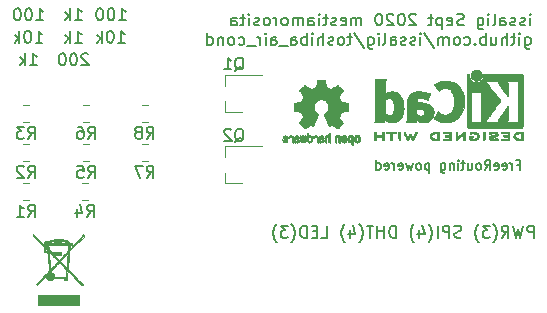
<source format=gbr>
%TF.GenerationSoftware,KiCad,Pcbnew,5.1.6-c6e7f7d~87~ubuntu18.04.1*%
%TF.CreationDate,2020-09-18T00:52:06+02:00*%
%TF.ProjectId,airpcb_smd,61697270-6362-45f7-936d-642e6b696361,rev?*%
%TF.SameCoordinates,Original*%
%TF.FileFunction,Legend,Bot*%
%TF.FilePolarity,Positive*%
%FSLAX46Y46*%
G04 Gerber Fmt 4.6, Leading zero omitted, Abs format (unit mm)*
G04 Created by KiCad (PCBNEW 5.1.6-c6e7f7d~87~ubuntu18.04.1) date 2020-09-18 00:52:06*
%MOMM*%
%LPD*%
G01*
G04 APERTURE LIST*
%ADD10C,0.150000*%
%ADD11C,0.010000*%
%ADD12C,0.120000*%
G04 APERTURE END LIST*
D10*
X99288809Y-36647380D02*
X99288809Y-35647380D01*
X98907857Y-35647380D01*
X98812619Y-35695000D01*
X98765000Y-35742619D01*
X98717380Y-35837857D01*
X98717380Y-35980714D01*
X98765000Y-36075952D01*
X98812619Y-36123571D01*
X98907857Y-36171190D01*
X99288809Y-36171190D01*
X98384047Y-35647380D02*
X98145952Y-36647380D01*
X97955476Y-35933095D01*
X97765000Y-36647380D01*
X97526904Y-35647380D01*
X96574523Y-36647380D02*
X96907857Y-36171190D01*
X97145952Y-36647380D02*
X97145952Y-35647380D01*
X96765000Y-35647380D01*
X96669761Y-35695000D01*
X96622142Y-35742619D01*
X96574523Y-35837857D01*
X96574523Y-35980714D01*
X96622142Y-36075952D01*
X96669761Y-36123571D01*
X96765000Y-36171190D01*
X97145952Y-36171190D01*
X95860238Y-37028333D02*
X95907857Y-36980714D01*
X96003095Y-36837857D01*
X96050714Y-36742619D01*
X96098333Y-36599761D01*
X96145952Y-36361666D01*
X96145952Y-36171190D01*
X96098333Y-35933095D01*
X96050714Y-35790238D01*
X96003095Y-35695000D01*
X95907857Y-35552142D01*
X95860238Y-35504523D01*
X95574523Y-35647380D02*
X94955476Y-35647380D01*
X95288809Y-36028333D01*
X95145952Y-36028333D01*
X95050714Y-36075952D01*
X95003095Y-36123571D01*
X94955476Y-36218809D01*
X94955476Y-36456904D01*
X95003095Y-36552142D01*
X95050714Y-36599761D01*
X95145952Y-36647380D01*
X95431666Y-36647380D01*
X95526904Y-36599761D01*
X95574523Y-36552142D01*
X94622142Y-37028333D02*
X94574523Y-36980714D01*
X94479285Y-36837857D01*
X94431666Y-36742619D01*
X94384047Y-36599761D01*
X94336428Y-36361666D01*
X94336428Y-36171190D01*
X94384047Y-35933095D01*
X94431666Y-35790238D01*
X94479285Y-35695000D01*
X94574523Y-35552142D01*
X94622142Y-35504523D01*
X93145952Y-36599761D02*
X93003095Y-36647380D01*
X92765000Y-36647380D01*
X92669761Y-36599761D01*
X92622142Y-36552142D01*
X92574523Y-36456904D01*
X92574523Y-36361666D01*
X92622142Y-36266428D01*
X92669761Y-36218809D01*
X92765000Y-36171190D01*
X92955476Y-36123571D01*
X93050714Y-36075952D01*
X93098333Y-36028333D01*
X93145952Y-35933095D01*
X93145952Y-35837857D01*
X93098333Y-35742619D01*
X93050714Y-35695000D01*
X92955476Y-35647380D01*
X92717380Y-35647380D01*
X92574523Y-35695000D01*
X92145952Y-36647380D02*
X92145952Y-35647380D01*
X91765000Y-35647380D01*
X91669761Y-35695000D01*
X91622142Y-35742619D01*
X91574523Y-35837857D01*
X91574523Y-35980714D01*
X91622142Y-36075952D01*
X91669761Y-36123571D01*
X91765000Y-36171190D01*
X92145952Y-36171190D01*
X91145952Y-36647380D02*
X91145952Y-35647380D01*
X90384047Y-37028333D02*
X90431666Y-36980714D01*
X90526904Y-36837857D01*
X90574523Y-36742619D01*
X90622142Y-36599761D01*
X90669761Y-36361666D01*
X90669761Y-36171190D01*
X90622142Y-35933095D01*
X90574523Y-35790238D01*
X90526904Y-35695000D01*
X90431666Y-35552142D01*
X90384047Y-35504523D01*
X89574523Y-35980714D02*
X89574523Y-36647380D01*
X89812619Y-35599761D02*
X90050714Y-36314047D01*
X89431666Y-36314047D01*
X89145952Y-37028333D02*
X89098333Y-36980714D01*
X89003095Y-36837857D01*
X88955476Y-36742619D01*
X88907857Y-36599761D01*
X88860238Y-36361666D01*
X88860238Y-36171190D01*
X88907857Y-35933095D01*
X88955476Y-35790238D01*
X89003095Y-35695000D01*
X89098333Y-35552142D01*
X89145952Y-35504523D01*
X87622142Y-36647380D02*
X87622142Y-35647380D01*
X87384047Y-35647380D01*
X87241190Y-35695000D01*
X87145952Y-35790238D01*
X87098333Y-35885476D01*
X87050714Y-36075952D01*
X87050714Y-36218809D01*
X87098333Y-36409285D01*
X87145952Y-36504523D01*
X87241190Y-36599761D01*
X87384047Y-36647380D01*
X87622142Y-36647380D01*
X86622142Y-36647380D02*
X86622142Y-35647380D01*
X86622142Y-36123571D02*
X86050714Y-36123571D01*
X86050714Y-36647380D02*
X86050714Y-35647380D01*
X85717380Y-35647380D02*
X85145952Y-35647380D01*
X85431666Y-36647380D02*
X85431666Y-35647380D01*
X84526904Y-37028333D02*
X84574523Y-36980714D01*
X84669761Y-36837857D01*
X84717380Y-36742619D01*
X84765000Y-36599761D01*
X84812619Y-36361666D01*
X84812619Y-36171190D01*
X84765000Y-35933095D01*
X84717380Y-35790238D01*
X84669761Y-35695000D01*
X84574523Y-35552142D01*
X84526904Y-35504523D01*
X83717380Y-35980714D02*
X83717380Y-36647380D01*
X83955476Y-35599761D02*
X84193571Y-36314047D01*
X83574523Y-36314047D01*
X83288809Y-37028333D02*
X83241190Y-36980714D01*
X83145952Y-36837857D01*
X83098333Y-36742619D01*
X83050714Y-36599761D01*
X83003095Y-36361666D01*
X83003095Y-36171190D01*
X83050714Y-35933095D01*
X83098333Y-35790238D01*
X83145952Y-35695000D01*
X83241190Y-35552142D01*
X83288809Y-35504523D01*
X81288809Y-36647380D02*
X81765000Y-36647380D01*
X81765000Y-35647380D01*
X80955476Y-36123571D02*
X80622142Y-36123571D01*
X80479285Y-36647380D02*
X80955476Y-36647380D01*
X80955476Y-35647380D01*
X80479285Y-35647380D01*
X80050714Y-36647380D02*
X80050714Y-35647380D01*
X79812619Y-35647380D01*
X79669761Y-35695000D01*
X79574523Y-35790238D01*
X79526904Y-35885476D01*
X79479285Y-36075952D01*
X79479285Y-36218809D01*
X79526904Y-36409285D01*
X79574523Y-36504523D01*
X79669761Y-36599761D01*
X79812619Y-36647380D01*
X80050714Y-36647380D01*
X78765000Y-37028333D02*
X78812619Y-36980714D01*
X78907857Y-36837857D01*
X78955476Y-36742619D01*
X79003095Y-36599761D01*
X79050714Y-36361666D01*
X79050714Y-36171190D01*
X79003095Y-35933095D01*
X78955476Y-35790238D01*
X78907857Y-35695000D01*
X78812619Y-35552142D01*
X78765000Y-35504523D01*
X78479285Y-35647380D02*
X77860238Y-35647380D01*
X78193571Y-36028333D01*
X78050714Y-36028333D01*
X77955476Y-36075952D01*
X77907857Y-36123571D01*
X77860238Y-36218809D01*
X77860238Y-36456904D01*
X77907857Y-36552142D01*
X77955476Y-36599761D01*
X78050714Y-36647380D01*
X78336428Y-36647380D01*
X78431666Y-36599761D01*
X78479285Y-36552142D01*
X77526904Y-37028333D02*
X77479285Y-36980714D01*
X77384047Y-36837857D01*
X77336428Y-36742619D01*
X77288809Y-36599761D01*
X77241190Y-36361666D01*
X77241190Y-36171190D01*
X77288809Y-35933095D01*
X77336428Y-35790238D01*
X77384047Y-35695000D01*
X77479285Y-35552142D01*
X77526904Y-35504523D01*
X97870357Y-30462857D02*
X98137023Y-30462857D01*
X98137023Y-30881904D02*
X98137023Y-30081904D01*
X97756071Y-30081904D01*
X97451309Y-30881904D02*
X97451309Y-30348571D01*
X97451309Y-30500952D02*
X97413214Y-30424761D01*
X97375119Y-30386666D01*
X97298928Y-30348571D01*
X97222738Y-30348571D01*
X96651309Y-30843809D02*
X96727500Y-30881904D01*
X96879880Y-30881904D01*
X96956071Y-30843809D01*
X96994166Y-30767619D01*
X96994166Y-30462857D01*
X96956071Y-30386666D01*
X96879880Y-30348571D01*
X96727500Y-30348571D01*
X96651309Y-30386666D01*
X96613214Y-30462857D01*
X96613214Y-30539047D01*
X96994166Y-30615238D01*
X95965595Y-30843809D02*
X96041785Y-30881904D01*
X96194166Y-30881904D01*
X96270357Y-30843809D01*
X96308452Y-30767619D01*
X96308452Y-30462857D01*
X96270357Y-30386666D01*
X96194166Y-30348571D01*
X96041785Y-30348571D01*
X95965595Y-30386666D01*
X95927500Y-30462857D01*
X95927500Y-30539047D01*
X96308452Y-30615238D01*
X95127500Y-30881904D02*
X95394166Y-30500952D01*
X95584642Y-30881904D02*
X95584642Y-30081904D01*
X95279880Y-30081904D01*
X95203690Y-30120000D01*
X95165595Y-30158095D01*
X95127500Y-30234285D01*
X95127500Y-30348571D01*
X95165595Y-30424761D01*
X95203690Y-30462857D01*
X95279880Y-30500952D01*
X95584642Y-30500952D01*
X94670357Y-30881904D02*
X94746547Y-30843809D01*
X94784642Y-30805714D01*
X94822738Y-30729523D01*
X94822738Y-30500952D01*
X94784642Y-30424761D01*
X94746547Y-30386666D01*
X94670357Y-30348571D01*
X94556071Y-30348571D01*
X94479880Y-30386666D01*
X94441785Y-30424761D01*
X94403690Y-30500952D01*
X94403690Y-30729523D01*
X94441785Y-30805714D01*
X94479880Y-30843809D01*
X94556071Y-30881904D01*
X94670357Y-30881904D01*
X93717976Y-30348571D02*
X93717976Y-30881904D01*
X94060833Y-30348571D02*
X94060833Y-30767619D01*
X94022738Y-30843809D01*
X93946547Y-30881904D01*
X93832261Y-30881904D01*
X93756071Y-30843809D01*
X93717976Y-30805714D01*
X93451309Y-30348571D02*
X93146547Y-30348571D01*
X93337023Y-30081904D02*
X93337023Y-30767619D01*
X93298928Y-30843809D01*
X93222738Y-30881904D01*
X93146547Y-30881904D01*
X92879880Y-30881904D02*
X92879880Y-30348571D01*
X92879880Y-30081904D02*
X92917976Y-30120000D01*
X92879880Y-30158095D01*
X92841785Y-30120000D01*
X92879880Y-30081904D01*
X92879880Y-30158095D01*
X92498928Y-30348571D02*
X92498928Y-30881904D01*
X92498928Y-30424761D02*
X92460833Y-30386666D01*
X92384642Y-30348571D01*
X92270357Y-30348571D01*
X92194166Y-30386666D01*
X92156071Y-30462857D01*
X92156071Y-30881904D01*
X91432261Y-30348571D02*
X91432261Y-30996190D01*
X91470357Y-31072380D01*
X91508452Y-31110476D01*
X91584642Y-31148571D01*
X91698928Y-31148571D01*
X91775119Y-31110476D01*
X91432261Y-30843809D02*
X91508452Y-30881904D01*
X91660833Y-30881904D01*
X91737023Y-30843809D01*
X91775119Y-30805714D01*
X91813214Y-30729523D01*
X91813214Y-30500952D01*
X91775119Y-30424761D01*
X91737023Y-30386666D01*
X91660833Y-30348571D01*
X91508452Y-30348571D01*
X91432261Y-30386666D01*
X90441785Y-30348571D02*
X90441785Y-31148571D01*
X90441785Y-30386666D02*
X90365595Y-30348571D01*
X90213214Y-30348571D01*
X90137023Y-30386666D01*
X90098928Y-30424761D01*
X90060833Y-30500952D01*
X90060833Y-30729523D01*
X90098928Y-30805714D01*
X90137023Y-30843809D01*
X90213214Y-30881904D01*
X90365595Y-30881904D01*
X90441785Y-30843809D01*
X89603690Y-30881904D02*
X89679880Y-30843809D01*
X89717976Y-30805714D01*
X89756071Y-30729523D01*
X89756071Y-30500952D01*
X89717976Y-30424761D01*
X89679880Y-30386666D01*
X89603690Y-30348571D01*
X89489404Y-30348571D01*
X89413214Y-30386666D01*
X89375119Y-30424761D01*
X89337023Y-30500952D01*
X89337023Y-30729523D01*
X89375119Y-30805714D01*
X89413214Y-30843809D01*
X89489404Y-30881904D01*
X89603690Y-30881904D01*
X89070357Y-30348571D02*
X88917976Y-30881904D01*
X88765595Y-30500952D01*
X88613214Y-30881904D01*
X88460833Y-30348571D01*
X87851309Y-30843809D02*
X87927500Y-30881904D01*
X88079880Y-30881904D01*
X88156071Y-30843809D01*
X88194166Y-30767619D01*
X88194166Y-30462857D01*
X88156071Y-30386666D01*
X88079880Y-30348571D01*
X87927500Y-30348571D01*
X87851309Y-30386666D01*
X87813214Y-30462857D01*
X87813214Y-30539047D01*
X88194166Y-30615238D01*
X87470357Y-30881904D02*
X87470357Y-30348571D01*
X87470357Y-30500952D02*
X87432261Y-30424761D01*
X87394166Y-30386666D01*
X87317976Y-30348571D01*
X87241785Y-30348571D01*
X86670357Y-30843809D02*
X86746547Y-30881904D01*
X86898928Y-30881904D01*
X86975119Y-30843809D01*
X87013214Y-30767619D01*
X87013214Y-30462857D01*
X86975119Y-30386666D01*
X86898928Y-30348571D01*
X86746547Y-30348571D01*
X86670357Y-30386666D01*
X86632261Y-30462857D01*
X86632261Y-30539047D01*
X87013214Y-30615238D01*
X85946547Y-30881904D02*
X85946547Y-30081904D01*
X85946547Y-30843809D02*
X86022738Y-30881904D01*
X86175119Y-30881904D01*
X86251309Y-30843809D01*
X86289404Y-30805714D01*
X86327500Y-30729523D01*
X86327500Y-30500952D01*
X86289404Y-30424761D01*
X86251309Y-30386666D01*
X86175119Y-30348571D01*
X86022738Y-30348571D01*
X85946547Y-30386666D01*
X98978404Y-18677380D02*
X98978404Y-18010714D01*
X98978404Y-17677380D02*
X99026023Y-17725000D01*
X98978404Y-17772619D01*
X98930785Y-17725000D01*
X98978404Y-17677380D01*
X98978404Y-17772619D01*
X98549833Y-18629761D02*
X98454595Y-18677380D01*
X98264119Y-18677380D01*
X98168880Y-18629761D01*
X98121261Y-18534523D01*
X98121261Y-18486904D01*
X98168880Y-18391666D01*
X98264119Y-18344047D01*
X98406976Y-18344047D01*
X98502214Y-18296428D01*
X98549833Y-18201190D01*
X98549833Y-18153571D01*
X98502214Y-18058333D01*
X98406976Y-18010714D01*
X98264119Y-18010714D01*
X98168880Y-18058333D01*
X97740309Y-18629761D02*
X97645071Y-18677380D01*
X97454595Y-18677380D01*
X97359357Y-18629761D01*
X97311738Y-18534523D01*
X97311738Y-18486904D01*
X97359357Y-18391666D01*
X97454595Y-18344047D01*
X97597452Y-18344047D01*
X97692690Y-18296428D01*
X97740309Y-18201190D01*
X97740309Y-18153571D01*
X97692690Y-18058333D01*
X97597452Y-18010714D01*
X97454595Y-18010714D01*
X97359357Y-18058333D01*
X96454595Y-18677380D02*
X96454595Y-18153571D01*
X96502214Y-18058333D01*
X96597452Y-18010714D01*
X96787928Y-18010714D01*
X96883166Y-18058333D01*
X96454595Y-18629761D02*
X96549833Y-18677380D01*
X96787928Y-18677380D01*
X96883166Y-18629761D01*
X96930785Y-18534523D01*
X96930785Y-18439285D01*
X96883166Y-18344047D01*
X96787928Y-18296428D01*
X96549833Y-18296428D01*
X96454595Y-18248809D01*
X95835547Y-18677380D02*
X95930785Y-18629761D01*
X95978404Y-18534523D01*
X95978404Y-17677380D01*
X95454595Y-18677380D02*
X95454595Y-18010714D01*
X95454595Y-17677380D02*
X95502214Y-17725000D01*
X95454595Y-17772619D01*
X95406976Y-17725000D01*
X95454595Y-17677380D01*
X95454595Y-17772619D01*
X94549833Y-18010714D02*
X94549833Y-18820238D01*
X94597452Y-18915476D01*
X94645071Y-18963095D01*
X94740309Y-19010714D01*
X94883166Y-19010714D01*
X94978404Y-18963095D01*
X94549833Y-18629761D02*
X94645071Y-18677380D01*
X94835547Y-18677380D01*
X94930785Y-18629761D01*
X94978404Y-18582142D01*
X95026023Y-18486904D01*
X95026023Y-18201190D01*
X94978404Y-18105952D01*
X94930785Y-18058333D01*
X94835547Y-18010714D01*
X94645071Y-18010714D01*
X94549833Y-18058333D01*
X93359357Y-18629761D02*
X93216500Y-18677380D01*
X92978404Y-18677380D01*
X92883166Y-18629761D01*
X92835547Y-18582142D01*
X92787928Y-18486904D01*
X92787928Y-18391666D01*
X92835547Y-18296428D01*
X92883166Y-18248809D01*
X92978404Y-18201190D01*
X93168880Y-18153571D01*
X93264119Y-18105952D01*
X93311738Y-18058333D01*
X93359357Y-17963095D01*
X93359357Y-17867857D01*
X93311738Y-17772619D01*
X93264119Y-17725000D01*
X93168880Y-17677380D01*
X92930785Y-17677380D01*
X92787928Y-17725000D01*
X91978404Y-18629761D02*
X92073642Y-18677380D01*
X92264119Y-18677380D01*
X92359357Y-18629761D01*
X92406976Y-18534523D01*
X92406976Y-18153571D01*
X92359357Y-18058333D01*
X92264119Y-18010714D01*
X92073642Y-18010714D01*
X91978404Y-18058333D01*
X91930785Y-18153571D01*
X91930785Y-18248809D01*
X92406976Y-18344047D01*
X91502214Y-18010714D02*
X91502214Y-19010714D01*
X91502214Y-18058333D02*
X91406976Y-18010714D01*
X91216500Y-18010714D01*
X91121261Y-18058333D01*
X91073642Y-18105952D01*
X91026023Y-18201190D01*
X91026023Y-18486904D01*
X91073642Y-18582142D01*
X91121261Y-18629761D01*
X91216500Y-18677380D01*
X91406976Y-18677380D01*
X91502214Y-18629761D01*
X90740309Y-18010714D02*
X90359357Y-18010714D01*
X90597452Y-17677380D02*
X90597452Y-18534523D01*
X90549833Y-18629761D01*
X90454595Y-18677380D01*
X90359357Y-18677380D01*
X89311738Y-17772619D02*
X89264119Y-17725000D01*
X89168880Y-17677380D01*
X88930785Y-17677380D01*
X88835547Y-17725000D01*
X88787928Y-17772619D01*
X88740309Y-17867857D01*
X88740309Y-17963095D01*
X88787928Y-18105952D01*
X89359357Y-18677380D01*
X88740309Y-18677380D01*
X88121261Y-17677380D02*
X88026023Y-17677380D01*
X87930785Y-17725000D01*
X87883166Y-17772619D01*
X87835547Y-17867857D01*
X87787928Y-18058333D01*
X87787928Y-18296428D01*
X87835547Y-18486904D01*
X87883166Y-18582142D01*
X87930785Y-18629761D01*
X88026023Y-18677380D01*
X88121261Y-18677380D01*
X88216500Y-18629761D01*
X88264119Y-18582142D01*
X88311738Y-18486904D01*
X88359357Y-18296428D01*
X88359357Y-18058333D01*
X88311738Y-17867857D01*
X88264119Y-17772619D01*
X88216500Y-17725000D01*
X88121261Y-17677380D01*
X87406976Y-17772619D02*
X87359357Y-17725000D01*
X87264119Y-17677380D01*
X87026023Y-17677380D01*
X86930785Y-17725000D01*
X86883166Y-17772619D01*
X86835547Y-17867857D01*
X86835547Y-17963095D01*
X86883166Y-18105952D01*
X87454595Y-18677380D01*
X86835547Y-18677380D01*
X86216500Y-17677380D02*
X86121261Y-17677380D01*
X86026023Y-17725000D01*
X85978404Y-17772619D01*
X85930785Y-17867857D01*
X85883166Y-18058333D01*
X85883166Y-18296428D01*
X85930785Y-18486904D01*
X85978404Y-18582142D01*
X86026023Y-18629761D01*
X86121261Y-18677380D01*
X86216500Y-18677380D01*
X86311738Y-18629761D01*
X86359357Y-18582142D01*
X86406976Y-18486904D01*
X86454595Y-18296428D01*
X86454595Y-18058333D01*
X86406976Y-17867857D01*
X86359357Y-17772619D01*
X86311738Y-17725000D01*
X86216500Y-17677380D01*
X84692690Y-18677380D02*
X84692690Y-18010714D01*
X84692690Y-18105952D02*
X84645071Y-18058333D01*
X84549833Y-18010714D01*
X84406976Y-18010714D01*
X84311738Y-18058333D01*
X84264119Y-18153571D01*
X84264119Y-18677380D01*
X84264119Y-18153571D02*
X84216500Y-18058333D01*
X84121261Y-18010714D01*
X83978404Y-18010714D01*
X83883166Y-18058333D01*
X83835547Y-18153571D01*
X83835547Y-18677380D01*
X82978404Y-18629761D02*
X83073642Y-18677380D01*
X83264119Y-18677380D01*
X83359357Y-18629761D01*
X83406976Y-18534523D01*
X83406976Y-18153571D01*
X83359357Y-18058333D01*
X83264119Y-18010714D01*
X83073642Y-18010714D01*
X82978404Y-18058333D01*
X82930785Y-18153571D01*
X82930785Y-18248809D01*
X83406976Y-18344047D01*
X82549833Y-18629761D02*
X82454595Y-18677380D01*
X82264119Y-18677380D01*
X82168880Y-18629761D01*
X82121261Y-18534523D01*
X82121261Y-18486904D01*
X82168880Y-18391666D01*
X82264119Y-18344047D01*
X82406976Y-18344047D01*
X82502214Y-18296428D01*
X82549833Y-18201190D01*
X82549833Y-18153571D01*
X82502214Y-18058333D01*
X82406976Y-18010714D01*
X82264119Y-18010714D01*
X82168880Y-18058333D01*
X81835547Y-18010714D02*
X81454595Y-18010714D01*
X81692690Y-17677380D02*
X81692690Y-18534523D01*
X81645071Y-18629761D01*
X81549833Y-18677380D01*
X81454595Y-18677380D01*
X81121261Y-18677380D02*
X81121261Y-18010714D01*
X81121261Y-17677380D02*
X81168880Y-17725000D01*
X81121261Y-17772619D01*
X81073642Y-17725000D01*
X81121261Y-17677380D01*
X81121261Y-17772619D01*
X80216500Y-18677380D02*
X80216500Y-18153571D01*
X80264119Y-18058333D01*
X80359357Y-18010714D01*
X80549833Y-18010714D01*
X80645071Y-18058333D01*
X80216500Y-18629761D02*
X80311738Y-18677380D01*
X80549833Y-18677380D01*
X80645071Y-18629761D01*
X80692690Y-18534523D01*
X80692690Y-18439285D01*
X80645071Y-18344047D01*
X80549833Y-18296428D01*
X80311738Y-18296428D01*
X80216500Y-18248809D01*
X79740309Y-18677380D02*
X79740309Y-18010714D01*
X79740309Y-18105952D02*
X79692690Y-18058333D01*
X79597452Y-18010714D01*
X79454595Y-18010714D01*
X79359357Y-18058333D01*
X79311738Y-18153571D01*
X79311738Y-18677380D01*
X79311738Y-18153571D02*
X79264119Y-18058333D01*
X79168880Y-18010714D01*
X79026023Y-18010714D01*
X78930785Y-18058333D01*
X78883166Y-18153571D01*
X78883166Y-18677380D01*
X78264119Y-18677380D02*
X78359357Y-18629761D01*
X78406976Y-18582142D01*
X78454595Y-18486904D01*
X78454595Y-18201190D01*
X78406976Y-18105952D01*
X78359357Y-18058333D01*
X78264119Y-18010714D01*
X78121261Y-18010714D01*
X78026023Y-18058333D01*
X77978404Y-18105952D01*
X77930785Y-18201190D01*
X77930785Y-18486904D01*
X77978404Y-18582142D01*
X78026023Y-18629761D01*
X78121261Y-18677380D01*
X78264119Y-18677380D01*
X77502214Y-18677380D02*
X77502214Y-18010714D01*
X77502214Y-18201190D02*
X77454595Y-18105952D01*
X77406976Y-18058333D01*
X77311738Y-18010714D01*
X77216500Y-18010714D01*
X76740309Y-18677380D02*
X76835547Y-18629761D01*
X76883166Y-18582142D01*
X76930785Y-18486904D01*
X76930785Y-18201190D01*
X76883166Y-18105952D01*
X76835547Y-18058333D01*
X76740309Y-18010714D01*
X76597452Y-18010714D01*
X76502214Y-18058333D01*
X76454595Y-18105952D01*
X76406976Y-18201190D01*
X76406976Y-18486904D01*
X76454595Y-18582142D01*
X76502214Y-18629761D01*
X76597452Y-18677380D01*
X76740309Y-18677380D01*
X76026023Y-18629761D02*
X75930785Y-18677380D01*
X75740309Y-18677380D01*
X75645071Y-18629761D01*
X75597452Y-18534523D01*
X75597452Y-18486904D01*
X75645071Y-18391666D01*
X75740309Y-18344047D01*
X75883166Y-18344047D01*
X75978404Y-18296428D01*
X76026023Y-18201190D01*
X76026023Y-18153571D01*
X75978404Y-18058333D01*
X75883166Y-18010714D01*
X75740309Y-18010714D01*
X75645071Y-18058333D01*
X75168880Y-18677380D02*
X75168880Y-18010714D01*
X75168880Y-17677380D02*
X75216500Y-17725000D01*
X75168880Y-17772619D01*
X75121261Y-17725000D01*
X75168880Y-17677380D01*
X75168880Y-17772619D01*
X74835547Y-18010714D02*
X74454595Y-18010714D01*
X74692690Y-17677380D02*
X74692690Y-18534523D01*
X74645071Y-18629761D01*
X74549833Y-18677380D01*
X74454595Y-18677380D01*
X73692690Y-18677380D02*
X73692690Y-18153571D01*
X73740309Y-18058333D01*
X73835547Y-18010714D01*
X74026023Y-18010714D01*
X74121261Y-18058333D01*
X73692690Y-18629761D02*
X73787928Y-18677380D01*
X74026023Y-18677380D01*
X74121261Y-18629761D01*
X74168880Y-18534523D01*
X74168880Y-18439285D01*
X74121261Y-18344047D01*
X74026023Y-18296428D01*
X73787928Y-18296428D01*
X73692690Y-18248809D01*
X98549833Y-19660714D02*
X98549833Y-20470238D01*
X98597452Y-20565476D01*
X98645071Y-20613095D01*
X98740309Y-20660714D01*
X98883166Y-20660714D01*
X98978404Y-20613095D01*
X98549833Y-20279761D02*
X98645071Y-20327380D01*
X98835547Y-20327380D01*
X98930785Y-20279761D01*
X98978404Y-20232142D01*
X99026023Y-20136904D01*
X99026023Y-19851190D01*
X98978404Y-19755952D01*
X98930785Y-19708333D01*
X98835547Y-19660714D01*
X98645071Y-19660714D01*
X98549833Y-19708333D01*
X98073642Y-20327380D02*
X98073642Y-19660714D01*
X98073642Y-19327380D02*
X98121261Y-19375000D01*
X98073642Y-19422619D01*
X98026023Y-19375000D01*
X98073642Y-19327380D01*
X98073642Y-19422619D01*
X97740309Y-19660714D02*
X97359357Y-19660714D01*
X97597452Y-19327380D02*
X97597452Y-20184523D01*
X97549833Y-20279761D01*
X97454595Y-20327380D01*
X97359357Y-20327380D01*
X97026023Y-20327380D02*
X97026023Y-19327380D01*
X96597452Y-20327380D02*
X96597452Y-19803571D01*
X96645071Y-19708333D01*
X96740309Y-19660714D01*
X96883166Y-19660714D01*
X96978404Y-19708333D01*
X97026023Y-19755952D01*
X95692690Y-19660714D02*
X95692690Y-20327380D01*
X96121261Y-19660714D02*
X96121261Y-20184523D01*
X96073642Y-20279761D01*
X95978404Y-20327380D01*
X95835547Y-20327380D01*
X95740309Y-20279761D01*
X95692690Y-20232142D01*
X95216500Y-20327380D02*
X95216500Y-19327380D01*
X95216500Y-19708333D02*
X95121261Y-19660714D01*
X94930785Y-19660714D01*
X94835547Y-19708333D01*
X94787928Y-19755952D01*
X94740309Y-19851190D01*
X94740309Y-20136904D01*
X94787928Y-20232142D01*
X94835547Y-20279761D01*
X94930785Y-20327380D01*
X95121261Y-20327380D01*
X95216500Y-20279761D01*
X94311738Y-20232142D02*
X94264119Y-20279761D01*
X94311738Y-20327380D01*
X94359357Y-20279761D01*
X94311738Y-20232142D01*
X94311738Y-20327380D01*
X93406976Y-20279761D02*
X93502214Y-20327380D01*
X93692690Y-20327380D01*
X93787928Y-20279761D01*
X93835547Y-20232142D01*
X93883166Y-20136904D01*
X93883166Y-19851190D01*
X93835547Y-19755952D01*
X93787928Y-19708333D01*
X93692690Y-19660714D01*
X93502214Y-19660714D01*
X93406976Y-19708333D01*
X92835547Y-20327380D02*
X92930785Y-20279761D01*
X92978404Y-20232142D01*
X93026023Y-20136904D01*
X93026023Y-19851190D01*
X92978404Y-19755952D01*
X92930785Y-19708333D01*
X92835547Y-19660714D01*
X92692690Y-19660714D01*
X92597452Y-19708333D01*
X92549833Y-19755952D01*
X92502214Y-19851190D01*
X92502214Y-20136904D01*
X92549833Y-20232142D01*
X92597452Y-20279761D01*
X92692690Y-20327380D01*
X92835547Y-20327380D01*
X92073642Y-20327380D02*
X92073642Y-19660714D01*
X92073642Y-19755952D02*
X92026023Y-19708333D01*
X91930785Y-19660714D01*
X91787928Y-19660714D01*
X91692690Y-19708333D01*
X91645071Y-19803571D01*
X91645071Y-20327380D01*
X91645071Y-19803571D02*
X91597452Y-19708333D01*
X91502214Y-19660714D01*
X91359357Y-19660714D01*
X91264119Y-19708333D01*
X91216500Y-19803571D01*
X91216500Y-20327380D01*
X90026023Y-19279761D02*
X90883166Y-20565476D01*
X89692690Y-20327380D02*
X89692690Y-19660714D01*
X89692690Y-19327380D02*
X89740309Y-19375000D01*
X89692690Y-19422619D01*
X89645071Y-19375000D01*
X89692690Y-19327380D01*
X89692690Y-19422619D01*
X89264119Y-20279761D02*
X89168880Y-20327380D01*
X88978404Y-20327380D01*
X88883166Y-20279761D01*
X88835547Y-20184523D01*
X88835547Y-20136904D01*
X88883166Y-20041666D01*
X88978404Y-19994047D01*
X89121261Y-19994047D01*
X89216500Y-19946428D01*
X89264119Y-19851190D01*
X89264119Y-19803571D01*
X89216500Y-19708333D01*
X89121261Y-19660714D01*
X88978404Y-19660714D01*
X88883166Y-19708333D01*
X88454595Y-20279761D02*
X88359357Y-20327380D01*
X88168880Y-20327380D01*
X88073642Y-20279761D01*
X88026023Y-20184523D01*
X88026023Y-20136904D01*
X88073642Y-20041666D01*
X88168880Y-19994047D01*
X88311738Y-19994047D01*
X88406976Y-19946428D01*
X88454595Y-19851190D01*
X88454595Y-19803571D01*
X88406976Y-19708333D01*
X88311738Y-19660714D01*
X88168880Y-19660714D01*
X88073642Y-19708333D01*
X87168880Y-20327380D02*
X87168880Y-19803571D01*
X87216500Y-19708333D01*
X87311738Y-19660714D01*
X87502214Y-19660714D01*
X87597452Y-19708333D01*
X87168880Y-20279761D02*
X87264119Y-20327380D01*
X87502214Y-20327380D01*
X87597452Y-20279761D01*
X87645071Y-20184523D01*
X87645071Y-20089285D01*
X87597452Y-19994047D01*
X87502214Y-19946428D01*
X87264119Y-19946428D01*
X87168880Y-19898809D01*
X86549833Y-20327380D02*
X86645071Y-20279761D01*
X86692690Y-20184523D01*
X86692690Y-19327380D01*
X86168880Y-20327380D02*
X86168880Y-19660714D01*
X86168880Y-19327380D02*
X86216500Y-19375000D01*
X86168880Y-19422619D01*
X86121261Y-19375000D01*
X86168880Y-19327380D01*
X86168880Y-19422619D01*
X85264119Y-19660714D02*
X85264119Y-20470238D01*
X85311738Y-20565476D01*
X85359357Y-20613095D01*
X85454595Y-20660714D01*
X85597452Y-20660714D01*
X85692690Y-20613095D01*
X85264119Y-20279761D02*
X85359357Y-20327380D01*
X85549833Y-20327380D01*
X85645071Y-20279761D01*
X85692690Y-20232142D01*
X85740309Y-20136904D01*
X85740309Y-19851190D01*
X85692690Y-19755952D01*
X85645071Y-19708333D01*
X85549833Y-19660714D01*
X85359357Y-19660714D01*
X85264119Y-19708333D01*
X84073642Y-19279761D02*
X84930785Y-20565476D01*
X83883166Y-19660714D02*
X83502214Y-19660714D01*
X83740309Y-19327380D02*
X83740309Y-20184523D01*
X83692690Y-20279761D01*
X83597452Y-20327380D01*
X83502214Y-20327380D01*
X83026023Y-20327380D02*
X83121261Y-20279761D01*
X83168880Y-20232142D01*
X83216500Y-20136904D01*
X83216500Y-19851190D01*
X83168880Y-19755952D01*
X83121261Y-19708333D01*
X83026023Y-19660714D01*
X82883166Y-19660714D01*
X82787928Y-19708333D01*
X82740309Y-19755952D01*
X82692690Y-19851190D01*
X82692690Y-20136904D01*
X82740309Y-20232142D01*
X82787928Y-20279761D01*
X82883166Y-20327380D01*
X83026023Y-20327380D01*
X82311738Y-20279761D02*
X82216500Y-20327380D01*
X82026023Y-20327380D01*
X81930785Y-20279761D01*
X81883166Y-20184523D01*
X81883166Y-20136904D01*
X81930785Y-20041666D01*
X82026023Y-19994047D01*
X82168880Y-19994047D01*
X82264119Y-19946428D01*
X82311738Y-19851190D01*
X82311738Y-19803571D01*
X82264119Y-19708333D01*
X82168880Y-19660714D01*
X82026023Y-19660714D01*
X81930785Y-19708333D01*
X81454595Y-20327380D02*
X81454595Y-19327380D01*
X81026023Y-20327380D02*
X81026023Y-19803571D01*
X81073642Y-19708333D01*
X81168880Y-19660714D01*
X81311738Y-19660714D01*
X81406976Y-19708333D01*
X81454595Y-19755952D01*
X80549833Y-20327380D02*
X80549833Y-19660714D01*
X80549833Y-19327380D02*
X80597452Y-19375000D01*
X80549833Y-19422619D01*
X80502214Y-19375000D01*
X80549833Y-19327380D01*
X80549833Y-19422619D01*
X80073642Y-20327380D02*
X80073642Y-19327380D01*
X80073642Y-19708333D02*
X79978404Y-19660714D01*
X79787928Y-19660714D01*
X79692690Y-19708333D01*
X79645071Y-19755952D01*
X79597452Y-19851190D01*
X79597452Y-20136904D01*
X79645071Y-20232142D01*
X79692690Y-20279761D01*
X79787928Y-20327380D01*
X79978404Y-20327380D01*
X80073642Y-20279761D01*
X78740309Y-20327380D02*
X78740309Y-19803571D01*
X78787928Y-19708333D01*
X78883166Y-19660714D01*
X79073642Y-19660714D01*
X79168880Y-19708333D01*
X78740309Y-20279761D02*
X78835547Y-20327380D01*
X79073642Y-20327380D01*
X79168880Y-20279761D01*
X79216500Y-20184523D01*
X79216500Y-20089285D01*
X79168880Y-19994047D01*
X79073642Y-19946428D01*
X78835547Y-19946428D01*
X78740309Y-19898809D01*
X78502214Y-20422619D02*
X77740309Y-20422619D01*
X77073642Y-20327380D02*
X77073642Y-19803571D01*
X77121261Y-19708333D01*
X77216500Y-19660714D01*
X77406976Y-19660714D01*
X77502214Y-19708333D01*
X77073642Y-20279761D02*
X77168880Y-20327380D01*
X77406976Y-20327380D01*
X77502214Y-20279761D01*
X77549833Y-20184523D01*
X77549833Y-20089285D01*
X77502214Y-19994047D01*
X77406976Y-19946428D01*
X77168880Y-19946428D01*
X77073642Y-19898809D01*
X76597452Y-20327380D02*
X76597452Y-19660714D01*
X76597452Y-19327380D02*
X76645071Y-19375000D01*
X76597452Y-19422619D01*
X76549833Y-19375000D01*
X76597452Y-19327380D01*
X76597452Y-19422619D01*
X76121261Y-20327380D02*
X76121261Y-19660714D01*
X76121261Y-19851190D02*
X76073642Y-19755952D01*
X76026023Y-19708333D01*
X75930785Y-19660714D01*
X75835547Y-19660714D01*
X75740309Y-20422619D02*
X74978404Y-20422619D01*
X74311738Y-20279761D02*
X74406976Y-20327380D01*
X74597452Y-20327380D01*
X74692690Y-20279761D01*
X74740309Y-20232142D01*
X74787928Y-20136904D01*
X74787928Y-19851190D01*
X74740309Y-19755952D01*
X74692690Y-19708333D01*
X74597452Y-19660714D01*
X74406976Y-19660714D01*
X74311738Y-19708333D01*
X73740309Y-20327380D02*
X73835547Y-20279761D01*
X73883166Y-20232142D01*
X73930785Y-20136904D01*
X73930785Y-19851190D01*
X73883166Y-19755952D01*
X73835547Y-19708333D01*
X73740309Y-19660714D01*
X73597452Y-19660714D01*
X73502214Y-19708333D01*
X73454595Y-19755952D01*
X73406976Y-19851190D01*
X73406976Y-20136904D01*
X73454595Y-20232142D01*
X73502214Y-20279761D01*
X73597452Y-20327380D01*
X73740309Y-20327380D01*
X72978404Y-19660714D02*
X72978404Y-20327380D01*
X72978404Y-19755952D02*
X72930785Y-19708333D01*
X72835547Y-19660714D01*
X72692690Y-19660714D01*
X72597452Y-19708333D01*
X72549833Y-19803571D01*
X72549833Y-20327380D01*
X71645071Y-20327380D02*
X71645071Y-19327380D01*
X71645071Y-20279761D02*
X71740309Y-20327380D01*
X71930785Y-20327380D01*
X72026023Y-20279761D01*
X72073642Y-20232142D01*
X72121261Y-20136904D01*
X72121261Y-19851190D01*
X72073642Y-19755952D01*
X72026023Y-19708333D01*
X71930785Y-19660714D01*
X71740309Y-19660714D01*
X71645071Y-19708333D01*
D11*
%TO.C,L2*%
G36*
X83680256Y-27954918D02*
G01*
X83624799Y-27982568D01*
X83575852Y-28033480D01*
X83562371Y-28052338D01*
X83547686Y-28077015D01*
X83538158Y-28103816D01*
X83532707Y-28139587D01*
X83530253Y-28191169D01*
X83529714Y-28259267D01*
X83532148Y-28352588D01*
X83540606Y-28422657D01*
X83556826Y-28474931D01*
X83582546Y-28514869D01*
X83619503Y-28547929D01*
X83622218Y-28549886D01*
X83658640Y-28569908D01*
X83702498Y-28579815D01*
X83758276Y-28582257D01*
X83848952Y-28582257D01*
X83848990Y-28670283D01*
X83849834Y-28719308D01*
X83854976Y-28748065D01*
X83868413Y-28765311D01*
X83894142Y-28779808D01*
X83900321Y-28782769D01*
X83929236Y-28796648D01*
X83951624Y-28805414D01*
X83968271Y-28806171D01*
X83979964Y-28796023D01*
X83987490Y-28772073D01*
X83991634Y-28731426D01*
X83993185Y-28671186D01*
X83992929Y-28588455D01*
X83991651Y-28480339D01*
X83991252Y-28448000D01*
X83989815Y-28336524D01*
X83988528Y-28263603D01*
X83849029Y-28263603D01*
X83848245Y-28325499D01*
X83844760Y-28365997D01*
X83836876Y-28392708D01*
X83822895Y-28413244D01*
X83813403Y-28423260D01*
X83774596Y-28452567D01*
X83740237Y-28454952D01*
X83704784Y-28430750D01*
X83703886Y-28429857D01*
X83689461Y-28411153D01*
X83680687Y-28385732D01*
X83676261Y-28346584D01*
X83674882Y-28286697D01*
X83674857Y-28273430D01*
X83678188Y-28190901D01*
X83689031Y-28133691D01*
X83708660Y-28098766D01*
X83738350Y-28083094D01*
X83755509Y-28081514D01*
X83796234Y-28088926D01*
X83824168Y-28113330D01*
X83840983Y-28157980D01*
X83848350Y-28226130D01*
X83849029Y-28263603D01*
X83988528Y-28263603D01*
X83988292Y-28250245D01*
X83986323Y-28185333D01*
X83983550Y-28137958D01*
X83979612Y-28104290D01*
X83974151Y-28080498D01*
X83966808Y-28062753D01*
X83957223Y-28047224D01*
X83953113Y-28041381D01*
X83898595Y-27986185D01*
X83829664Y-27954890D01*
X83749928Y-27946165D01*
X83680256Y-27954918D01*
G37*
X83680256Y-27954918D02*
X83624799Y-27982568D01*
X83575852Y-28033480D01*
X83562371Y-28052338D01*
X83547686Y-28077015D01*
X83538158Y-28103816D01*
X83532707Y-28139587D01*
X83530253Y-28191169D01*
X83529714Y-28259267D01*
X83532148Y-28352588D01*
X83540606Y-28422657D01*
X83556826Y-28474931D01*
X83582546Y-28514869D01*
X83619503Y-28547929D01*
X83622218Y-28549886D01*
X83658640Y-28569908D01*
X83702498Y-28579815D01*
X83758276Y-28582257D01*
X83848952Y-28582257D01*
X83848990Y-28670283D01*
X83849834Y-28719308D01*
X83854976Y-28748065D01*
X83868413Y-28765311D01*
X83894142Y-28779808D01*
X83900321Y-28782769D01*
X83929236Y-28796648D01*
X83951624Y-28805414D01*
X83968271Y-28806171D01*
X83979964Y-28796023D01*
X83987490Y-28772073D01*
X83991634Y-28731426D01*
X83993185Y-28671186D01*
X83992929Y-28588455D01*
X83991651Y-28480339D01*
X83991252Y-28448000D01*
X83989815Y-28336524D01*
X83988528Y-28263603D01*
X83849029Y-28263603D01*
X83848245Y-28325499D01*
X83844760Y-28365997D01*
X83836876Y-28392708D01*
X83822895Y-28413244D01*
X83813403Y-28423260D01*
X83774596Y-28452567D01*
X83740237Y-28454952D01*
X83704784Y-28430750D01*
X83703886Y-28429857D01*
X83689461Y-28411153D01*
X83680687Y-28385732D01*
X83676261Y-28346584D01*
X83674882Y-28286697D01*
X83674857Y-28273430D01*
X83678188Y-28190901D01*
X83689031Y-28133691D01*
X83708660Y-28098766D01*
X83738350Y-28083094D01*
X83755509Y-28081514D01*
X83796234Y-28088926D01*
X83824168Y-28113330D01*
X83840983Y-28157980D01*
X83848350Y-28226130D01*
X83849029Y-28263603D01*
X83988528Y-28263603D01*
X83988292Y-28250245D01*
X83986323Y-28185333D01*
X83983550Y-28137958D01*
X83979612Y-28104290D01*
X83974151Y-28080498D01*
X83966808Y-28062753D01*
X83957223Y-28047224D01*
X83953113Y-28041381D01*
X83898595Y-27986185D01*
X83829664Y-27954890D01*
X83749928Y-27946165D01*
X83680256Y-27954918D01*
G36*
X82563907Y-27962780D02*
G01*
X82517328Y-27989723D01*
X82484943Y-28016466D01*
X82461258Y-28044484D01*
X82444941Y-28078748D01*
X82434661Y-28124227D01*
X82429086Y-28185892D01*
X82426884Y-28268711D01*
X82426629Y-28328246D01*
X82426629Y-28547391D01*
X82488314Y-28575044D01*
X82550000Y-28602697D01*
X82557257Y-28362670D01*
X82560256Y-28273028D01*
X82563402Y-28207962D01*
X82567299Y-28163026D01*
X82572553Y-28133770D01*
X82579769Y-28115748D01*
X82589550Y-28104511D01*
X82592688Y-28102079D01*
X82640239Y-28083083D01*
X82688303Y-28090600D01*
X82716914Y-28110543D01*
X82728553Y-28124675D01*
X82736609Y-28143220D01*
X82741729Y-28171334D01*
X82744559Y-28214173D01*
X82745744Y-28276895D01*
X82745943Y-28342261D01*
X82745982Y-28424268D01*
X82747386Y-28482316D01*
X82752086Y-28521465D01*
X82762013Y-28546780D01*
X82779097Y-28563323D01*
X82805268Y-28576156D01*
X82840225Y-28589491D01*
X82878404Y-28604007D01*
X82873859Y-28346389D01*
X82872029Y-28253519D01*
X82869888Y-28184889D01*
X82866819Y-28135711D01*
X82862206Y-28101198D01*
X82855432Y-28076562D01*
X82845881Y-28057016D01*
X82834366Y-28039770D01*
X82778810Y-27984680D01*
X82711020Y-27952822D01*
X82637287Y-27945191D01*
X82563907Y-27962780D01*
G37*
X82563907Y-27962780D02*
X82517328Y-27989723D01*
X82484943Y-28016466D01*
X82461258Y-28044484D01*
X82444941Y-28078748D01*
X82434661Y-28124227D01*
X82429086Y-28185892D01*
X82426884Y-28268711D01*
X82426629Y-28328246D01*
X82426629Y-28547391D01*
X82488314Y-28575044D01*
X82550000Y-28602697D01*
X82557257Y-28362670D01*
X82560256Y-28273028D01*
X82563402Y-28207962D01*
X82567299Y-28163026D01*
X82572553Y-28133770D01*
X82579769Y-28115748D01*
X82589550Y-28104511D01*
X82592688Y-28102079D01*
X82640239Y-28083083D01*
X82688303Y-28090600D01*
X82716914Y-28110543D01*
X82728553Y-28124675D01*
X82736609Y-28143220D01*
X82741729Y-28171334D01*
X82744559Y-28214173D01*
X82745744Y-28276895D01*
X82745943Y-28342261D01*
X82745982Y-28424268D01*
X82747386Y-28482316D01*
X82752086Y-28521465D01*
X82762013Y-28546780D01*
X82779097Y-28563323D01*
X82805268Y-28576156D01*
X82840225Y-28589491D01*
X82878404Y-28604007D01*
X82873859Y-28346389D01*
X82872029Y-28253519D01*
X82869888Y-28184889D01*
X82866819Y-28135711D01*
X82862206Y-28101198D01*
X82855432Y-28076562D01*
X82845881Y-28057016D01*
X82834366Y-28039770D01*
X82778810Y-27984680D01*
X82711020Y-27952822D01*
X82637287Y-27945191D01*
X82563907Y-27962780D01*
G36*
X84238885Y-27956962D02*
G01*
X84170855Y-27992733D01*
X84120649Y-28050301D01*
X84102815Y-28087312D01*
X84088937Y-28142882D01*
X84081833Y-28213096D01*
X84081160Y-28289727D01*
X84086573Y-28364552D01*
X84097730Y-28429342D01*
X84114286Y-28475873D01*
X84119374Y-28483887D01*
X84179645Y-28543707D01*
X84251231Y-28579535D01*
X84328908Y-28590020D01*
X84407452Y-28573810D01*
X84429311Y-28564092D01*
X84471878Y-28534143D01*
X84509237Y-28494433D01*
X84512768Y-28489397D01*
X84527119Y-28465124D01*
X84536606Y-28439178D01*
X84542210Y-28405022D01*
X84544914Y-28356119D01*
X84545701Y-28285935D01*
X84545714Y-28270200D01*
X84545678Y-28265192D01*
X84400571Y-28265192D01*
X84399727Y-28331430D01*
X84396404Y-28375386D01*
X84389417Y-28403779D01*
X84377584Y-28423325D01*
X84371543Y-28429857D01*
X84336814Y-28454680D01*
X84303097Y-28453548D01*
X84269005Y-28432016D01*
X84248671Y-28409029D01*
X84236629Y-28375478D01*
X84229866Y-28322569D01*
X84229402Y-28316399D01*
X84228248Y-28220513D01*
X84240312Y-28149299D01*
X84265430Y-28103194D01*
X84303440Y-28082635D01*
X84317008Y-28081514D01*
X84352636Y-28087152D01*
X84377006Y-28106686D01*
X84391907Y-28144042D01*
X84399125Y-28203150D01*
X84400571Y-28265192D01*
X84545678Y-28265192D01*
X84545174Y-28195413D01*
X84542904Y-28143159D01*
X84537932Y-28106949D01*
X84529287Y-28080299D01*
X84515995Y-28056722D01*
X84513057Y-28052338D01*
X84463687Y-27993249D01*
X84409891Y-27958947D01*
X84344398Y-27945331D01*
X84322158Y-27944665D01*
X84238885Y-27956962D01*
G37*
X84238885Y-27956962D02*
X84170855Y-27992733D01*
X84120649Y-28050301D01*
X84102815Y-28087312D01*
X84088937Y-28142882D01*
X84081833Y-28213096D01*
X84081160Y-28289727D01*
X84086573Y-28364552D01*
X84097730Y-28429342D01*
X84114286Y-28475873D01*
X84119374Y-28483887D01*
X84179645Y-28543707D01*
X84251231Y-28579535D01*
X84328908Y-28590020D01*
X84407452Y-28573810D01*
X84429311Y-28564092D01*
X84471878Y-28534143D01*
X84509237Y-28494433D01*
X84512768Y-28489397D01*
X84527119Y-28465124D01*
X84536606Y-28439178D01*
X84542210Y-28405022D01*
X84544914Y-28356119D01*
X84545701Y-28285935D01*
X84545714Y-28270200D01*
X84545678Y-28265192D01*
X84400571Y-28265192D01*
X84399727Y-28331430D01*
X84396404Y-28375386D01*
X84389417Y-28403779D01*
X84377584Y-28423325D01*
X84371543Y-28429857D01*
X84336814Y-28454680D01*
X84303097Y-28453548D01*
X84269005Y-28432016D01*
X84248671Y-28409029D01*
X84236629Y-28375478D01*
X84229866Y-28322569D01*
X84229402Y-28316399D01*
X84228248Y-28220513D01*
X84240312Y-28149299D01*
X84265430Y-28103194D01*
X84303440Y-28082635D01*
X84317008Y-28081514D01*
X84352636Y-28087152D01*
X84377006Y-28106686D01*
X84391907Y-28144042D01*
X84399125Y-28203150D01*
X84400571Y-28265192D01*
X84545678Y-28265192D01*
X84545174Y-28195413D01*
X84542904Y-28143159D01*
X84537932Y-28106949D01*
X84529287Y-28080299D01*
X84515995Y-28056722D01*
X84513057Y-28052338D01*
X84463687Y-27993249D01*
X84409891Y-27958947D01*
X84344398Y-27945331D01*
X84322158Y-27944665D01*
X84238885Y-27956962D01*
G36*
X83111697Y-27966239D02*
G01*
X83054473Y-28004735D01*
X83010251Y-28060335D01*
X82983833Y-28131086D01*
X82978490Y-28183162D01*
X82979097Y-28204893D01*
X82984178Y-28221531D01*
X82998145Y-28236437D01*
X83025411Y-28252973D01*
X83070388Y-28274498D01*
X83137489Y-28304374D01*
X83137829Y-28304524D01*
X83199593Y-28332813D01*
X83250241Y-28357933D01*
X83284596Y-28377179D01*
X83297482Y-28387848D01*
X83297486Y-28387934D01*
X83286128Y-28411166D01*
X83259569Y-28436774D01*
X83229077Y-28455221D01*
X83213630Y-28458886D01*
X83171485Y-28446212D01*
X83135192Y-28414471D01*
X83117483Y-28379572D01*
X83100448Y-28353845D01*
X83067078Y-28324546D01*
X83027851Y-28299235D01*
X82993244Y-28285471D01*
X82986007Y-28284714D01*
X82977861Y-28297160D01*
X82977370Y-28328972D01*
X82983357Y-28371866D01*
X82994643Y-28417558D01*
X83010050Y-28457761D01*
X83010829Y-28459322D01*
X83057196Y-28524062D01*
X83117289Y-28568097D01*
X83185535Y-28589711D01*
X83256362Y-28587185D01*
X83324196Y-28558804D01*
X83327212Y-28556808D01*
X83380573Y-28508448D01*
X83415660Y-28445352D01*
X83435078Y-28362387D01*
X83437684Y-28339078D01*
X83442299Y-28229055D01*
X83436767Y-28177748D01*
X83297486Y-28177748D01*
X83295676Y-28209753D01*
X83285778Y-28219093D01*
X83261102Y-28212105D01*
X83222205Y-28195587D01*
X83178725Y-28174881D01*
X83177644Y-28174333D01*
X83140791Y-28154949D01*
X83126000Y-28142013D01*
X83129647Y-28128451D01*
X83145005Y-28110632D01*
X83184077Y-28084845D01*
X83226154Y-28082950D01*
X83263897Y-28101717D01*
X83289966Y-28137915D01*
X83297486Y-28177748D01*
X83436767Y-28177748D01*
X83432806Y-28141027D01*
X83408450Y-28071212D01*
X83374544Y-28022302D01*
X83313347Y-27972878D01*
X83245937Y-27948359D01*
X83177120Y-27946797D01*
X83111697Y-27966239D01*
G37*
X83111697Y-27966239D02*
X83054473Y-28004735D01*
X83010251Y-28060335D01*
X82983833Y-28131086D01*
X82978490Y-28183162D01*
X82979097Y-28204893D01*
X82984178Y-28221531D01*
X82998145Y-28236437D01*
X83025411Y-28252973D01*
X83070388Y-28274498D01*
X83137489Y-28304374D01*
X83137829Y-28304524D01*
X83199593Y-28332813D01*
X83250241Y-28357933D01*
X83284596Y-28377179D01*
X83297482Y-28387848D01*
X83297486Y-28387934D01*
X83286128Y-28411166D01*
X83259569Y-28436774D01*
X83229077Y-28455221D01*
X83213630Y-28458886D01*
X83171485Y-28446212D01*
X83135192Y-28414471D01*
X83117483Y-28379572D01*
X83100448Y-28353845D01*
X83067078Y-28324546D01*
X83027851Y-28299235D01*
X82993244Y-28285471D01*
X82986007Y-28284714D01*
X82977861Y-28297160D01*
X82977370Y-28328972D01*
X82983357Y-28371866D01*
X82994643Y-28417558D01*
X83010050Y-28457761D01*
X83010829Y-28459322D01*
X83057196Y-28524062D01*
X83117289Y-28568097D01*
X83185535Y-28589711D01*
X83256362Y-28587185D01*
X83324196Y-28558804D01*
X83327212Y-28556808D01*
X83380573Y-28508448D01*
X83415660Y-28445352D01*
X83435078Y-28362387D01*
X83437684Y-28339078D01*
X83442299Y-28229055D01*
X83436767Y-28177748D01*
X83297486Y-28177748D01*
X83295676Y-28209753D01*
X83285778Y-28219093D01*
X83261102Y-28212105D01*
X83222205Y-28195587D01*
X83178725Y-28174881D01*
X83177644Y-28174333D01*
X83140791Y-28154949D01*
X83126000Y-28142013D01*
X83129647Y-28128451D01*
X83145005Y-28110632D01*
X83184077Y-28084845D01*
X83226154Y-28082950D01*
X83263897Y-28101717D01*
X83289966Y-28137915D01*
X83297486Y-28177748D01*
X83436767Y-28177748D01*
X83432806Y-28141027D01*
X83408450Y-28071212D01*
X83374544Y-28022302D01*
X83313347Y-27972878D01*
X83245937Y-27948359D01*
X83177120Y-27946797D01*
X83111697Y-27966239D01*
G36*
X81904114Y-27886289D02*
G01*
X81899861Y-27945613D01*
X81894975Y-27980572D01*
X81888205Y-27995820D01*
X81878298Y-27996015D01*
X81875086Y-27994195D01*
X81832356Y-27981015D01*
X81776773Y-27981785D01*
X81720263Y-27995333D01*
X81684918Y-28012861D01*
X81648679Y-28040861D01*
X81622187Y-28072549D01*
X81604001Y-28112813D01*
X81592678Y-28166543D01*
X81586778Y-28238626D01*
X81584857Y-28333951D01*
X81584823Y-28352237D01*
X81584800Y-28557646D01*
X81630509Y-28573580D01*
X81662973Y-28584420D01*
X81680785Y-28589468D01*
X81681309Y-28589514D01*
X81683063Y-28575828D01*
X81684556Y-28538076D01*
X81685674Y-28481224D01*
X81686303Y-28410234D01*
X81686400Y-28367073D01*
X81686602Y-28281973D01*
X81687642Y-28220981D01*
X81690169Y-28179177D01*
X81694836Y-28151642D01*
X81702293Y-28133456D01*
X81713189Y-28119698D01*
X81719993Y-28113073D01*
X81766728Y-28086375D01*
X81817728Y-28084375D01*
X81863999Y-28106955D01*
X81872556Y-28115107D01*
X81885107Y-28130436D01*
X81893812Y-28148618D01*
X81899369Y-28174909D01*
X81902474Y-28214562D01*
X81903824Y-28272832D01*
X81904114Y-28353173D01*
X81904114Y-28557646D01*
X81949823Y-28573580D01*
X81982287Y-28584420D01*
X82000099Y-28589468D01*
X82000623Y-28589514D01*
X82001963Y-28575623D01*
X82003172Y-28536439D01*
X82004199Y-28475700D01*
X82004998Y-28397141D01*
X82005519Y-28304498D01*
X82005714Y-28201509D01*
X82005714Y-27804342D01*
X81958543Y-27784444D01*
X81911371Y-27764547D01*
X81904114Y-27886289D01*
G37*
X81904114Y-27886289D02*
X81899861Y-27945613D01*
X81894975Y-27980572D01*
X81888205Y-27995820D01*
X81878298Y-27996015D01*
X81875086Y-27994195D01*
X81832356Y-27981015D01*
X81776773Y-27981785D01*
X81720263Y-27995333D01*
X81684918Y-28012861D01*
X81648679Y-28040861D01*
X81622187Y-28072549D01*
X81604001Y-28112813D01*
X81592678Y-28166543D01*
X81586778Y-28238626D01*
X81584857Y-28333951D01*
X81584823Y-28352237D01*
X81584800Y-28557646D01*
X81630509Y-28573580D01*
X81662973Y-28584420D01*
X81680785Y-28589468D01*
X81681309Y-28589514D01*
X81683063Y-28575828D01*
X81684556Y-28538076D01*
X81685674Y-28481224D01*
X81686303Y-28410234D01*
X81686400Y-28367073D01*
X81686602Y-28281973D01*
X81687642Y-28220981D01*
X81690169Y-28179177D01*
X81694836Y-28151642D01*
X81702293Y-28133456D01*
X81713189Y-28119698D01*
X81719993Y-28113073D01*
X81766728Y-28086375D01*
X81817728Y-28084375D01*
X81863999Y-28106955D01*
X81872556Y-28115107D01*
X81885107Y-28130436D01*
X81893812Y-28148618D01*
X81899369Y-28174909D01*
X81902474Y-28214562D01*
X81903824Y-28272832D01*
X81904114Y-28353173D01*
X81904114Y-28557646D01*
X81949823Y-28573580D01*
X81982287Y-28584420D01*
X82000099Y-28589468D01*
X82000623Y-28589514D01*
X82001963Y-28575623D01*
X82003172Y-28536439D01*
X82004199Y-28475700D01*
X82004998Y-28397141D01*
X82005519Y-28304498D01*
X82005714Y-28201509D01*
X82005714Y-27804342D01*
X81958543Y-27784444D01*
X81911371Y-27764547D01*
X81904114Y-27886289D01*
G36*
X81240256Y-27985968D02*
G01*
X81183384Y-28007087D01*
X81182733Y-28007493D01*
X81147560Y-28033380D01*
X81121593Y-28063633D01*
X81103330Y-28103058D01*
X81091268Y-28156462D01*
X81083904Y-28228651D01*
X81079736Y-28324432D01*
X81079371Y-28338078D01*
X81074124Y-28543842D01*
X81118284Y-28566678D01*
X81150237Y-28582110D01*
X81169530Y-28589423D01*
X81170422Y-28589514D01*
X81173761Y-28576022D01*
X81176413Y-28539626D01*
X81178044Y-28486452D01*
X81178400Y-28443393D01*
X81178408Y-28373641D01*
X81181597Y-28329837D01*
X81192712Y-28308944D01*
X81216499Y-28307925D01*
X81257704Y-28323741D01*
X81319914Y-28352815D01*
X81365659Y-28376963D01*
X81389187Y-28397913D01*
X81396104Y-28420747D01*
X81396114Y-28421877D01*
X81384701Y-28461212D01*
X81350908Y-28482462D01*
X81299191Y-28485539D01*
X81261939Y-28485006D01*
X81242297Y-28495735D01*
X81230048Y-28521505D01*
X81222998Y-28554337D01*
X81233158Y-28572966D01*
X81236983Y-28575632D01*
X81272999Y-28586340D01*
X81323434Y-28587856D01*
X81375374Y-28580759D01*
X81412178Y-28567788D01*
X81463062Y-28524585D01*
X81491986Y-28464446D01*
X81497714Y-28417462D01*
X81493343Y-28375082D01*
X81477525Y-28340488D01*
X81446203Y-28309763D01*
X81395322Y-28278990D01*
X81320824Y-28244252D01*
X81316286Y-28242288D01*
X81249179Y-28211287D01*
X81207768Y-28185862D01*
X81190019Y-28163014D01*
X81193893Y-28139745D01*
X81217357Y-28113056D01*
X81224373Y-28106914D01*
X81271370Y-28083100D01*
X81320067Y-28084103D01*
X81362478Y-28107451D01*
X81390616Y-28150675D01*
X81393231Y-28159160D01*
X81418692Y-28200308D01*
X81450999Y-28220128D01*
X81497714Y-28239770D01*
X81497714Y-28188950D01*
X81483504Y-28115082D01*
X81441325Y-28047327D01*
X81419376Y-28024661D01*
X81369483Y-27995569D01*
X81306033Y-27982400D01*
X81240256Y-27985968D01*
G37*
X81240256Y-27985968D02*
X81183384Y-28007087D01*
X81182733Y-28007493D01*
X81147560Y-28033380D01*
X81121593Y-28063633D01*
X81103330Y-28103058D01*
X81091268Y-28156462D01*
X81083904Y-28228651D01*
X81079736Y-28324432D01*
X81079371Y-28338078D01*
X81074124Y-28543842D01*
X81118284Y-28566678D01*
X81150237Y-28582110D01*
X81169530Y-28589423D01*
X81170422Y-28589514D01*
X81173761Y-28576022D01*
X81176413Y-28539626D01*
X81178044Y-28486452D01*
X81178400Y-28443393D01*
X81178408Y-28373641D01*
X81181597Y-28329837D01*
X81192712Y-28308944D01*
X81216499Y-28307925D01*
X81257704Y-28323741D01*
X81319914Y-28352815D01*
X81365659Y-28376963D01*
X81389187Y-28397913D01*
X81396104Y-28420747D01*
X81396114Y-28421877D01*
X81384701Y-28461212D01*
X81350908Y-28482462D01*
X81299191Y-28485539D01*
X81261939Y-28485006D01*
X81242297Y-28495735D01*
X81230048Y-28521505D01*
X81222998Y-28554337D01*
X81233158Y-28572966D01*
X81236983Y-28575632D01*
X81272999Y-28586340D01*
X81323434Y-28587856D01*
X81375374Y-28580759D01*
X81412178Y-28567788D01*
X81463062Y-28524585D01*
X81491986Y-28464446D01*
X81497714Y-28417462D01*
X81493343Y-28375082D01*
X81477525Y-28340488D01*
X81446203Y-28309763D01*
X81395322Y-28278990D01*
X81320824Y-28244252D01*
X81316286Y-28242288D01*
X81249179Y-28211287D01*
X81207768Y-28185862D01*
X81190019Y-28163014D01*
X81193893Y-28139745D01*
X81217357Y-28113056D01*
X81224373Y-28106914D01*
X81271370Y-28083100D01*
X81320067Y-28084103D01*
X81362478Y-28107451D01*
X81390616Y-28150675D01*
X81393231Y-28159160D01*
X81418692Y-28200308D01*
X81450999Y-28220128D01*
X81497714Y-28239770D01*
X81497714Y-28188950D01*
X81483504Y-28115082D01*
X81441325Y-28047327D01*
X81419376Y-28024661D01*
X81369483Y-27995569D01*
X81306033Y-27982400D01*
X81240256Y-27985968D01*
G36*
X80750074Y-27984755D02*
G01*
X80684142Y-28009084D01*
X80630727Y-28052117D01*
X80609836Y-28082409D01*
X80587061Y-28137994D01*
X80587534Y-28178186D01*
X80611438Y-28205217D01*
X80620283Y-28209813D01*
X80658470Y-28224144D01*
X80677972Y-28220472D01*
X80684578Y-28196407D01*
X80684914Y-28183114D01*
X80697008Y-28134210D01*
X80728529Y-28099999D01*
X80772341Y-28083476D01*
X80821305Y-28087634D01*
X80861106Y-28109227D01*
X80874550Y-28121544D01*
X80884079Y-28136487D01*
X80890515Y-28159075D01*
X80894683Y-28194328D01*
X80897403Y-28247266D01*
X80899498Y-28322907D01*
X80900040Y-28346857D01*
X80902019Y-28428790D01*
X80904269Y-28486455D01*
X80907643Y-28524608D01*
X80912994Y-28548004D01*
X80921176Y-28561398D01*
X80933041Y-28569545D01*
X80940638Y-28573144D01*
X80972898Y-28585452D01*
X80991889Y-28589514D01*
X80998164Y-28575948D01*
X81001994Y-28534934D01*
X81003400Y-28465999D01*
X81002402Y-28368669D01*
X81002092Y-28353657D01*
X80999899Y-28264859D01*
X80997307Y-28200019D01*
X80993618Y-28154067D01*
X80988136Y-28121935D01*
X80980165Y-28098553D01*
X80969007Y-28078852D01*
X80963170Y-28070410D01*
X80929704Y-28033057D01*
X80892273Y-28004003D01*
X80887691Y-28001467D01*
X80820574Y-27981443D01*
X80750074Y-27984755D01*
G37*
X80750074Y-27984755D02*
X80684142Y-28009084D01*
X80630727Y-28052117D01*
X80609836Y-28082409D01*
X80587061Y-28137994D01*
X80587534Y-28178186D01*
X80611438Y-28205217D01*
X80620283Y-28209813D01*
X80658470Y-28224144D01*
X80677972Y-28220472D01*
X80684578Y-28196407D01*
X80684914Y-28183114D01*
X80697008Y-28134210D01*
X80728529Y-28099999D01*
X80772341Y-28083476D01*
X80821305Y-28087634D01*
X80861106Y-28109227D01*
X80874550Y-28121544D01*
X80884079Y-28136487D01*
X80890515Y-28159075D01*
X80894683Y-28194328D01*
X80897403Y-28247266D01*
X80899498Y-28322907D01*
X80900040Y-28346857D01*
X80902019Y-28428790D01*
X80904269Y-28486455D01*
X80907643Y-28524608D01*
X80912994Y-28548004D01*
X80921176Y-28561398D01*
X80933041Y-28569545D01*
X80940638Y-28573144D01*
X80972898Y-28585452D01*
X80991889Y-28589514D01*
X80998164Y-28575948D01*
X81001994Y-28534934D01*
X81003400Y-28465999D01*
X81002402Y-28368669D01*
X81002092Y-28353657D01*
X80999899Y-28264859D01*
X80997307Y-28200019D01*
X80993618Y-28154067D01*
X80988136Y-28121935D01*
X80980165Y-28098553D01*
X80969007Y-28078852D01*
X80963170Y-28070410D01*
X80929704Y-28033057D01*
X80892273Y-28004003D01*
X80887691Y-28001467D01*
X80820574Y-27981443D01*
X80750074Y-27984755D01*
G36*
X80089883Y-28100358D02*
G01*
X80090067Y-28208837D01*
X80090781Y-28292287D01*
X80092325Y-28354704D01*
X80094999Y-28400085D01*
X80099106Y-28432429D01*
X80104945Y-28455733D01*
X80112818Y-28473995D01*
X80118779Y-28484418D01*
X80168145Y-28540945D01*
X80230736Y-28576377D01*
X80299987Y-28589090D01*
X80369332Y-28577463D01*
X80410625Y-28556568D01*
X80453975Y-28520422D01*
X80483519Y-28476276D01*
X80501345Y-28418462D01*
X80509537Y-28341313D01*
X80510698Y-28284714D01*
X80510542Y-28280647D01*
X80409143Y-28280647D01*
X80408524Y-28345550D01*
X80405686Y-28388514D01*
X80399160Y-28416622D01*
X80387477Y-28436953D01*
X80373517Y-28452288D01*
X80326635Y-28481890D01*
X80276299Y-28484419D01*
X80228724Y-28459705D01*
X80225021Y-28456356D01*
X80209217Y-28438935D01*
X80199307Y-28418209D01*
X80193942Y-28387362D01*
X80191772Y-28339577D01*
X80191429Y-28286748D01*
X80192173Y-28220381D01*
X80195252Y-28176106D01*
X80201939Y-28147009D01*
X80213504Y-28126173D01*
X80222987Y-28115107D01*
X80267040Y-28087198D01*
X80317776Y-28083843D01*
X80366204Y-28105159D01*
X80375550Y-28113073D01*
X80391460Y-28130647D01*
X80401390Y-28151587D01*
X80406722Y-28182782D01*
X80408837Y-28231122D01*
X80409143Y-28280647D01*
X80510542Y-28280647D01*
X80507190Y-28193568D01*
X80495274Y-28125086D01*
X80472865Y-28073600D01*
X80437876Y-28033443D01*
X80410625Y-28012861D01*
X80361093Y-27990625D01*
X80303684Y-27980304D01*
X80250318Y-27983067D01*
X80220457Y-27994212D01*
X80208739Y-27997383D01*
X80200963Y-27985557D01*
X80195535Y-27953866D01*
X80191429Y-27905593D01*
X80186933Y-27851829D01*
X80180687Y-27819482D01*
X80169324Y-27800985D01*
X80149472Y-27788770D01*
X80137000Y-27783362D01*
X80089829Y-27763601D01*
X80089883Y-28100358D01*
G37*
X80089883Y-28100358D02*
X80090067Y-28208837D01*
X80090781Y-28292287D01*
X80092325Y-28354704D01*
X80094999Y-28400085D01*
X80099106Y-28432429D01*
X80104945Y-28455733D01*
X80112818Y-28473995D01*
X80118779Y-28484418D01*
X80168145Y-28540945D01*
X80230736Y-28576377D01*
X80299987Y-28589090D01*
X80369332Y-28577463D01*
X80410625Y-28556568D01*
X80453975Y-28520422D01*
X80483519Y-28476276D01*
X80501345Y-28418462D01*
X80509537Y-28341313D01*
X80510698Y-28284714D01*
X80510542Y-28280647D01*
X80409143Y-28280647D01*
X80408524Y-28345550D01*
X80405686Y-28388514D01*
X80399160Y-28416622D01*
X80387477Y-28436953D01*
X80373517Y-28452288D01*
X80326635Y-28481890D01*
X80276299Y-28484419D01*
X80228724Y-28459705D01*
X80225021Y-28456356D01*
X80209217Y-28438935D01*
X80199307Y-28418209D01*
X80193942Y-28387362D01*
X80191772Y-28339577D01*
X80191429Y-28286748D01*
X80192173Y-28220381D01*
X80195252Y-28176106D01*
X80201939Y-28147009D01*
X80213504Y-28126173D01*
X80222987Y-28115107D01*
X80267040Y-28087198D01*
X80317776Y-28083843D01*
X80366204Y-28105159D01*
X80375550Y-28113073D01*
X80391460Y-28130647D01*
X80401390Y-28151587D01*
X80406722Y-28182782D01*
X80408837Y-28231122D01*
X80409143Y-28280647D01*
X80510542Y-28280647D01*
X80507190Y-28193568D01*
X80495274Y-28125086D01*
X80472865Y-28073600D01*
X80437876Y-28033443D01*
X80410625Y-28012861D01*
X80361093Y-27990625D01*
X80303684Y-27980304D01*
X80250318Y-27983067D01*
X80220457Y-27994212D01*
X80208739Y-27997383D01*
X80200963Y-27985557D01*
X80195535Y-27953866D01*
X80191429Y-27905593D01*
X80186933Y-27851829D01*
X80180687Y-27819482D01*
X80169324Y-27800985D01*
X80149472Y-27788770D01*
X80137000Y-27783362D01*
X80089829Y-27763601D01*
X80089883Y-28100358D01*
G36*
X79500167Y-27993663D02*
G01*
X79497952Y-28031850D01*
X79496216Y-28089886D01*
X79495101Y-28163180D01*
X79494743Y-28240055D01*
X79494743Y-28500196D01*
X79540674Y-28546127D01*
X79572325Y-28574429D01*
X79600110Y-28585893D01*
X79638085Y-28585168D01*
X79653160Y-28583321D01*
X79700274Y-28577948D01*
X79739244Y-28574869D01*
X79748743Y-28574585D01*
X79780767Y-28576445D01*
X79826568Y-28581114D01*
X79844326Y-28583321D01*
X79887943Y-28586735D01*
X79917255Y-28579320D01*
X79946320Y-28556427D01*
X79956812Y-28546127D01*
X80002743Y-28500196D01*
X80002743Y-28013602D01*
X79965774Y-27996758D01*
X79933941Y-27984282D01*
X79915317Y-27979914D01*
X79910542Y-27993718D01*
X79906079Y-28032286D01*
X79902225Y-28091356D01*
X79899278Y-28166663D01*
X79897857Y-28230286D01*
X79893886Y-28480657D01*
X79859241Y-28485556D01*
X79827732Y-28482131D01*
X79812292Y-28471041D01*
X79807977Y-28450308D01*
X79804292Y-28406145D01*
X79801531Y-28344146D01*
X79799988Y-28269909D01*
X79799765Y-28231706D01*
X79799543Y-28011783D01*
X79753834Y-27995849D01*
X79721482Y-27985015D01*
X79703885Y-27979962D01*
X79703377Y-27979914D01*
X79701612Y-27993648D01*
X79699671Y-28031730D01*
X79697718Y-28089482D01*
X79695916Y-28162227D01*
X79694657Y-28230286D01*
X79690686Y-28480657D01*
X79603600Y-28480657D01*
X79599604Y-28252240D01*
X79595608Y-28023822D01*
X79553153Y-28001868D01*
X79521808Y-27986793D01*
X79503256Y-27979951D01*
X79502721Y-27979914D01*
X79500167Y-27993663D01*
G37*
X79500167Y-27993663D02*
X79497952Y-28031850D01*
X79496216Y-28089886D01*
X79495101Y-28163180D01*
X79494743Y-28240055D01*
X79494743Y-28500196D01*
X79540674Y-28546127D01*
X79572325Y-28574429D01*
X79600110Y-28585893D01*
X79638085Y-28585168D01*
X79653160Y-28583321D01*
X79700274Y-28577948D01*
X79739244Y-28574869D01*
X79748743Y-28574585D01*
X79780767Y-28576445D01*
X79826568Y-28581114D01*
X79844326Y-28583321D01*
X79887943Y-28586735D01*
X79917255Y-28579320D01*
X79946320Y-28556427D01*
X79956812Y-28546127D01*
X80002743Y-28500196D01*
X80002743Y-28013602D01*
X79965774Y-27996758D01*
X79933941Y-27984282D01*
X79915317Y-27979914D01*
X79910542Y-27993718D01*
X79906079Y-28032286D01*
X79902225Y-28091356D01*
X79899278Y-28166663D01*
X79897857Y-28230286D01*
X79893886Y-28480657D01*
X79859241Y-28485556D01*
X79827732Y-28482131D01*
X79812292Y-28471041D01*
X79807977Y-28450308D01*
X79804292Y-28406145D01*
X79801531Y-28344146D01*
X79799988Y-28269909D01*
X79799765Y-28231706D01*
X79799543Y-28011783D01*
X79753834Y-27995849D01*
X79721482Y-27985015D01*
X79703885Y-27979962D01*
X79703377Y-27979914D01*
X79701612Y-27993648D01*
X79699671Y-28031730D01*
X79697718Y-28089482D01*
X79695916Y-28162227D01*
X79694657Y-28230286D01*
X79690686Y-28480657D01*
X79603600Y-28480657D01*
X79599604Y-28252240D01*
X79595608Y-28023822D01*
X79553153Y-28001868D01*
X79521808Y-27986793D01*
X79503256Y-27979951D01*
X79502721Y-27979914D01*
X79500167Y-27993663D01*
G36*
X79135124Y-27991335D02*
G01*
X79093333Y-28010344D01*
X79060531Y-28033378D01*
X79036497Y-28059133D01*
X79019903Y-28092358D01*
X79009423Y-28137800D01*
X79003729Y-28200207D01*
X79001493Y-28284327D01*
X79001257Y-28339721D01*
X79001257Y-28555826D01*
X79038226Y-28572670D01*
X79067344Y-28584981D01*
X79081769Y-28589514D01*
X79084528Y-28576025D01*
X79086718Y-28539653D01*
X79088058Y-28486542D01*
X79088343Y-28444372D01*
X79089566Y-28383447D01*
X79092864Y-28335115D01*
X79097679Y-28305518D01*
X79101504Y-28299229D01*
X79127217Y-28305652D01*
X79167582Y-28322125D01*
X79214321Y-28344458D01*
X79259155Y-28368457D01*
X79293807Y-28389930D01*
X79309998Y-28404685D01*
X79310062Y-28404845D01*
X79308670Y-28432152D01*
X79296182Y-28458219D01*
X79274257Y-28479392D01*
X79242257Y-28486474D01*
X79214908Y-28485649D01*
X79176174Y-28485042D01*
X79155842Y-28494116D01*
X79143631Y-28518092D01*
X79142091Y-28522613D01*
X79136797Y-28556806D01*
X79150953Y-28577568D01*
X79187852Y-28587462D01*
X79227711Y-28589292D01*
X79299438Y-28575727D01*
X79336568Y-28556355D01*
X79382424Y-28510845D01*
X79406744Y-28454983D01*
X79408927Y-28395957D01*
X79388371Y-28340953D01*
X79357451Y-28306486D01*
X79326580Y-28287189D01*
X79278058Y-28262759D01*
X79221515Y-28237985D01*
X79212090Y-28234199D01*
X79149981Y-28206791D01*
X79114178Y-28182634D01*
X79102663Y-28158619D01*
X79113420Y-28131635D01*
X79131886Y-28110543D01*
X79175531Y-28084572D01*
X79223554Y-28082624D01*
X79267594Y-28102637D01*
X79299291Y-28142551D01*
X79303451Y-28152848D01*
X79327673Y-28190724D01*
X79363035Y-28218842D01*
X79407657Y-28241917D01*
X79407657Y-28176485D01*
X79405031Y-28136506D01*
X79393770Y-28104997D01*
X79368801Y-28071378D01*
X79344831Y-28045484D01*
X79307559Y-28008817D01*
X79278599Y-27989121D01*
X79247495Y-27981220D01*
X79212287Y-27979914D01*
X79135124Y-27991335D01*
G37*
X79135124Y-27991335D02*
X79093333Y-28010344D01*
X79060531Y-28033378D01*
X79036497Y-28059133D01*
X79019903Y-28092358D01*
X79009423Y-28137800D01*
X79003729Y-28200207D01*
X79001493Y-28284327D01*
X79001257Y-28339721D01*
X79001257Y-28555826D01*
X79038226Y-28572670D01*
X79067344Y-28584981D01*
X79081769Y-28589514D01*
X79084528Y-28576025D01*
X79086718Y-28539653D01*
X79088058Y-28486542D01*
X79088343Y-28444372D01*
X79089566Y-28383447D01*
X79092864Y-28335115D01*
X79097679Y-28305518D01*
X79101504Y-28299229D01*
X79127217Y-28305652D01*
X79167582Y-28322125D01*
X79214321Y-28344458D01*
X79259155Y-28368457D01*
X79293807Y-28389930D01*
X79309998Y-28404685D01*
X79310062Y-28404845D01*
X79308670Y-28432152D01*
X79296182Y-28458219D01*
X79274257Y-28479392D01*
X79242257Y-28486474D01*
X79214908Y-28485649D01*
X79176174Y-28485042D01*
X79155842Y-28494116D01*
X79143631Y-28518092D01*
X79142091Y-28522613D01*
X79136797Y-28556806D01*
X79150953Y-28577568D01*
X79187852Y-28587462D01*
X79227711Y-28589292D01*
X79299438Y-28575727D01*
X79336568Y-28556355D01*
X79382424Y-28510845D01*
X79406744Y-28454983D01*
X79408927Y-28395957D01*
X79388371Y-28340953D01*
X79357451Y-28306486D01*
X79326580Y-28287189D01*
X79278058Y-28262759D01*
X79221515Y-28237985D01*
X79212090Y-28234199D01*
X79149981Y-28206791D01*
X79114178Y-28182634D01*
X79102663Y-28158619D01*
X79113420Y-28131635D01*
X79131886Y-28110543D01*
X79175531Y-28084572D01*
X79223554Y-28082624D01*
X79267594Y-28102637D01*
X79299291Y-28142551D01*
X79303451Y-28152848D01*
X79327673Y-28190724D01*
X79363035Y-28218842D01*
X79407657Y-28241917D01*
X79407657Y-28176485D01*
X79405031Y-28136506D01*
X79393770Y-28104997D01*
X79368801Y-28071378D01*
X79344831Y-28045484D01*
X79307559Y-28008817D01*
X79278599Y-27989121D01*
X79247495Y-27981220D01*
X79212287Y-27979914D01*
X79135124Y-27991335D01*
G36*
X78627400Y-27993752D02*
G01*
X78610052Y-28001334D01*
X78568644Y-28034128D01*
X78533235Y-28081547D01*
X78511336Y-28132151D01*
X78507771Y-28157098D01*
X78519721Y-28191927D01*
X78545933Y-28210357D01*
X78574036Y-28221516D01*
X78586905Y-28223572D01*
X78593171Y-28208649D01*
X78605544Y-28176175D01*
X78610972Y-28161502D01*
X78641410Y-28110744D01*
X78685480Y-28085427D01*
X78741990Y-28086206D01*
X78746175Y-28087203D01*
X78776345Y-28101507D01*
X78798524Y-28129393D01*
X78813673Y-28174287D01*
X78822750Y-28239615D01*
X78826714Y-28328804D01*
X78827086Y-28376261D01*
X78827270Y-28451071D01*
X78828478Y-28502069D01*
X78831691Y-28534471D01*
X78837891Y-28553495D01*
X78848060Y-28564356D01*
X78863181Y-28572272D01*
X78864054Y-28572670D01*
X78893172Y-28584981D01*
X78907597Y-28589514D01*
X78909814Y-28575809D01*
X78911711Y-28537925D01*
X78913153Y-28480715D01*
X78914002Y-28409027D01*
X78914171Y-28356565D01*
X78913308Y-28255047D01*
X78909930Y-28178032D01*
X78902858Y-28121023D01*
X78890912Y-28079526D01*
X78872910Y-28049043D01*
X78847673Y-28025080D01*
X78822753Y-28008355D01*
X78762829Y-27986097D01*
X78693089Y-27981076D01*
X78627400Y-27993752D01*
G37*
X78627400Y-27993752D02*
X78610052Y-28001334D01*
X78568644Y-28034128D01*
X78533235Y-28081547D01*
X78511336Y-28132151D01*
X78507771Y-28157098D01*
X78519721Y-28191927D01*
X78545933Y-28210357D01*
X78574036Y-28221516D01*
X78586905Y-28223572D01*
X78593171Y-28208649D01*
X78605544Y-28176175D01*
X78610972Y-28161502D01*
X78641410Y-28110744D01*
X78685480Y-28085427D01*
X78741990Y-28086206D01*
X78746175Y-28087203D01*
X78776345Y-28101507D01*
X78798524Y-28129393D01*
X78813673Y-28174287D01*
X78822750Y-28239615D01*
X78826714Y-28328804D01*
X78827086Y-28376261D01*
X78827270Y-28451071D01*
X78828478Y-28502069D01*
X78831691Y-28534471D01*
X78837891Y-28553495D01*
X78848060Y-28564356D01*
X78863181Y-28572272D01*
X78864054Y-28572670D01*
X78893172Y-28584981D01*
X78907597Y-28589514D01*
X78909814Y-28575809D01*
X78911711Y-28537925D01*
X78913153Y-28480715D01*
X78914002Y-28409027D01*
X78914171Y-28356565D01*
X78913308Y-28255047D01*
X78909930Y-28178032D01*
X78902858Y-28121023D01*
X78890912Y-28079526D01*
X78872910Y-28049043D01*
X78847673Y-28025080D01*
X78822753Y-28008355D01*
X78762829Y-27986097D01*
X78693089Y-27981076D01*
X78627400Y-27993752D01*
G36*
X78126405Y-28001966D02*
G01*
X78068979Y-28039497D01*
X78041281Y-28073096D01*
X78019338Y-28134064D01*
X78017595Y-28182308D01*
X78021543Y-28246816D01*
X78170314Y-28311934D01*
X78242651Y-28345202D01*
X78289916Y-28371964D01*
X78314493Y-28395144D01*
X78318763Y-28417667D01*
X78305111Y-28442455D01*
X78290057Y-28458886D01*
X78246254Y-28485235D01*
X78198611Y-28487081D01*
X78154855Y-28466546D01*
X78122711Y-28425752D01*
X78116962Y-28411347D01*
X78089424Y-28366356D01*
X78057742Y-28347182D01*
X78014286Y-28330779D01*
X78014286Y-28392966D01*
X78018128Y-28435283D01*
X78033177Y-28470969D01*
X78064720Y-28511943D01*
X78069408Y-28517267D01*
X78104494Y-28553720D01*
X78134653Y-28573283D01*
X78172385Y-28582283D01*
X78203665Y-28585230D01*
X78259615Y-28585965D01*
X78299445Y-28576660D01*
X78324292Y-28562846D01*
X78363344Y-28532467D01*
X78390375Y-28499613D01*
X78407483Y-28458294D01*
X78416762Y-28402521D01*
X78420307Y-28326305D01*
X78420590Y-28287622D01*
X78419628Y-28241247D01*
X78331993Y-28241247D01*
X78330977Y-28266126D01*
X78328444Y-28270200D01*
X78311726Y-28264665D01*
X78275751Y-28250017D01*
X78227669Y-28229190D01*
X78217614Y-28224714D01*
X78156848Y-28193814D01*
X78123368Y-28166657D01*
X78116010Y-28141220D01*
X78133609Y-28115481D01*
X78148144Y-28104109D01*
X78200590Y-28081364D01*
X78249678Y-28085122D01*
X78290773Y-28112884D01*
X78319242Y-28162152D01*
X78328369Y-28201257D01*
X78331993Y-28241247D01*
X78419628Y-28241247D01*
X78418715Y-28197249D01*
X78411804Y-28130384D01*
X78398116Y-28081695D01*
X78375904Y-28045849D01*
X78343426Y-28017513D01*
X78329267Y-28008355D01*
X78264947Y-27984507D01*
X78194527Y-27983006D01*
X78126405Y-28001966D01*
G37*
X78126405Y-28001966D02*
X78068979Y-28039497D01*
X78041281Y-28073096D01*
X78019338Y-28134064D01*
X78017595Y-28182308D01*
X78021543Y-28246816D01*
X78170314Y-28311934D01*
X78242651Y-28345202D01*
X78289916Y-28371964D01*
X78314493Y-28395144D01*
X78318763Y-28417667D01*
X78305111Y-28442455D01*
X78290057Y-28458886D01*
X78246254Y-28485235D01*
X78198611Y-28487081D01*
X78154855Y-28466546D01*
X78122711Y-28425752D01*
X78116962Y-28411347D01*
X78089424Y-28366356D01*
X78057742Y-28347182D01*
X78014286Y-28330779D01*
X78014286Y-28392966D01*
X78018128Y-28435283D01*
X78033177Y-28470969D01*
X78064720Y-28511943D01*
X78069408Y-28517267D01*
X78104494Y-28553720D01*
X78134653Y-28573283D01*
X78172385Y-28582283D01*
X78203665Y-28585230D01*
X78259615Y-28585965D01*
X78299445Y-28576660D01*
X78324292Y-28562846D01*
X78363344Y-28532467D01*
X78390375Y-28499613D01*
X78407483Y-28458294D01*
X78416762Y-28402521D01*
X78420307Y-28326305D01*
X78420590Y-28287622D01*
X78419628Y-28241247D01*
X78331993Y-28241247D01*
X78330977Y-28266126D01*
X78328444Y-28270200D01*
X78311726Y-28264665D01*
X78275751Y-28250017D01*
X78227669Y-28229190D01*
X78217614Y-28224714D01*
X78156848Y-28193814D01*
X78123368Y-28166657D01*
X78116010Y-28141220D01*
X78133609Y-28115481D01*
X78148144Y-28104109D01*
X78200590Y-28081364D01*
X78249678Y-28085122D01*
X78290773Y-28112884D01*
X78319242Y-28162152D01*
X78328369Y-28201257D01*
X78331993Y-28241247D01*
X78419628Y-28241247D01*
X78418715Y-28197249D01*
X78411804Y-28130384D01*
X78398116Y-28081695D01*
X78375904Y-28045849D01*
X78343426Y-28017513D01*
X78329267Y-28008355D01*
X78264947Y-27984507D01*
X78194527Y-27983006D01*
X78126405Y-28001966D01*
G36*
X81176090Y-23277348D02*
G01*
X81097546Y-23277778D01*
X81040702Y-23278942D01*
X81001895Y-23281207D01*
X80977462Y-23284940D01*
X80963738Y-23290506D01*
X80957060Y-23298273D01*
X80953764Y-23308605D01*
X80953444Y-23309943D01*
X80948438Y-23334079D01*
X80939171Y-23381701D01*
X80926608Y-23447741D01*
X80911713Y-23527128D01*
X80895449Y-23614796D01*
X80894881Y-23617875D01*
X80878590Y-23703789D01*
X80863348Y-23779696D01*
X80850139Y-23841045D01*
X80839946Y-23883282D01*
X80833752Y-23901855D01*
X80833457Y-23902184D01*
X80815212Y-23911253D01*
X80777595Y-23926367D01*
X80728729Y-23944262D01*
X80728457Y-23944358D01*
X80666907Y-23967493D01*
X80594343Y-23996965D01*
X80525943Y-24026597D01*
X80522706Y-24028062D01*
X80411298Y-24078626D01*
X80164601Y-23910160D01*
X80088923Y-23858803D01*
X80020369Y-23812889D01*
X79962912Y-23775030D01*
X79920524Y-23747837D01*
X79897175Y-23733921D01*
X79894958Y-23732889D01*
X79877990Y-23737484D01*
X79846299Y-23759655D01*
X79798648Y-23800447D01*
X79733802Y-23860905D01*
X79667603Y-23925227D01*
X79603786Y-23988612D01*
X79546671Y-24046451D01*
X79499695Y-24095175D01*
X79466297Y-24131210D01*
X79449915Y-24150984D01*
X79449306Y-24152002D01*
X79447495Y-24165572D01*
X79454317Y-24187733D01*
X79471460Y-24221478D01*
X79500607Y-24269800D01*
X79543445Y-24335692D01*
X79600552Y-24420517D01*
X79651234Y-24495177D01*
X79696539Y-24562140D01*
X79733850Y-24617516D01*
X79760548Y-24657420D01*
X79774015Y-24677962D01*
X79774863Y-24679356D01*
X79773219Y-24699038D01*
X79760755Y-24737293D01*
X79739952Y-24786889D01*
X79732538Y-24802728D01*
X79700186Y-24873290D01*
X79665672Y-24953353D01*
X79637635Y-25022629D01*
X79617432Y-25074045D01*
X79601385Y-25113119D01*
X79592112Y-25133541D01*
X79590959Y-25135114D01*
X79573904Y-25137721D01*
X79533702Y-25144863D01*
X79475698Y-25155523D01*
X79405237Y-25168685D01*
X79327665Y-25183333D01*
X79248328Y-25198449D01*
X79172569Y-25213018D01*
X79105736Y-25226022D01*
X79053172Y-25236445D01*
X79020224Y-25243270D01*
X79012143Y-25245199D01*
X79003795Y-25249962D01*
X78997494Y-25260718D01*
X78992955Y-25281098D01*
X78989896Y-25314734D01*
X78988033Y-25365255D01*
X78987082Y-25436292D01*
X78986760Y-25531476D01*
X78986743Y-25570492D01*
X78986743Y-25887799D01*
X79062943Y-25902839D01*
X79105337Y-25910995D01*
X79168600Y-25922899D01*
X79245038Y-25937116D01*
X79326957Y-25952210D01*
X79349600Y-25956355D01*
X79425194Y-25971053D01*
X79491047Y-25985505D01*
X79541634Y-25998375D01*
X79571426Y-26008322D01*
X79576388Y-26011287D01*
X79588574Y-26032283D01*
X79606047Y-26072967D01*
X79625423Y-26125322D01*
X79629266Y-26136600D01*
X79654661Y-26206523D01*
X79686183Y-26285418D01*
X79717031Y-26356266D01*
X79717183Y-26356595D01*
X79768553Y-26467733D01*
X79599601Y-26716253D01*
X79430648Y-26964772D01*
X79647571Y-27182058D01*
X79713181Y-27246726D01*
X79773021Y-27303733D01*
X79823733Y-27350033D01*
X79861954Y-27382584D01*
X79884325Y-27398343D01*
X79887534Y-27399343D01*
X79906374Y-27391469D01*
X79944820Y-27369578D01*
X79998670Y-27336267D01*
X80063724Y-27294131D01*
X80134060Y-27246943D01*
X80205445Y-27198810D01*
X80269092Y-27156928D01*
X80320959Y-27123871D01*
X80357005Y-27102218D01*
X80373133Y-27094543D01*
X80392811Y-27101037D01*
X80430125Y-27118150D01*
X80477379Y-27142326D01*
X80482388Y-27145013D01*
X80546023Y-27176927D01*
X80589659Y-27192579D01*
X80616798Y-27192745D01*
X80630943Y-27178204D01*
X80631025Y-27178000D01*
X80638095Y-27160779D01*
X80654958Y-27119899D01*
X80680305Y-27058525D01*
X80712829Y-26979819D01*
X80751222Y-26886947D01*
X80794178Y-26783072D01*
X80835778Y-26682502D01*
X80881496Y-26571516D01*
X80923474Y-26468703D01*
X80960452Y-26377215D01*
X80991173Y-26300201D01*
X81014378Y-26240815D01*
X81028810Y-26202209D01*
X81033257Y-26187800D01*
X81022104Y-26171272D01*
X80992931Y-26144930D01*
X80954029Y-26115887D01*
X80843243Y-26024039D01*
X80756649Y-25918759D01*
X80695284Y-25802266D01*
X80660185Y-25676776D01*
X80652392Y-25544507D01*
X80658057Y-25483457D01*
X80688922Y-25356795D01*
X80742080Y-25244941D01*
X80814233Y-25149001D01*
X80902083Y-25070076D01*
X81002335Y-25009270D01*
X81111690Y-24967687D01*
X81226853Y-24946428D01*
X81344525Y-24946599D01*
X81461410Y-24969301D01*
X81574211Y-25015638D01*
X81679631Y-25086713D01*
X81723632Y-25126911D01*
X81808021Y-25230129D01*
X81866778Y-25342925D01*
X81900296Y-25462010D01*
X81908965Y-25584095D01*
X81893177Y-25705893D01*
X81853322Y-25824116D01*
X81789793Y-25935475D01*
X81702979Y-26036684D01*
X81605971Y-26115887D01*
X81565563Y-26146162D01*
X81537018Y-26172219D01*
X81526743Y-26187825D01*
X81532123Y-26204843D01*
X81547425Y-26245500D01*
X81571388Y-26306642D01*
X81602756Y-26385119D01*
X81640268Y-26477780D01*
X81682667Y-26581472D01*
X81724337Y-26682526D01*
X81770310Y-26793607D01*
X81812893Y-26896541D01*
X81850779Y-26988165D01*
X81882660Y-27065316D01*
X81907229Y-27124831D01*
X81923180Y-27163544D01*
X81929090Y-27178000D01*
X81943052Y-27192685D01*
X81970060Y-27192642D01*
X82013587Y-27177099D01*
X82077110Y-27145284D01*
X82077612Y-27145013D01*
X82125440Y-27120323D01*
X82164103Y-27102338D01*
X82185905Y-27094614D01*
X82186867Y-27094543D01*
X82203279Y-27102378D01*
X82239513Y-27124165D01*
X82291526Y-27157328D01*
X82355275Y-27199291D01*
X82425940Y-27246943D01*
X82497884Y-27295191D01*
X82562726Y-27337151D01*
X82616265Y-27370227D01*
X82654303Y-27391821D01*
X82672467Y-27399343D01*
X82689192Y-27389457D01*
X82722820Y-27361826D01*
X82769990Y-27319495D01*
X82827342Y-27265505D01*
X82891516Y-27202899D01*
X82912503Y-27181983D01*
X83129501Y-26964623D01*
X82964332Y-26722220D01*
X82914136Y-26647781D01*
X82870081Y-26580972D01*
X82834638Y-26525665D01*
X82810281Y-26485729D01*
X82799478Y-26465036D01*
X82799162Y-26463563D01*
X82804857Y-26444058D01*
X82820174Y-26404822D01*
X82842463Y-26352430D01*
X82858107Y-26317355D01*
X82887359Y-26250201D01*
X82914906Y-26182358D01*
X82936263Y-26125034D01*
X82942065Y-26107572D01*
X82958548Y-26060938D01*
X82974660Y-26024905D01*
X82983510Y-26011287D01*
X83003040Y-26002952D01*
X83045666Y-25991137D01*
X83105855Y-25977181D01*
X83178078Y-25962422D01*
X83210400Y-25956355D01*
X83292478Y-25941273D01*
X83371205Y-25926669D01*
X83438891Y-25913980D01*
X83487840Y-25904642D01*
X83497057Y-25902839D01*
X83573257Y-25887799D01*
X83573257Y-25570492D01*
X83573086Y-25466154D01*
X83572384Y-25387213D01*
X83570866Y-25330038D01*
X83568251Y-25290999D01*
X83564254Y-25266465D01*
X83558591Y-25252805D01*
X83550980Y-25246389D01*
X83547857Y-25245199D01*
X83529022Y-25240980D01*
X83487412Y-25232562D01*
X83428370Y-25220961D01*
X83357243Y-25207195D01*
X83279375Y-25192280D01*
X83200113Y-25177232D01*
X83124802Y-25163069D01*
X83058787Y-25150806D01*
X83007413Y-25141461D01*
X82976025Y-25136050D01*
X82969041Y-25135114D01*
X82962715Y-25122596D01*
X82948710Y-25089246D01*
X82929645Y-25041377D01*
X82922366Y-25022629D01*
X82893004Y-24950195D01*
X82858429Y-24870170D01*
X82827463Y-24802728D01*
X82804677Y-24751159D01*
X82789518Y-24708785D01*
X82784458Y-24682834D01*
X82785264Y-24679356D01*
X82795959Y-24662936D01*
X82820380Y-24626417D01*
X82855905Y-24573687D01*
X82899913Y-24508635D01*
X82949783Y-24435151D01*
X82959644Y-24420645D01*
X83017508Y-24334704D01*
X83060044Y-24269261D01*
X83088946Y-24221304D01*
X83105910Y-24187820D01*
X83112633Y-24165795D01*
X83110810Y-24152217D01*
X83110764Y-24152131D01*
X83096414Y-24134297D01*
X83064677Y-24099817D01*
X83018990Y-24052268D01*
X82962796Y-23995222D01*
X82899532Y-23932255D01*
X82892398Y-23925227D01*
X82812670Y-23848020D01*
X82751143Y-23791330D01*
X82706579Y-23754110D01*
X82677743Y-23735315D01*
X82665042Y-23732889D01*
X82646506Y-23743471D01*
X82608039Y-23767916D01*
X82553614Y-23803612D01*
X82487202Y-23847947D01*
X82412775Y-23898311D01*
X82395399Y-23910160D01*
X82148703Y-24078626D01*
X82037294Y-24028062D01*
X81969543Y-23998595D01*
X81896817Y-23968959D01*
X81834297Y-23945330D01*
X81831543Y-23944358D01*
X81782640Y-23926457D01*
X81744943Y-23911320D01*
X81726575Y-23902210D01*
X81726544Y-23902184D01*
X81720715Y-23885717D01*
X81710808Y-23845219D01*
X81697805Y-23785242D01*
X81682691Y-23710340D01*
X81666448Y-23625064D01*
X81665119Y-23617875D01*
X81648825Y-23530014D01*
X81633867Y-23450260D01*
X81621209Y-23383681D01*
X81611814Y-23335347D01*
X81606646Y-23310325D01*
X81606556Y-23309943D01*
X81603411Y-23299299D01*
X81597296Y-23291262D01*
X81584547Y-23285467D01*
X81561500Y-23281547D01*
X81524491Y-23279135D01*
X81469856Y-23277865D01*
X81393933Y-23277371D01*
X81293056Y-23277286D01*
X81280000Y-23277286D01*
X81176090Y-23277348D01*
G37*
X81176090Y-23277348D02*
X81097546Y-23277778D01*
X81040702Y-23278942D01*
X81001895Y-23281207D01*
X80977462Y-23284940D01*
X80963738Y-23290506D01*
X80957060Y-23298273D01*
X80953764Y-23308605D01*
X80953444Y-23309943D01*
X80948438Y-23334079D01*
X80939171Y-23381701D01*
X80926608Y-23447741D01*
X80911713Y-23527128D01*
X80895449Y-23614796D01*
X80894881Y-23617875D01*
X80878590Y-23703789D01*
X80863348Y-23779696D01*
X80850139Y-23841045D01*
X80839946Y-23883282D01*
X80833752Y-23901855D01*
X80833457Y-23902184D01*
X80815212Y-23911253D01*
X80777595Y-23926367D01*
X80728729Y-23944262D01*
X80728457Y-23944358D01*
X80666907Y-23967493D01*
X80594343Y-23996965D01*
X80525943Y-24026597D01*
X80522706Y-24028062D01*
X80411298Y-24078626D01*
X80164601Y-23910160D01*
X80088923Y-23858803D01*
X80020369Y-23812889D01*
X79962912Y-23775030D01*
X79920524Y-23747837D01*
X79897175Y-23733921D01*
X79894958Y-23732889D01*
X79877990Y-23737484D01*
X79846299Y-23759655D01*
X79798648Y-23800447D01*
X79733802Y-23860905D01*
X79667603Y-23925227D01*
X79603786Y-23988612D01*
X79546671Y-24046451D01*
X79499695Y-24095175D01*
X79466297Y-24131210D01*
X79449915Y-24150984D01*
X79449306Y-24152002D01*
X79447495Y-24165572D01*
X79454317Y-24187733D01*
X79471460Y-24221478D01*
X79500607Y-24269800D01*
X79543445Y-24335692D01*
X79600552Y-24420517D01*
X79651234Y-24495177D01*
X79696539Y-24562140D01*
X79733850Y-24617516D01*
X79760548Y-24657420D01*
X79774015Y-24677962D01*
X79774863Y-24679356D01*
X79773219Y-24699038D01*
X79760755Y-24737293D01*
X79739952Y-24786889D01*
X79732538Y-24802728D01*
X79700186Y-24873290D01*
X79665672Y-24953353D01*
X79637635Y-25022629D01*
X79617432Y-25074045D01*
X79601385Y-25113119D01*
X79592112Y-25133541D01*
X79590959Y-25135114D01*
X79573904Y-25137721D01*
X79533702Y-25144863D01*
X79475698Y-25155523D01*
X79405237Y-25168685D01*
X79327665Y-25183333D01*
X79248328Y-25198449D01*
X79172569Y-25213018D01*
X79105736Y-25226022D01*
X79053172Y-25236445D01*
X79020224Y-25243270D01*
X79012143Y-25245199D01*
X79003795Y-25249962D01*
X78997494Y-25260718D01*
X78992955Y-25281098D01*
X78989896Y-25314734D01*
X78988033Y-25365255D01*
X78987082Y-25436292D01*
X78986760Y-25531476D01*
X78986743Y-25570492D01*
X78986743Y-25887799D01*
X79062943Y-25902839D01*
X79105337Y-25910995D01*
X79168600Y-25922899D01*
X79245038Y-25937116D01*
X79326957Y-25952210D01*
X79349600Y-25956355D01*
X79425194Y-25971053D01*
X79491047Y-25985505D01*
X79541634Y-25998375D01*
X79571426Y-26008322D01*
X79576388Y-26011287D01*
X79588574Y-26032283D01*
X79606047Y-26072967D01*
X79625423Y-26125322D01*
X79629266Y-26136600D01*
X79654661Y-26206523D01*
X79686183Y-26285418D01*
X79717031Y-26356266D01*
X79717183Y-26356595D01*
X79768553Y-26467733D01*
X79599601Y-26716253D01*
X79430648Y-26964772D01*
X79647571Y-27182058D01*
X79713181Y-27246726D01*
X79773021Y-27303733D01*
X79823733Y-27350033D01*
X79861954Y-27382584D01*
X79884325Y-27398343D01*
X79887534Y-27399343D01*
X79906374Y-27391469D01*
X79944820Y-27369578D01*
X79998670Y-27336267D01*
X80063724Y-27294131D01*
X80134060Y-27246943D01*
X80205445Y-27198810D01*
X80269092Y-27156928D01*
X80320959Y-27123871D01*
X80357005Y-27102218D01*
X80373133Y-27094543D01*
X80392811Y-27101037D01*
X80430125Y-27118150D01*
X80477379Y-27142326D01*
X80482388Y-27145013D01*
X80546023Y-27176927D01*
X80589659Y-27192579D01*
X80616798Y-27192745D01*
X80630943Y-27178204D01*
X80631025Y-27178000D01*
X80638095Y-27160779D01*
X80654958Y-27119899D01*
X80680305Y-27058525D01*
X80712829Y-26979819D01*
X80751222Y-26886947D01*
X80794178Y-26783072D01*
X80835778Y-26682502D01*
X80881496Y-26571516D01*
X80923474Y-26468703D01*
X80960452Y-26377215D01*
X80991173Y-26300201D01*
X81014378Y-26240815D01*
X81028810Y-26202209D01*
X81033257Y-26187800D01*
X81022104Y-26171272D01*
X80992931Y-26144930D01*
X80954029Y-26115887D01*
X80843243Y-26024039D01*
X80756649Y-25918759D01*
X80695284Y-25802266D01*
X80660185Y-25676776D01*
X80652392Y-25544507D01*
X80658057Y-25483457D01*
X80688922Y-25356795D01*
X80742080Y-25244941D01*
X80814233Y-25149001D01*
X80902083Y-25070076D01*
X81002335Y-25009270D01*
X81111690Y-24967687D01*
X81226853Y-24946428D01*
X81344525Y-24946599D01*
X81461410Y-24969301D01*
X81574211Y-25015638D01*
X81679631Y-25086713D01*
X81723632Y-25126911D01*
X81808021Y-25230129D01*
X81866778Y-25342925D01*
X81900296Y-25462010D01*
X81908965Y-25584095D01*
X81893177Y-25705893D01*
X81853322Y-25824116D01*
X81789793Y-25935475D01*
X81702979Y-26036684D01*
X81605971Y-26115887D01*
X81565563Y-26146162D01*
X81537018Y-26172219D01*
X81526743Y-26187825D01*
X81532123Y-26204843D01*
X81547425Y-26245500D01*
X81571388Y-26306642D01*
X81602756Y-26385119D01*
X81640268Y-26477780D01*
X81682667Y-26581472D01*
X81724337Y-26682526D01*
X81770310Y-26793607D01*
X81812893Y-26896541D01*
X81850779Y-26988165D01*
X81882660Y-27065316D01*
X81907229Y-27124831D01*
X81923180Y-27163544D01*
X81929090Y-27178000D01*
X81943052Y-27192685D01*
X81970060Y-27192642D01*
X82013587Y-27177099D01*
X82077110Y-27145284D01*
X82077612Y-27145013D01*
X82125440Y-27120323D01*
X82164103Y-27102338D01*
X82185905Y-27094614D01*
X82186867Y-27094543D01*
X82203279Y-27102378D01*
X82239513Y-27124165D01*
X82291526Y-27157328D01*
X82355275Y-27199291D01*
X82425940Y-27246943D01*
X82497884Y-27295191D01*
X82562726Y-27337151D01*
X82616265Y-27370227D01*
X82654303Y-27391821D01*
X82672467Y-27399343D01*
X82689192Y-27389457D01*
X82722820Y-27361826D01*
X82769990Y-27319495D01*
X82827342Y-27265505D01*
X82891516Y-27202899D01*
X82912503Y-27181983D01*
X83129501Y-26964623D01*
X82964332Y-26722220D01*
X82914136Y-26647781D01*
X82870081Y-26580972D01*
X82834638Y-26525665D01*
X82810281Y-26485729D01*
X82799478Y-26465036D01*
X82799162Y-26463563D01*
X82804857Y-26444058D01*
X82820174Y-26404822D01*
X82842463Y-26352430D01*
X82858107Y-26317355D01*
X82887359Y-26250201D01*
X82914906Y-26182358D01*
X82936263Y-26125034D01*
X82942065Y-26107572D01*
X82958548Y-26060938D01*
X82974660Y-26024905D01*
X82983510Y-26011287D01*
X83003040Y-26002952D01*
X83045666Y-25991137D01*
X83105855Y-25977181D01*
X83178078Y-25962422D01*
X83210400Y-25956355D01*
X83292478Y-25941273D01*
X83371205Y-25926669D01*
X83438891Y-25913980D01*
X83487840Y-25904642D01*
X83497057Y-25902839D01*
X83573257Y-25887799D01*
X83573257Y-25570492D01*
X83573086Y-25466154D01*
X83572384Y-25387213D01*
X83570866Y-25330038D01*
X83568251Y-25290999D01*
X83564254Y-25266465D01*
X83558591Y-25252805D01*
X83550980Y-25246389D01*
X83547857Y-25245199D01*
X83529022Y-25240980D01*
X83487412Y-25232562D01*
X83428370Y-25220961D01*
X83357243Y-25207195D01*
X83279375Y-25192280D01*
X83200113Y-25177232D01*
X83124802Y-25163069D01*
X83058787Y-25150806D01*
X83007413Y-25141461D01*
X82976025Y-25136050D01*
X82969041Y-25135114D01*
X82962715Y-25122596D01*
X82948710Y-25089246D01*
X82929645Y-25041377D01*
X82922366Y-25022629D01*
X82893004Y-24950195D01*
X82858429Y-24870170D01*
X82827463Y-24802728D01*
X82804677Y-24751159D01*
X82789518Y-24708785D01*
X82784458Y-24682834D01*
X82785264Y-24679356D01*
X82795959Y-24662936D01*
X82820380Y-24626417D01*
X82855905Y-24573687D01*
X82899913Y-24508635D01*
X82949783Y-24435151D01*
X82959644Y-24420645D01*
X83017508Y-24334704D01*
X83060044Y-24269261D01*
X83088946Y-24221304D01*
X83105910Y-24187820D01*
X83112633Y-24165795D01*
X83110810Y-24152217D01*
X83110764Y-24152131D01*
X83096414Y-24134297D01*
X83064677Y-24099817D01*
X83018990Y-24052268D01*
X82962796Y-23995222D01*
X82899532Y-23932255D01*
X82892398Y-23925227D01*
X82812670Y-23848020D01*
X82751143Y-23791330D01*
X82706579Y-23754110D01*
X82677743Y-23735315D01*
X82665042Y-23732889D01*
X82646506Y-23743471D01*
X82608039Y-23767916D01*
X82553614Y-23803612D01*
X82487202Y-23847947D01*
X82412775Y-23898311D01*
X82395399Y-23910160D01*
X82148703Y-24078626D01*
X82037294Y-24028062D01*
X81969543Y-23998595D01*
X81896817Y-23968959D01*
X81834297Y-23945330D01*
X81831543Y-23944358D01*
X81782640Y-23926457D01*
X81744943Y-23911320D01*
X81726575Y-23902210D01*
X81726544Y-23902184D01*
X81720715Y-23885717D01*
X81710808Y-23845219D01*
X81697805Y-23785242D01*
X81682691Y-23710340D01*
X81666448Y-23625064D01*
X81665119Y-23617875D01*
X81648825Y-23530014D01*
X81633867Y-23450260D01*
X81621209Y-23383681D01*
X81611814Y-23335347D01*
X81606646Y-23310325D01*
X81606556Y-23309943D01*
X81603411Y-23299299D01*
X81597296Y-23291262D01*
X81584547Y-23285467D01*
X81561500Y-23281547D01*
X81524491Y-23279135D01*
X81469856Y-23277865D01*
X81393933Y-23277371D01*
X81293056Y-23277286D01*
X81280000Y-23277286D01*
X81176090Y-23277348D01*
%TO.C,L1*%
G36*
X95021400Y-22889054D02*
G01*
X95010535Y-23002993D01*
X94978918Y-23110616D01*
X94928015Y-23209615D01*
X94859293Y-23297684D01*
X94774219Y-23372516D01*
X94677232Y-23430384D01*
X94570964Y-23470005D01*
X94463950Y-23488573D01*
X94358300Y-23487434D01*
X94256125Y-23467930D01*
X94159534Y-23431406D01*
X94070638Y-23379205D01*
X93991546Y-23312673D01*
X93924369Y-23233152D01*
X93871217Y-23141987D01*
X93834199Y-23040523D01*
X93815427Y-22930102D01*
X93813489Y-22880206D01*
X93813489Y-22792267D01*
X93761560Y-22792267D01*
X93725253Y-22795111D01*
X93698355Y-22806911D01*
X93671249Y-22830649D01*
X93632867Y-22869031D01*
X93632867Y-25060602D01*
X93632876Y-25322739D01*
X93632908Y-25563241D01*
X93632972Y-25783048D01*
X93633076Y-25983101D01*
X93633227Y-26164344D01*
X93633434Y-26327716D01*
X93633706Y-26474160D01*
X93634050Y-26604617D01*
X93634474Y-26720029D01*
X93634987Y-26821338D01*
X93635597Y-26909484D01*
X93636312Y-26985410D01*
X93637140Y-27050057D01*
X93638089Y-27104367D01*
X93639167Y-27149280D01*
X93640383Y-27185740D01*
X93641745Y-27214687D01*
X93643261Y-27237063D01*
X93644938Y-27253809D01*
X93646786Y-27265868D01*
X93648813Y-27274180D01*
X93651025Y-27279687D01*
X93652108Y-27281537D01*
X93656271Y-27288549D01*
X93659805Y-27294996D01*
X93663635Y-27300900D01*
X93668682Y-27306286D01*
X93675871Y-27311178D01*
X93686123Y-27315598D01*
X93700364Y-27319572D01*
X93719514Y-27323121D01*
X93744499Y-27326270D01*
X93776240Y-27329042D01*
X93815662Y-27331461D01*
X93863686Y-27333551D01*
X93921237Y-27335335D01*
X93989237Y-27336837D01*
X94068610Y-27338080D01*
X94160279Y-27339089D01*
X94265166Y-27339885D01*
X94384196Y-27340494D01*
X94518290Y-27340939D01*
X94668373Y-27341243D01*
X94835367Y-27341430D01*
X95020196Y-27341524D01*
X95223783Y-27341548D01*
X95447050Y-27341525D01*
X95690922Y-27341480D01*
X95956321Y-27341437D01*
X95994704Y-27341432D01*
X96261682Y-27341389D01*
X96507002Y-27341318D01*
X96731583Y-27341213D01*
X96936345Y-27341066D01*
X97122206Y-27340869D01*
X97290088Y-27340616D01*
X97440908Y-27340300D01*
X97575587Y-27339913D01*
X97695044Y-27339447D01*
X97800199Y-27338897D01*
X97891971Y-27338253D01*
X97971279Y-27337511D01*
X98039043Y-27336661D01*
X98096182Y-27335697D01*
X98143617Y-27334611D01*
X98182266Y-27333397D01*
X98213049Y-27332047D01*
X98236885Y-27330555D01*
X98254694Y-27328911D01*
X98267395Y-27327111D01*
X98275908Y-27325145D01*
X98280266Y-27323477D01*
X98288728Y-27319906D01*
X98296497Y-27317270D01*
X98303602Y-27314634D01*
X98310073Y-27311062D01*
X98315939Y-27305621D01*
X98321229Y-27297375D01*
X98325974Y-27285390D01*
X98330202Y-27268731D01*
X98333943Y-27246463D01*
X98337227Y-27217652D01*
X98340083Y-27181363D01*
X98342540Y-27136661D01*
X98344629Y-27082611D01*
X98346378Y-27018279D01*
X98347817Y-26942730D01*
X98348976Y-26855030D01*
X98349883Y-26754243D01*
X98350569Y-26639434D01*
X98351063Y-26509670D01*
X98351395Y-26364015D01*
X98351593Y-26201535D01*
X98351687Y-26021295D01*
X98351708Y-25822360D01*
X98351685Y-25603796D01*
X98351646Y-25364668D01*
X98351622Y-25104040D01*
X98351622Y-25061889D01*
X98351636Y-24798992D01*
X98351661Y-24557732D01*
X98351671Y-24337165D01*
X98351642Y-24136352D01*
X98351548Y-23954349D01*
X98351362Y-23790216D01*
X98351059Y-23643011D01*
X98350614Y-23511792D01*
X98350034Y-23401867D01*
X98047197Y-23401867D01*
X98007407Y-23459711D01*
X97996236Y-23475479D01*
X97986166Y-23489441D01*
X97977138Y-23502784D01*
X97969097Y-23516693D01*
X97961986Y-23532356D01*
X97955747Y-23550958D01*
X97950325Y-23573686D01*
X97945662Y-23601727D01*
X97941701Y-23636267D01*
X97938385Y-23678492D01*
X97935659Y-23729589D01*
X97933464Y-23790744D01*
X97931745Y-23863144D01*
X97930444Y-23947975D01*
X97929505Y-24046422D01*
X97928870Y-24159674D01*
X97928484Y-24288916D01*
X97928288Y-24435334D01*
X97928227Y-24600116D01*
X97928243Y-24784447D01*
X97928280Y-24989513D01*
X97928289Y-25112133D01*
X97928265Y-25329082D01*
X97928231Y-25524642D01*
X97928243Y-25699999D01*
X97928358Y-25856341D01*
X97928630Y-25994857D01*
X97929118Y-26116734D01*
X97929876Y-26223160D01*
X97930962Y-26315322D01*
X97932431Y-26394409D01*
X97934340Y-26461608D01*
X97936744Y-26518107D01*
X97939701Y-26565093D01*
X97943266Y-26603755D01*
X97947495Y-26635280D01*
X97952446Y-26660855D01*
X97958173Y-26681670D01*
X97964733Y-26698911D01*
X97972183Y-26713765D01*
X97980579Y-26727422D01*
X97989976Y-26741069D01*
X98000432Y-26755893D01*
X98006523Y-26764783D01*
X98045296Y-26822400D01*
X97513732Y-26822400D01*
X97390483Y-26822365D01*
X97287987Y-26822215D01*
X97204420Y-26821878D01*
X97137956Y-26821286D01*
X97086771Y-26820367D01*
X97049041Y-26819051D01*
X97022940Y-26817269D01*
X97006644Y-26814951D01*
X96998328Y-26812026D01*
X96996168Y-26808424D01*
X96998339Y-26804075D01*
X96999535Y-26802645D01*
X97024685Y-26765573D01*
X97050583Y-26712772D01*
X97074192Y-26650770D01*
X97082461Y-26624357D01*
X97087078Y-26606416D01*
X97090979Y-26585355D01*
X97094248Y-26559089D01*
X97096966Y-26525532D01*
X97099215Y-26482599D01*
X97101077Y-26428204D01*
X97102636Y-26360262D01*
X97103972Y-26276688D01*
X97105169Y-26175395D01*
X97106308Y-26054300D01*
X97106685Y-26009600D01*
X97107702Y-25884449D01*
X97108460Y-25780082D01*
X97108903Y-25694707D01*
X97108970Y-25626533D01*
X97108605Y-25573765D01*
X97107748Y-25534614D01*
X97106341Y-25507285D01*
X97104325Y-25489986D01*
X97101643Y-25480926D01*
X97098236Y-25478312D01*
X97094044Y-25480351D01*
X97089571Y-25484667D01*
X97079216Y-25497602D01*
X97057158Y-25526676D01*
X97024957Y-25569759D01*
X96984174Y-25624718D01*
X96936370Y-25689423D01*
X96883105Y-25761742D01*
X96825940Y-25839544D01*
X96766437Y-25920698D01*
X96706155Y-26003072D01*
X96646655Y-26084536D01*
X96589498Y-26162957D01*
X96536245Y-26236204D01*
X96488457Y-26302147D01*
X96447693Y-26358654D01*
X96415516Y-26403593D01*
X96393485Y-26434834D01*
X96388917Y-26441466D01*
X96365996Y-26478369D01*
X96339188Y-26526359D01*
X96313789Y-26575897D01*
X96310568Y-26582577D01*
X96288890Y-26630772D01*
X96276304Y-26668334D01*
X96270574Y-26704160D01*
X96269456Y-26746200D01*
X96270090Y-26822400D01*
X95115651Y-26822400D01*
X95206815Y-26728669D01*
X95253612Y-26678775D01*
X95303899Y-26622295D01*
X95349944Y-26568026D01*
X95370369Y-26542673D01*
X95400807Y-26503128D01*
X95440862Y-26449916D01*
X95489361Y-26384667D01*
X95545135Y-26309011D01*
X95607011Y-26224577D01*
X95673819Y-26132994D01*
X95744387Y-26035892D01*
X95817545Y-25934901D01*
X95892121Y-25831650D01*
X95966944Y-25727768D01*
X96040843Y-25624885D01*
X96112646Y-25524631D01*
X96181184Y-25428636D01*
X96245284Y-25338527D01*
X96303775Y-25255936D01*
X96355486Y-25182492D01*
X96399247Y-25119824D01*
X96433885Y-25069561D01*
X96458230Y-25033334D01*
X96471111Y-25012771D01*
X96472869Y-25008668D01*
X96464910Y-24997342D01*
X96444115Y-24970162D01*
X96411847Y-24928829D01*
X96369470Y-24875044D01*
X96318347Y-24810506D01*
X96259841Y-24736918D01*
X96195314Y-24655978D01*
X96126131Y-24569388D01*
X96053653Y-24478848D01*
X95979246Y-24386060D01*
X95919517Y-24311702D01*
X94908511Y-24311702D01*
X94902602Y-24324659D01*
X94888272Y-24346908D01*
X94887225Y-24348391D01*
X94868438Y-24378544D01*
X94848791Y-24415375D01*
X94844892Y-24423511D01*
X94841356Y-24431940D01*
X94838230Y-24442059D01*
X94835486Y-24455260D01*
X94833092Y-24472938D01*
X94831019Y-24496484D01*
X94829235Y-24527293D01*
X94827712Y-24566757D01*
X94826419Y-24616269D01*
X94825326Y-24677223D01*
X94824403Y-24751011D01*
X94823619Y-24839028D01*
X94822945Y-24942665D01*
X94822350Y-25063316D01*
X94821805Y-25202374D01*
X94821279Y-25361232D01*
X94820745Y-25540089D01*
X94820206Y-25725207D01*
X94819772Y-25889145D01*
X94819509Y-26033303D01*
X94819484Y-26159079D01*
X94819765Y-26267871D01*
X94820419Y-26361077D01*
X94821514Y-26440097D01*
X94823118Y-26506328D01*
X94825297Y-26561170D01*
X94828119Y-26606021D01*
X94831651Y-26642278D01*
X94835961Y-26671341D01*
X94841117Y-26694609D01*
X94847185Y-26713479D01*
X94854233Y-26729351D01*
X94862329Y-26743622D01*
X94871540Y-26757691D01*
X94880040Y-26770158D01*
X94897176Y-26796452D01*
X94907322Y-26814037D01*
X94908511Y-26817257D01*
X94897604Y-26818334D01*
X94866411Y-26819335D01*
X94817223Y-26820235D01*
X94752333Y-26821010D01*
X94674030Y-26821637D01*
X94584607Y-26822091D01*
X94486356Y-26822349D01*
X94417445Y-26822400D01*
X94312452Y-26822180D01*
X94215610Y-26821548D01*
X94129107Y-26820549D01*
X94055132Y-26819227D01*
X93995874Y-26817626D01*
X93953520Y-26815791D01*
X93930260Y-26813765D01*
X93926378Y-26812493D01*
X93934076Y-26797591D01*
X93942074Y-26789560D01*
X93955246Y-26772434D01*
X93972485Y-26742183D01*
X93984407Y-26717622D01*
X94011045Y-26658711D01*
X94014120Y-25481845D01*
X94017195Y-24304978D01*
X94462853Y-24304978D01*
X94560670Y-24305142D01*
X94651064Y-24305611D01*
X94731630Y-24306347D01*
X94799962Y-24307316D01*
X94853656Y-24308480D01*
X94890305Y-24309803D01*
X94907504Y-24311249D01*
X94908511Y-24311702D01*
X95919517Y-24311702D01*
X95904270Y-24292722D01*
X95830090Y-24200537D01*
X95758069Y-24111204D01*
X95689569Y-24026424D01*
X95625955Y-23947898D01*
X95568588Y-23877326D01*
X95518833Y-23816409D01*
X95478052Y-23766847D01*
X95460888Y-23746178D01*
X95374596Y-23645516D01*
X95297997Y-23562259D01*
X95229183Y-23494438D01*
X95166248Y-23440089D01*
X95156867Y-23432722D01*
X95117356Y-23402117D01*
X96249116Y-23401867D01*
X96243827Y-23449844D01*
X96247130Y-23507188D01*
X96268661Y-23575463D01*
X96308635Y-23655212D01*
X96353943Y-23727495D01*
X96370161Y-23750140D01*
X96398214Y-23787696D01*
X96436430Y-23838021D01*
X96483137Y-23898973D01*
X96536661Y-23968411D01*
X96595331Y-24044194D01*
X96657475Y-24124180D01*
X96721421Y-24206228D01*
X96785495Y-24288196D01*
X96848027Y-24367943D01*
X96907343Y-24443327D01*
X96961771Y-24512207D01*
X97009639Y-24572442D01*
X97049275Y-24621889D01*
X97079006Y-24658408D01*
X97097161Y-24679858D01*
X97100220Y-24683156D01*
X97103079Y-24675149D01*
X97105293Y-24644855D01*
X97106857Y-24592556D01*
X97107767Y-24518531D01*
X97108020Y-24423063D01*
X97107613Y-24306434D01*
X97106704Y-24186445D01*
X97105382Y-24054333D01*
X97103857Y-23942594D01*
X97101881Y-23849025D01*
X97099206Y-23771419D01*
X97095582Y-23707574D01*
X97090761Y-23655283D01*
X97084494Y-23612344D01*
X97076532Y-23576551D01*
X97066627Y-23545700D01*
X97054531Y-23517586D01*
X97039993Y-23490005D01*
X97025311Y-23464966D01*
X96987314Y-23401867D01*
X98047197Y-23401867D01*
X98350034Y-23401867D01*
X98350001Y-23395617D01*
X98349195Y-23293544D01*
X98348170Y-23204633D01*
X98346900Y-23127941D01*
X98345360Y-23062527D01*
X98343524Y-23007449D01*
X98341367Y-22961765D01*
X98338863Y-22924534D01*
X98335987Y-22894813D01*
X98332713Y-22871662D01*
X98329015Y-22854139D01*
X98324869Y-22841301D01*
X98320247Y-22832208D01*
X98315126Y-22825918D01*
X98309478Y-22821488D01*
X98303279Y-22817978D01*
X98296504Y-22814445D01*
X98290508Y-22810876D01*
X98285275Y-22808300D01*
X98277099Y-22805972D01*
X98264886Y-22803878D01*
X98247541Y-22802007D01*
X98223969Y-22800347D01*
X98193077Y-22798884D01*
X98153768Y-22797608D01*
X98104950Y-22796504D01*
X98045527Y-22795561D01*
X97974404Y-22794767D01*
X97890488Y-22794109D01*
X97792683Y-22793575D01*
X97679894Y-22793153D01*
X97551029Y-22792829D01*
X97404991Y-22792592D01*
X97240686Y-22792430D01*
X97057020Y-22792330D01*
X96852897Y-22792280D01*
X96641753Y-22792267D01*
X95021400Y-22792267D01*
X95021400Y-22889054D01*
G37*
X95021400Y-22889054D02*
X95010535Y-23002993D01*
X94978918Y-23110616D01*
X94928015Y-23209615D01*
X94859293Y-23297684D01*
X94774219Y-23372516D01*
X94677232Y-23430384D01*
X94570964Y-23470005D01*
X94463950Y-23488573D01*
X94358300Y-23487434D01*
X94256125Y-23467930D01*
X94159534Y-23431406D01*
X94070638Y-23379205D01*
X93991546Y-23312673D01*
X93924369Y-23233152D01*
X93871217Y-23141987D01*
X93834199Y-23040523D01*
X93815427Y-22930102D01*
X93813489Y-22880206D01*
X93813489Y-22792267D01*
X93761560Y-22792267D01*
X93725253Y-22795111D01*
X93698355Y-22806911D01*
X93671249Y-22830649D01*
X93632867Y-22869031D01*
X93632867Y-25060602D01*
X93632876Y-25322739D01*
X93632908Y-25563241D01*
X93632972Y-25783048D01*
X93633076Y-25983101D01*
X93633227Y-26164344D01*
X93633434Y-26327716D01*
X93633706Y-26474160D01*
X93634050Y-26604617D01*
X93634474Y-26720029D01*
X93634987Y-26821338D01*
X93635597Y-26909484D01*
X93636312Y-26985410D01*
X93637140Y-27050057D01*
X93638089Y-27104367D01*
X93639167Y-27149280D01*
X93640383Y-27185740D01*
X93641745Y-27214687D01*
X93643261Y-27237063D01*
X93644938Y-27253809D01*
X93646786Y-27265868D01*
X93648813Y-27274180D01*
X93651025Y-27279687D01*
X93652108Y-27281537D01*
X93656271Y-27288549D01*
X93659805Y-27294996D01*
X93663635Y-27300900D01*
X93668682Y-27306286D01*
X93675871Y-27311178D01*
X93686123Y-27315598D01*
X93700364Y-27319572D01*
X93719514Y-27323121D01*
X93744499Y-27326270D01*
X93776240Y-27329042D01*
X93815662Y-27331461D01*
X93863686Y-27333551D01*
X93921237Y-27335335D01*
X93989237Y-27336837D01*
X94068610Y-27338080D01*
X94160279Y-27339089D01*
X94265166Y-27339885D01*
X94384196Y-27340494D01*
X94518290Y-27340939D01*
X94668373Y-27341243D01*
X94835367Y-27341430D01*
X95020196Y-27341524D01*
X95223783Y-27341548D01*
X95447050Y-27341525D01*
X95690922Y-27341480D01*
X95956321Y-27341437D01*
X95994704Y-27341432D01*
X96261682Y-27341389D01*
X96507002Y-27341318D01*
X96731583Y-27341213D01*
X96936345Y-27341066D01*
X97122206Y-27340869D01*
X97290088Y-27340616D01*
X97440908Y-27340300D01*
X97575587Y-27339913D01*
X97695044Y-27339447D01*
X97800199Y-27338897D01*
X97891971Y-27338253D01*
X97971279Y-27337511D01*
X98039043Y-27336661D01*
X98096182Y-27335697D01*
X98143617Y-27334611D01*
X98182266Y-27333397D01*
X98213049Y-27332047D01*
X98236885Y-27330555D01*
X98254694Y-27328911D01*
X98267395Y-27327111D01*
X98275908Y-27325145D01*
X98280266Y-27323477D01*
X98288728Y-27319906D01*
X98296497Y-27317270D01*
X98303602Y-27314634D01*
X98310073Y-27311062D01*
X98315939Y-27305621D01*
X98321229Y-27297375D01*
X98325974Y-27285390D01*
X98330202Y-27268731D01*
X98333943Y-27246463D01*
X98337227Y-27217652D01*
X98340083Y-27181363D01*
X98342540Y-27136661D01*
X98344629Y-27082611D01*
X98346378Y-27018279D01*
X98347817Y-26942730D01*
X98348976Y-26855030D01*
X98349883Y-26754243D01*
X98350569Y-26639434D01*
X98351063Y-26509670D01*
X98351395Y-26364015D01*
X98351593Y-26201535D01*
X98351687Y-26021295D01*
X98351708Y-25822360D01*
X98351685Y-25603796D01*
X98351646Y-25364668D01*
X98351622Y-25104040D01*
X98351622Y-25061889D01*
X98351636Y-24798992D01*
X98351661Y-24557732D01*
X98351671Y-24337165D01*
X98351642Y-24136352D01*
X98351548Y-23954349D01*
X98351362Y-23790216D01*
X98351059Y-23643011D01*
X98350614Y-23511792D01*
X98350034Y-23401867D01*
X98047197Y-23401867D01*
X98007407Y-23459711D01*
X97996236Y-23475479D01*
X97986166Y-23489441D01*
X97977138Y-23502784D01*
X97969097Y-23516693D01*
X97961986Y-23532356D01*
X97955747Y-23550958D01*
X97950325Y-23573686D01*
X97945662Y-23601727D01*
X97941701Y-23636267D01*
X97938385Y-23678492D01*
X97935659Y-23729589D01*
X97933464Y-23790744D01*
X97931745Y-23863144D01*
X97930444Y-23947975D01*
X97929505Y-24046422D01*
X97928870Y-24159674D01*
X97928484Y-24288916D01*
X97928288Y-24435334D01*
X97928227Y-24600116D01*
X97928243Y-24784447D01*
X97928280Y-24989513D01*
X97928289Y-25112133D01*
X97928265Y-25329082D01*
X97928231Y-25524642D01*
X97928243Y-25699999D01*
X97928358Y-25856341D01*
X97928630Y-25994857D01*
X97929118Y-26116734D01*
X97929876Y-26223160D01*
X97930962Y-26315322D01*
X97932431Y-26394409D01*
X97934340Y-26461608D01*
X97936744Y-26518107D01*
X97939701Y-26565093D01*
X97943266Y-26603755D01*
X97947495Y-26635280D01*
X97952446Y-26660855D01*
X97958173Y-26681670D01*
X97964733Y-26698911D01*
X97972183Y-26713765D01*
X97980579Y-26727422D01*
X97989976Y-26741069D01*
X98000432Y-26755893D01*
X98006523Y-26764783D01*
X98045296Y-26822400D01*
X97513732Y-26822400D01*
X97390483Y-26822365D01*
X97287987Y-26822215D01*
X97204420Y-26821878D01*
X97137956Y-26821286D01*
X97086771Y-26820367D01*
X97049041Y-26819051D01*
X97022940Y-26817269D01*
X97006644Y-26814951D01*
X96998328Y-26812026D01*
X96996168Y-26808424D01*
X96998339Y-26804075D01*
X96999535Y-26802645D01*
X97024685Y-26765573D01*
X97050583Y-26712772D01*
X97074192Y-26650770D01*
X97082461Y-26624357D01*
X97087078Y-26606416D01*
X97090979Y-26585355D01*
X97094248Y-26559089D01*
X97096966Y-26525532D01*
X97099215Y-26482599D01*
X97101077Y-26428204D01*
X97102636Y-26360262D01*
X97103972Y-26276688D01*
X97105169Y-26175395D01*
X97106308Y-26054300D01*
X97106685Y-26009600D01*
X97107702Y-25884449D01*
X97108460Y-25780082D01*
X97108903Y-25694707D01*
X97108970Y-25626533D01*
X97108605Y-25573765D01*
X97107748Y-25534614D01*
X97106341Y-25507285D01*
X97104325Y-25489986D01*
X97101643Y-25480926D01*
X97098236Y-25478312D01*
X97094044Y-25480351D01*
X97089571Y-25484667D01*
X97079216Y-25497602D01*
X97057158Y-25526676D01*
X97024957Y-25569759D01*
X96984174Y-25624718D01*
X96936370Y-25689423D01*
X96883105Y-25761742D01*
X96825940Y-25839544D01*
X96766437Y-25920698D01*
X96706155Y-26003072D01*
X96646655Y-26084536D01*
X96589498Y-26162957D01*
X96536245Y-26236204D01*
X96488457Y-26302147D01*
X96447693Y-26358654D01*
X96415516Y-26403593D01*
X96393485Y-26434834D01*
X96388917Y-26441466D01*
X96365996Y-26478369D01*
X96339188Y-26526359D01*
X96313789Y-26575897D01*
X96310568Y-26582577D01*
X96288890Y-26630772D01*
X96276304Y-26668334D01*
X96270574Y-26704160D01*
X96269456Y-26746200D01*
X96270090Y-26822400D01*
X95115651Y-26822400D01*
X95206815Y-26728669D01*
X95253612Y-26678775D01*
X95303899Y-26622295D01*
X95349944Y-26568026D01*
X95370369Y-26542673D01*
X95400807Y-26503128D01*
X95440862Y-26449916D01*
X95489361Y-26384667D01*
X95545135Y-26309011D01*
X95607011Y-26224577D01*
X95673819Y-26132994D01*
X95744387Y-26035892D01*
X95817545Y-25934901D01*
X95892121Y-25831650D01*
X95966944Y-25727768D01*
X96040843Y-25624885D01*
X96112646Y-25524631D01*
X96181184Y-25428636D01*
X96245284Y-25338527D01*
X96303775Y-25255936D01*
X96355486Y-25182492D01*
X96399247Y-25119824D01*
X96433885Y-25069561D01*
X96458230Y-25033334D01*
X96471111Y-25012771D01*
X96472869Y-25008668D01*
X96464910Y-24997342D01*
X96444115Y-24970162D01*
X96411847Y-24928829D01*
X96369470Y-24875044D01*
X96318347Y-24810506D01*
X96259841Y-24736918D01*
X96195314Y-24655978D01*
X96126131Y-24569388D01*
X96053653Y-24478848D01*
X95979246Y-24386060D01*
X95919517Y-24311702D01*
X94908511Y-24311702D01*
X94902602Y-24324659D01*
X94888272Y-24346908D01*
X94887225Y-24348391D01*
X94868438Y-24378544D01*
X94848791Y-24415375D01*
X94844892Y-24423511D01*
X94841356Y-24431940D01*
X94838230Y-24442059D01*
X94835486Y-24455260D01*
X94833092Y-24472938D01*
X94831019Y-24496484D01*
X94829235Y-24527293D01*
X94827712Y-24566757D01*
X94826419Y-24616269D01*
X94825326Y-24677223D01*
X94824403Y-24751011D01*
X94823619Y-24839028D01*
X94822945Y-24942665D01*
X94822350Y-25063316D01*
X94821805Y-25202374D01*
X94821279Y-25361232D01*
X94820745Y-25540089D01*
X94820206Y-25725207D01*
X94819772Y-25889145D01*
X94819509Y-26033303D01*
X94819484Y-26159079D01*
X94819765Y-26267871D01*
X94820419Y-26361077D01*
X94821514Y-26440097D01*
X94823118Y-26506328D01*
X94825297Y-26561170D01*
X94828119Y-26606021D01*
X94831651Y-26642278D01*
X94835961Y-26671341D01*
X94841117Y-26694609D01*
X94847185Y-26713479D01*
X94854233Y-26729351D01*
X94862329Y-26743622D01*
X94871540Y-26757691D01*
X94880040Y-26770158D01*
X94897176Y-26796452D01*
X94907322Y-26814037D01*
X94908511Y-26817257D01*
X94897604Y-26818334D01*
X94866411Y-26819335D01*
X94817223Y-26820235D01*
X94752333Y-26821010D01*
X94674030Y-26821637D01*
X94584607Y-26822091D01*
X94486356Y-26822349D01*
X94417445Y-26822400D01*
X94312452Y-26822180D01*
X94215610Y-26821548D01*
X94129107Y-26820549D01*
X94055132Y-26819227D01*
X93995874Y-26817626D01*
X93953520Y-26815791D01*
X93930260Y-26813765D01*
X93926378Y-26812493D01*
X93934076Y-26797591D01*
X93942074Y-26789560D01*
X93955246Y-26772434D01*
X93972485Y-26742183D01*
X93984407Y-26717622D01*
X94011045Y-26658711D01*
X94014120Y-25481845D01*
X94017195Y-24304978D01*
X94462853Y-24304978D01*
X94560670Y-24305142D01*
X94651064Y-24305611D01*
X94731630Y-24306347D01*
X94799962Y-24307316D01*
X94853656Y-24308480D01*
X94890305Y-24309803D01*
X94907504Y-24311249D01*
X94908511Y-24311702D01*
X95919517Y-24311702D01*
X95904270Y-24292722D01*
X95830090Y-24200537D01*
X95758069Y-24111204D01*
X95689569Y-24026424D01*
X95625955Y-23947898D01*
X95568588Y-23877326D01*
X95518833Y-23816409D01*
X95478052Y-23766847D01*
X95460888Y-23746178D01*
X95374596Y-23645516D01*
X95297997Y-23562259D01*
X95229183Y-23494438D01*
X95166248Y-23440089D01*
X95156867Y-23432722D01*
X95117356Y-23402117D01*
X96249116Y-23401867D01*
X96243827Y-23449844D01*
X96247130Y-23507188D01*
X96268661Y-23575463D01*
X96308635Y-23655212D01*
X96353943Y-23727495D01*
X96370161Y-23750140D01*
X96398214Y-23787696D01*
X96436430Y-23838021D01*
X96483137Y-23898973D01*
X96536661Y-23968411D01*
X96595331Y-24044194D01*
X96657475Y-24124180D01*
X96721421Y-24206228D01*
X96785495Y-24288196D01*
X96848027Y-24367943D01*
X96907343Y-24443327D01*
X96961771Y-24512207D01*
X97009639Y-24572442D01*
X97049275Y-24621889D01*
X97079006Y-24658408D01*
X97097161Y-24679858D01*
X97100220Y-24683156D01*
X97103079Y-24675149D01*
X97105293Y-24644855D01*
X97106857Y-24592556D01*
X97107767Y-24518531D01*
X97108020Y-24423063D01*
X97107613Y-24306434D01*
X97106704Y-24186445D01*
X97105382Y-24054333D01*
X97103857Y-23942594D01*
X97101881Y-23849025D01*
X97099206Y-23771419D01*
X97095582Y-23707574D01*
X97090761Y-23655283D01*
X97084494Y-23612344D01*
X97076532Y-23576551D01*
X97066627Y-23545700D01*
X97054531Y-23517586D01*
X97039993Y-23490005D01*
X97025311Y-23464966D01*
X96987314Y-23401867D01*
X98047197Y-23401867D01*
X98350034Y-23401867D01*
X98350001Y-23395617D01*
X98349195Y-23293544D01*
X98348170Y-23204633D01*
X98346900Y-23127941D01*
X98345360Y-23062527D01*
X98343524Y-23007449D01*
X98341367Y-22961765D01*
X98338863Y-22924534D01*
X98335987Y-22894813D01*
X98332713Y-22871662D01*
X98329015Y-22854139D01*
X98324869Y-22841301D01*
X98320247Y-22832208D01*
X98315126Y-22825918D01*
X98309478Y-22821488D01*
X98303279Y-22817978D01*
X98296504Y-22814445D01*
X98290508Y-22810876D01*
X98285275Y-22808300D01*
X98277099Y-22805972D01*
X98264886Y-22803878D01*
X98247541Y-22802007D01*
X98223969Y-22800347D01*
X98193077Y-22798884D01*
X98153768Y-22797608D01*
X98104950Y-22796504D01*
X98045527Y-22795561D01*
X97974404Y-22794767D01*
X97890488Y-22794109D01*
X97792683Y-22793575D01*
X97679894Y-22793153D01*
X97551029Y-22792829D01*
X97404991Y-22792592D01*
X97240686Y-22792430D01*
X97057020Y-22792330D01*
X96852897Y-22792280D01*
X96641753Y-22792267D01*
X95021400Y-22792267D01*
X95021400Y-22889054D01*
G36*
X91746571Y-23349071D02*
G01*
X91586430Y-23370245D01*
X91422490Y-23410385D01*
X91252687Y-23469889D01*
X91074957Y-23549154D01*
X91063690Y-23554699D01*
X91005995Y-23582725D01*
X90954448Y-23606802D01*
X90912809Y-23625249D01*
X90884838Y-23636386D01*
X90875267Y-23638933D01*
X90856050Y-23643941D01*
X90851439Y-23648147D01*
X90856542Y-23658580D01*
X90872582Y-23684868D01*
X90897712Y-23724257D01*
X90930086Y-23773991D01*
X90967857Y-23831315D01*
X91009178Y-23893476D01*
X91052202Y-23957718D01*
X91095083Y-24021285D01*
X91135974Y-24081425D01*
X91173029Y-24135380D01*
X91204400Y-24180397D01*
X91228241Y-24213721D01*
X91242706Y-24232597D01*
X91244691Y-24234787D01*
X91254809Y-24230138D01*
X91277150Y-24212962D01*
X91307720Y-24186440D01*
X91323464Y-24171964D01*
X91419953Y-24096682D01*
X91526664Y-24041241D01*
X91642168Y-24006141D01*
X91765038Y-23991880D01*
X91834439Y-23993051D01*
X91955577Y-24010212D01*
X92064795Y-24046094D01*
X92162418Y-24100959D01*
X92248772Y-24175070D01*
X92324185Y-24268688D01*
X92388982Y-24382076D01*
X92426399Y-24468667D01*
X92470252Y-24604366D01*
X92502572Y-24751850D01*
X92523443Y-24907314D01*
X92532949Y-25066956D01*
X92531173Y-25226973D01*
X92518197Y-25383561D01*
X92494106Y-25532918D01*
X92458982Y-25671240D01*
X92412908Y-25794724D01*
X92396627Y-25828978D01*
X92328380Y-25943064D01*
X92247921Y-26039557D01*
X92156430Y-26117670D01*
X92055089Y-26176617D01*
X91945080Y-26215612D01*
X91827585Y-26233868D01*
X91786117Y-26235211D01*
X91664559Y-26224290D01*
X91544122Y-26191474D01*
X91426334Y-26137439D01*
X91312723Y-26062865D01*
X91221315Y-25984539D01*
X91174785Y-25940008D01*
X90993517Y-26237271D01*
X90948420Y-26311433D01*
X90907181Y-26379646D01*
X90871265Y-26439459D01*
X90842134Y-26488420D01*
X90821250Y-26524079D01*
X90810076Y-26543984D01*
X90808625Y-26547079D01*
X90816854Y-26556718D01*
X90842433Y-26573999D01*
X90882127Y-26597283D01*
X90932703Y-26624934D01*
X90990926Y-26655315D01*
X91053563Y-26686790D01*
X91117379Y-26717722D01*
X91179140Y-26746473D01*
X91235612Y-26771408D01*
X91283562Y-26790889D01*
X91307014Y-26799318D01*
X91440779Y-26837133D01*
X91578673Y-26862136D01*
X91726378Y-26875140D01*
X91853167Y-26877468D01*
X91921122Y-26876373D01*
X91986723Y-26874275D01*
X92044153Y-26871434D01*
X92087597Y-26868106D01*
X92101702Y-26866422D01*
X92240716Y-26837587D01*
X92382243Y-26792468D01*
X92519725Y-26733750D01*
X92646606Y-26664120D01*
X92724111Y-26611441D01*
X92851519Y-26503239D01*
X92969822Y-26376671D01*
X93076828Y-26234866D01*
X93170348Y-26080951D01*
X93248190Y-25918053D01*
X93292044Y-25800756D01*
X93342292Y-25617128D01*
X93375791Y-25422581D01*
X93392551Y-25221325D01*
X93392584Y-25017568D01*
X93375899Y-24815521D01*
X93342507Y-24619392D01*
X93292420Y-24433391D01*
X93288603Y-24421803D01*
X93225719Y-24259750D01*
X93148972Y-24111832D01*
X93055758Y-23973865D01*
X92943473Y-23841661D01*
X92899608Y-23796399D01*
X92763466Y-23672457D01*
X92623509Y-23569915D01*
X92477589Y-23487656D01*
X92323558Y-23424564D01*
X92159268Y-23379523D01*
X92063711Y-23362033D01*
X91904977Y-23346466D01*
X91746571Y-23349071D01*
G37*
X91746571Y-23349071D02*
X91586430Y-23370245D01*
X91422490Y-23410385D01*
X91252687Y-23469889D01*
X91074957Y-23549154D01*
X91063690Y-23554699D01*
X91005995Y-23582725D01*
X90954448Y-23606802D01*
X90912809Y-23625249D01*
X90884838Y-23636386D01*
X90875267Y-23638933D01*
X90856050Y-23643941D01*
X90851439Y-23648147D01*
X90856542Y-23658580D01*
X90872582Y-23684868D01*
X90897712Y-23724257D01*
X90930086Y-23773991D01*
X90967857Y-23831315D01*
X91009178Y-23893476D01*
X91052202Y-23957718D01*
X91095083Y-24021285D01*
X91135974Y-24081425D01*
X91173029Y-24135380D01*
X91204400Y-24180397D01*
X91228241Y-24213721D01*
X91242706Y-24232597D01*
X91244691Y-24234787D01*
X91254809Y-24230138D01*
X91277150Y-24212962D01*
X91307720Y-24186440D01*
X91323464Y-24171964D01*
X91419953Y-24096682D01*
X91526664Y-24041241D01*
X91642168Y-24006141D01*
X91765038Y-23991880D01*
X91834439Y-23993051D01*
X91955577Y-24010212D01*
X92064795Y-24046094D01*
X92162418Y-24100959D01*
X92248772Y-24175070D01*
X92324185Y-24268688D01*
X92388982Y-24382076D01*
X92426399Y-24468667D01*
X92470252Y-24604366D01*
X92502572Y-24751850D01*
X92523443Y-24907314D01*
X92532949Y-25066956D01*
X92531173Y-25226973D01*
X92518197Y-25383561D01*
X92494106Y-25532918D01*
X92458982Y-25671240D01*
X92412908Y-25794724D01*
X92396627Y-25828978D01*
X92328380Y-25943064D01*
X92247921Y-26039557D01*
X92156430Y-26117670D01*
X92055089Y-26176617D01*
X91945080Y-26215612D01*
X91827585Y-26233868D01*
X91786117Y-26235211D01*
X91664559Y-26224290D01*
X91544122Y-26191474D01*
X91426334Y-26137439D01*
X91312723Y-26062865D01*
X91221315Y-25984539D01*
X91174785Y-25940008D01*
X90993517Y-26237271D01*
X90948420Y-26311433D01*
X90907181Y-26379646D01*
X90871265Y-26439459D01*
X90842134Y-26488420D01*
X90821250Y-26524079D01*
X90810076Y-26543984D01*
X90808625Y-26547079D01*
X90816854Y-26556718D01*
X90842433Y-26573999D01*
X90882127Y-26597283D01*
X90932703Y-26624934D01*
X90990926Y-26655315D01*
X91053563Y-26686790D01*
X91117379Y-26717722D01*
X91179140Y-26746473D01*
X91235612Y-26771408D01*
X91283562Y-26790889D01*
X91307014Y-26799318D01*
X91440779Y-26837133D01*
X91578673Y-26862136D01*
X91726378Y-26875140D01*
X91853167Y-26877468D01*
X91921122Y-26876373D01*
X91986723Y-26874275D01*
X92044153Y-26871434D01*
X92087597Y-26868106D01*
X92101702Y-26866422D01*
X92240716Y-26837587D01*
X92382243Y-26792468D01*
X92519725Y-26733750D01*
X92646606Y-26664120D01*
X92724111Y-26611441D01*
X92851519Y-26503239D01*
X92969822Y-26376671D01*
X93076828Y-26234866D01*
X93170348Y-26080951D01*
X93248190Y-25918053D01*
X93292044Y-25800756D01*
X93342292Y-25617128D01*
X93375791Y-25422581D01*
X93392551Y-25221325D01*
X93392584Y-25017568D01*
X93375899Y-24815521D01*
X93342507Y-24619392D01*
X93292420Y-24433391D01*
X93288603Y-24421803D01*
X93225719Y-24259750D01*
X93148972Y-24111832D01*
X93055758Y-23973865D01*
X92943473Y-23841661D01*
X92899608Y-23796399D01*
X92763466Y-23672457D01*
X92623509Y-23569915D01*
X92477589Y-23487656D01*
X92323558Y-23424564D01*
X92159268Y-23379523D01*
X92063711Y-23362033D01*
X91904977Y-23346466D01*
X91746571Y-23349071D01*
G36*
X89401426Y-24266552D02*
G01*
X89249508Y-24286567D01*
X89114244Y-24320202D01*
X88994761Y-24367725D01*
X88890185Y-24429405D01*
X88812576Y-24492965D01*
X88743735Y-24567099D01*
X88689994Y-24646871D01*
X88647090Y-24739091D01*
X88631616Y-24782161D01*
X88618756Y-24821142D01*
X88607554Y-24857289D01*
X88597880Y-24892434D01*
X88589604Y-24928410D01*
X88582597Y-24967050D01*
X88576728Y-25010185D01*
X88571869Y-25059649D01*
X88567890Y-25117273D01*
X88564660Y-25184891D01*
X88562051Y-25264334D01*
X88559933Y-25357436D01*
X88558176Y-25466027D01*
X88556651Y-25591942D01*
X88555228Y-25737012D01*
X88553975Y-25879778D01*
X88552649Y-26035968D01*
X88551444Y-26171239D01*
X88550234Y-26287246D01*
X88548894Y-26385645D01*
X88547300Y-26468093D01*
X88545325Y-26536246D01*
X88542844Y-26591760D01*
X88539731Y-26636292D01*
X88535862Y-26671498D01*
X88531111Y-26699034D01*
X88525352Y-26720556D01*
X88518461Y-26737722D01*
X88510311Y-26752186D01*
X88500777Y-26765606D01*
X88489734Y-26779638D01*
X88485434Y-26785071D01*
X88469614Y-26807910D01*
X88462578Y-26823463D01*
X88462556Y-26823922D01*
X88473433Y-26826121D01*
X88504418Y-26828147D01*
X88553043Y-26829942D01*
X88616837Y-26831451D01*
X88693331Y-26832616D01*
X88780056Y-26833380D01*
X88874543Y-26833686D01*
X88885450Y-26833689D01*
X89308343Y-26833689D01*
X89311605Y-26737622D01*
X89314867Y-26641556D01*
X89376956Y-26692543D01*
X89474286Y-26760057D01*
X89584187Y-26814749D01*
X89670651Y-26844978D01*
X89739722Y-26859666D01*
X89823075Y-26869659D01*
X89912841Y-26874646D01*
X90001155Y-26874313D01*
X90080149Y-26868351D01*
X90116378Y-26862638D01*
X90256397Y-26824776D01*
X90382822Y-26769932D01*
X90494740Y-26698924D01*
X90591238Y-26612568D01*
X90671400Y-26511679D01*
X90734313Y-26397076D01*
X90778688Y-26270984D01*
X90791022Y-26214401D01*
X90798632Y-26152202D01*
X90802261Y-26077363D01*
X90802755Y-26043467D01*
X90802690Y-26040282D01*
X90042752Y-26040282D01*
X90033459Y-26115333D01*
X90005272Y-26179160D01*
X89956803Y-26234798D01*
X89951746Y-26239211D01*
X89903452Y-26274037D01*
X89851743Y-26296620D01*
X89791011Y-26308540D01*
X89715648Y-26311383D01*
X89697541Y-26310978D01*
X89643722Y-26308325D01*
X89603692Y-26302909D01*
X89568676Y-26292745D01*
X89529897Y-26275850D01*
X89519255Y-26270672D01*
X89458604Y-26234844D01*
X89411785Y-26192212D01*
X89399048Y-26176973D01*
X89354378Y-26120462D01*
X89354378Y-25924586D01*
X89354914Y-25845939D01*
X89356604Y-25787988D01*
X89359572Y-25748875D01*
X89363943Y-25726741D01*
X89368028Y-25720274D01*
X89383953Y-25717111D01*
X89417736Y-25714488D01*
X89464660Y-25712655D01*
X89520007Y-25711857D01*
X89528894Y-25711842D01*
X89649670Y-25717096D01*
X89752340Y-25733263D01*
X89838894Y-25760961D01*
X89911319Y-25800808D01*
X89966249Y-25847758D01*
X90010796Y-25905645D01*
X90035520Y-25968693D01*
X90042752Y-26040282D01*
X90802690Y-26040282D01*
X90800822Y-25949712D01*
X90792478Y-25870812D01*
X90776232Y-25799590D01*
X90750595Y-25728864D01*
X90726599Y-25676493D01*
X90667980Y-25581196D01*
X90589883Y-25493170D01*
X90494685Y-25414017D01*
X90384762Y-25345340D01*
X90262490Y-25288741D01*
X90130245Y-25245821D01*
X90065578Y-25230882D01*
X89929396Y-25208777D01*
X89780951Y-25194194D01*
X89629495Y-25187813D01*
X89502936Y-25189445D01*
X89341050Y-25196224D01*
X89348470Y-25137245D01*
X89367762Y-25038092D01*
X89398896Y-24957372D01*
X89442731Y-24894466D01*
X89500129Y-24848756D01*
X89571952Y-24819622D01*
X89659059Y-24806447D01*
X89762314Y-24808611D01*
X89800289Y-24812612D01*
X89941480Y-24837780D01*
X90078293Y-24878814D01*
X90172822Y-24916815D01*
X90217982Y-24936190D01*
X90256415Y-24951760D01*
X90282766Y-24961405D01*
X90290454Y-24963452D01*
X90300198Y-24954374D01*
X90316917Y-24925405D01*
X90340768Y-24876217D01*
X90371907Y-24806484D01*
X90410493Y-24715879D01*
X90417090Y-24700089D01*
X90447147Y-24627772D01*
X90474126Y-24562425D01*
X90496864Y-24506906D01*
X90514194Y-24464072D01*
X90524952Y-24436781D01*
X90528059Y-24427942D01*
X90518060Y-24423187D01*
X90491783Y-24417910D01*
X90463511Y-24414231D01*
X90433354Y-24409474D01*
X90385567Y-24400028D01*
X90324388Y-24386820D01*
X90254054Y-24370776D01*
X90178806Y-24352820D01*
X90150245Y-24345797D01*
X90045184Y-24320209D01*
X89957520Y-24300147D01*
X89882932Y-24284969D01*
X89817097Y-24274035D01*
X89755693Y-24266704D01*
X89694398Y-24262335D01*
X89628890Y-24260287D01*
X89570872Y-24259889D01*
X89401426Y-24266552D01*
G37*
X89401426Y-24266552D02*
X89249508Y-24286567D01*
X89114244Y-24320202D01*
X88994761Y-24367725D01*
X88890185Y-24429405D01*
X88812576Y-24492965D01*
X88743735Y-24567099D01*
X88689994Y-24646871D01*
X88647090Y-24739091D01*
X88631616Y-24782161D01*
X88618756Y-24821142D01*
X88607554Y-24857289D01*
X88597880Y-24892434D01*
X88589604Y-24928410D01*
X88582597Y-24967050D01*
X88576728Y-25010185D01*
X88571869Y-25059649D01*
X88567890Y-25117273D01*
X88564660Y-25184891D01*
X88562051Y-25264334D01*
X88559933Y-25357436D01*
X88558176Y-25466027D01*
X88556651Y-25591942D01*
X88555228Y-25737012D01*
X88553975Y-25879778D01*
X88552649Y-26035968D01*
X88551444Y-26171239D01*
X88550234Y-26287246D01*
X88548894Y-26385645D01*
X88547300Y-26468093D01*
X88545325Y-26536246D01*
X88542844Y-26591760D01*
X88539731Y-26636292D01*
X88535862Y-26671498D01*
X88531111Y-26699034D01*
X88525352Y-26720556D01*
X88518461Y-26737722D01*
X88510311Y-26752186D01*
X88500777Y-26765606D01*
X88489734Y-26779638D01*
X88485434Y-26785071D01*
X88469614Y-26807910D01*
X88462578Y-26823463D01*
X88462556Y-26823922D01*
X88473433Y-26826121D01*
X88504418Y-26828147D01*
X88553043Y-26829942D01*
X88616837Y-26831451D01*
X88693331Y-26832616D01*
X88780056Y-26833380D01*
X88874543Y-26833686D01*
X88885450Y-26833689D01*
X89308343Y-26833689D01*
X89311605Y-26737622D01*
X89314867Y-26641556D01*
X89376956Y-26692543D01*
X89474286Y-26760057D01*
X89584187Y-26814749D01*
X89670651Y-26844978D01*
X89739722Y-26859666D01*
X89823075Y-26869659D01*
X89912841Y-26874646D01*
X90001155Y-26874313D01*
X90080149Y-26868351D01*
X90116378Y-26862638D01*
X90256397Y-26824776D01*
X90382822Y-26769932D01*
X90494740Y-26698924D01*
X90591238Y-26612568D01*
X90671400Y-26511679D01*
X90734313Y-26397076D01*
X90778688Y-26270984D01*
X90791022Y-26214401D01*
X90798632Y-26152202D01*
X90802261Y-26077363D01*
X90802755Y-26043467D01*
X90802690Y-26040282D01*
X90042752Y-26040282D01*
X90033459Y-26115333D01*
X90005272Y-26179160D01*
X89956803Y-26234798D01*
X89951746Y-26239211D01*
X89903452Y-26274037D01*
X89851743Y-26296620D01*
X89791011Y-26308540D01*
X89715648Y-26311383D01*
X89697541Y-26310978D01*
X89643722Y-26308325D01*
X89603692Y-26302909D01*
X89568676Y-26292745D01*
X89529897Y-26275850D01*
X89519255Y-26270672D01*
X89458604Y-26234844D01*
X89411785Y-26192212D01*
X89399048Y-26176973D01*
X89354378Y-26120462D01*
X89354378Y-25924586D01*
X89354914Y-25845939D01*
X89356604Y-25787988D01*
X89359572Y-25748875D01*
X89363943Y-25726741D01*
X89368028Y-25720274D01*
X89383953Y-25717111D01*
X89417736Y-25714488D01*
X89464660Y-25712655D01*
X89520007Y-25711857D01*
X89528894Y-25711842D01*
X89649670Y-25717096D01*
X89752340Y-25733263D01*
X89838894Y-25760961D01*
X89911319Y-25800808D01*
X89966249Y-25847758D01*
X90010796Y-25905645D01*
X90035520Y-25968693D01*
X90042752Y-26040282D01*
X90802690Y-26040282D01*
X90800822Y-25949712D01*
X90792478Y-25870812D01*
X90776232Y-25799590D01*
X90750595Y-25728864D01*
X90726599Y-25676493D01*
X90667980Y-25581196D01*
X90589883Y-25493170D01*
X90494685Y-25414017D01*
X90384762Y-25345340D01*
X90262490Y-25288741D01*
X90130245Y-25245821D01*
X90065578Y-25230882D01*
X89929396Y-25208777D01*
X89780951Y-25194194D01*
X89629495Y-25187813D01*
X89502936Y-25189445D01*
X89341050Y-25196224D01*
X89348470Y-25137245D01*
X89367762Y-25038092D01*
X89398896Y-24957372D01*
X89442731Y-24894466D01*
X89500129Y-24848756D01*
X89571952Y-24819622D01*
X89659059Y-24806447D01*
X89762314Y-24808611D01*
X89800289Y-24812612D01*
X89941480Y-24837780D01*
X90078293Y-24878814D01*
X90172822Y-24916815D01*
X90217982Y-24936190D01*
X90256415Y-24951760D01*
X90282766Y-24961405D01*
X90290454Y-24963452D01*
X90300198Y-24954374D01*
X90316917Y-24925405D01*
X90340768Y-24876217D01*
X90371907Y-24806484D01*
X90410493Y-24715879D01*
X90417090Y-24700089D01*
X90447147Y-24627772D01*
X90474126Y-24562425D01*
X90496864Y-24506906D01*
X90514194Y-24464072D01*
X90524952Y-24436781D01*
X90528059Y-24427942D01*
X90518060Y-24423187D01*
X90491783Y-24417910D01*
X90463511Y-24414231D01*
X90433354Y-24409474D01*
X90385567Y-24400028D01*
X90324388Y-24386820D01*
X90254054Y-24370776D01*
X90178806Y-24352820D01*
X90150245Y-24345797D01*
X90045184Y-24320209D01*
X89957520Y-24300147D01*
X89882932Y-24284969D01*
X89817097Y-24274035D01*
X89755693Y-24266704D01*
X89694398Y-24262335D01*
X89628890Y-24260287D01*
X89570872Y-24259889D01*
X89401426Y-24266552D01*
G36*
X85888493Y-24872245D02*
G01*
X85888474Y-25106662D01*
X85888448Y-25319603D01*
X85888375Y-25512168D01*
X85888218Y-25685459D01*
X85887936Y-25840576D01*
X85887491Y-25978620D01*
X85886844Y-26100692D01*
X85885955Y-26207894D01*
X85884787Y-26301326D01*
X85883299Y-26382090D01*
X85881454Y-26451286D01*
X85879211Y-26510015D01*
X85876531Y-26559379D01*
X85873377Y-26600478D01*
X85869708Y-26634413D01*
X85865487Y-26662286D01*
X85860673Y-26685198D01*
X85855227Y-26704249D01*
X85849112Y-26720540D01*
X85842288Y-26735173D01*
X85834715Y-26749249D01*
X85826355Y-26763868D01*
X85821161Y-26772974D01*
X85786896Y-26833689D01*
X86645045Y-26833689D01*
X86645045Y-26737733D01*
X86645776Y-26694370D01*
X86647728Y-26661205D01*
X86650537Y-26643424D01*
X86651779Y-26641778D01*
X86663201Y-26648662D01*
X86685916Y-26666505D01*
X86708615Y-26685879D01*
X86763200Y-26726614D01*
X86832679Y-26767617D01*
X86909730Y-26805123D01*
X86987035Y-26835364D01*
X87017887Y-26845012D01*
X87086384Y-26859578D01*
X87169236Y-26869539D01*
X87258629Y-26874583D01*
X87346752Y-26874396D01*
X87425793Y-26868666D01*
X87463489Y-26862858D01*
X87601586Y-26824797D01*
X87728887Y-26767073D01*
X87844708Y-26690211D01*
X87948363Y-26594739D01*
X88039167Y-26481179D01*
X88105969Y-26370381D01*
X88160836Y-26253625D01*
X88202837Y-26134276D01*
X88232833Y-26008283D01*
X88251689Y-25871594D01*
X88260268Y-25720158D01*
X88260994Y-25642711D01*
X88258900Y-25585934D01*
X87429783Y-25585934D01*
X87429576Y-25679002D01*
X87426663Y-25766692D01*
X87421000Y-25843772D01*
X87412545Y-25905009D01*
X87409962Y-25917350D01*
X87378160Y-26024633D01*
X87336502Y-26111658D01*
X87284637Y-26178642D01*
X87222219Y-26225805D01*
X87148900Y-26253365D01*
X87064331Y-26261541D01*
X86968165Y-26250551D01*
X86904689Y-26234829D01*
X86855546Y-26216639D01*
X86801417Y-26190791D01*
X86760756Y-26167089D01*
X86690200Y-26120721D01*
X86690200Y-24970530D01*
X86757608Y-24926962D01*
X86836133Y-24886040D01*
X86920319Y-24859389D01*
X87005443Y-24847465D01*
X87086784Y-24850722D01*
X87159620Y-24869615D01*
X87191574Y-24885184D01*
X87249499Y-24928181D01*
X87298456Y-24984953D01*
X87339610Y-25057575D01*
X87374126Y-25148121D01*
X87403167Y-25258666D01*
X87404448Y-25264533D01*
X87414619Y-25326788D01*
X87422261Y-25404594D01*
X87427330Y-25492720D01*
X87429783Y-25585934D01*
X88258900Y-25585934D01*
X88253143Y-25429895D01*
X88231198Y-25234059D01*
X88195214Y-25055332D01*
X88145241Y-24893845D01*
X88081332Y-24749726D01*
X88003538Y-24623106D01*
X87911911Y-24514115D01*
X87806503Y-24422883D01*
X87761338Y-24391932D01*
X87660389Y-24335785D01*
X87557099Y-24296174D01*
X87447011Y-24272014D01*
X87325670Y-24262219D01*
X87233164Y-24263265D01*
X87103510Y-24274231D01*
X86990916Y-24296046D01*
X86892125Y-24329714D01*
X86803879Y-24376236D01*
X86755014Y-24410448D01*
X86725647Y-24432362D01*
X86703957Y-24447333D01*
X86695747Y-24451733D01*
X86694132Y-24440904D01*
X86692841Y-24410251D01*
X86691862Y-24362526D01*
X86691183Y-24300479D01*
X86690790Y-24226862D01*
X86690670Y-24144427D01*
X86690812Y-24055925D01*
X86691203Y-23964107D01*
X86691829Y-23871724D01*
X86692680Y-23781528D01*
X86693740Y-23696271D01*
X86694999Y-23618703D01*
X86696444Y-23551576D01*
X86698062Y-23497641D01*
X86699839Y-23459650D01*
X86700331Y-23452667D01*
X86707908Y-23382251D01*
X86719469Y-23327102D01*
X86737208Y-23279981D01*
X86763318Y-23233647D01*
X86769585Y-23224067D01*
X86794017Y-23187378D01*
X85888689Y-23187378D01*
X85888493Y-24872245D01*
G37*
X85888493Y-24872245D02*
X85888474Y-25106662D01*
X85888448Y-25319603D01*
X85888375Y-25512168D01*
X85888218Y-25685459D01*
X85887936Y-25840576D01*
X85887491Y-25978620D01*
X85886844Y-26100692D01*
X85885955Y-26207894D01*
X85884787Y-26301326D01*
X85883299Y-26382090D01*
X85881454Y-26451286D01*
X85879211Y-26510015D01*
X85876531Y-26559379D01*
X85873377Y-26600478D01*
X85869708Y-26634413D01*
X85865487Y-26662286D01*
X85860673Y-26685198D01*
X85855227Y-26704249D01*
X85849112Y-26720540D01*
X85842288Y-26735173D01*
X85834715Y-26749249D01*
X85826355Y-26763868D01*
X85821161Y-26772974D01*
X85786896Y-26833689D01*
X86645045Y-26833689D01*
X86645045Y-26737733D01*
X86645776Y-26694370D01*
X86647728Y-26661205D01*
X86650537Y-26643424D01*
X86651779Y-26641778D01*
X86663201Y-26648662D01*
X86685916Y-26666505D01*
X86708615Y-26685879D01*
X86763200Y-26726614D01*
X86832679Y-26767617D01*
X86909730Y-26805123D01*
X86987035Y-26835364D01*
X87017887Y-26845012D01*
X87086384Y-26859578D01*
X87169236Y-26869539D01*
X87258629Y-26874583D01*
X87346752Y-26874396D01*
X87425793Y-26868666D01*
X87463489Y-26862858D01*
X87601586Y-26824797D01*
X87728887Y-26767073D01*
X87844708Y-26690211D01*
X87948363Y-26594739D01*
X88039167Y-26481179D01*
X88105969Y-26370381D01*
X88160836Y-26253625D01*
X88202837Y-26134276D01*
X88232833Y-26008283D01*
X88251689Y-25871594D01*
X88260268Y-25720158D01*
X88260994Y-25642711D01*
X88258900Y-25585934D01*
X87429783Y-25585934D01*
X87429576Y-25679002D01*
X87426663Y-25766692D01*
X87421000Y-25843772D01*
X87412545Y-25905009D01*
X87409962Y-25917350D01*
X87378160Y-26024633D01*
X87336502Y-26111658D01*
X87284637Y-26178642D01*
X87222219Y-26225805D01*
X87148900Y-26253365D01*
X87064331Y-26261541D01*
X86968165Y-26250551D01*
X86904689Y-26234829D01*
X86855546Y-26216639D01*
X86801417Y-26190791D01*
X86760756Y-26167089D01*
X86690200Y-26120721D01*
X86690200Y-24970530D01*
X86757608Y-24926962D01*
X86836133Y-24886040D01*
X86920319Y-24859389D01*
X87005443Y-24847465D01*
X87086784Y-24850722D01*
X87159620Y-24869615D01*
X87191574Y-24885184D01*
X87249499Y-24928181D01*
X87298456Y-24984953D01*
X87339610Y-25057575D01*
X87374126Y-25148121D01*
X87403167Y-25258666D01*
X87404448Y-25264533D01*
X87414619Y-25326788D01*
X87422261Y-25404594D01*
X87427330Y-25492720D01*
X87429783Y-25585934D01*
X88258900Y-25585934D01*
X88253143Y-25429895D01*
X88231198Y-25234059D01*
X88195214Y-25055332D01*
X88145241Y-24893845D01*
X88081332Y-24749726D01*
X88003538Y-24623106D01*
X87911911Y-24514115D01*
X87806503Y-24422883D01*
X87761338Y-24391932D01*
X87660389Y-24335785D01*
X87557099Y-24296174D01*
X87447011Y-24272014D01*
X87325670Y-24262219D01*
X87233164Y-24263265D01*
X87103510Y-24274231D01*
X86990916Y-24296046D01*
X86892125Y-24329714D01*
X86803879Y-24376236D01*
X86755014Y-24410448D01*
X86725647Y-24432362D01*
X86703957Y-24447333D01*
X86695747Y-24451733D01*
X86694132Y-24440904D01*
X86692841Y-24410251D01*
X86691862Y-24362526D01*
X86691183Y-24300479D01*
X86690790Y-24226862D01*
X86690670Y-24144427D01*
X86690812Y-24055925D01*
X86691203Y-23964107D01*
X86691829Y-23871724D01*
X86692680Y-23781528D01*
X86693740Y-23696271D01*
X86694999Y-23618703D01*
X86696444Y-23551576D01*
X86698062Y-23497641D01*
X86699839Y-23459650D01*
X86700331Y-23452667D01*
X86707908Y-23382251D01*
X86719469Y-23327102D01*
X86737208Y-23279981D01*
X86763318Y-23233647D01*
X86769585Y-23224067D01*
X86794017Y-23187378D01*
X85888689Y-23187378D01*
X85888493Y-24872245D01*
G36*
X94348043Y-22426571D02*
G01*
X94251768Y-22450809D01*
X94165184Y-22493641D01*
X94090373Y-22553419D01*
X94029418Y-22628494D01*
X93984399Y-22717220D01*
X93958136Y-22813530D01*
X93952286Y-22910795D01*
X93967140Y-23004654D01*
X94000840Y-23092511D01*
X94051528Y-23171770D01*
X94117345Y-23239836D01*
X94196434Y-23294112D01*
X94286934Y-23332002D01*
X94338200Y-23344426D01*
X94382698Y-23351947D01*
X94416999Y-23354919D01*
X94449960Y-23353094D01*
X94490434Y-23346225D01*
X94523531Y-23339250D01*
X94616947Y-23307741D01*
X94700619Y-23256617D01*
X94772665Y-23187429D01*
X94831200Y-23101728D01*
X94845148Y-23074489D01*
X94861586Y-23038122D01*
X94871894Y-23007582D01*
X94877460Y-22975450D01*
X94879669Y-22934307D01*
X94879948Y-22888222D01*
X94875861Y-22803865D01*
X94862446Y-22734586D01*
X94837256Y-22673961D01*
X94797846Y-22615567D01*
X94759298Y-22571302D01*
X94687406Y-22505484D01*
X94612313Y-22460053D01*
X94529562Y-22432850D01*
X94451928Y-22422576D01*
X94348043Y-22426571D01*
G37*
X94348043Y-22426571D02*
X94251768Y-22450809D01*
X94165184Y-22493641D01*
X94090373Y-22553419D01*
X94029418Y-22628494D01*
X93984399Y-22717220D01*
X93958136Y-22813530D01*
X93952286Y-22910795D01*
X93967140Y-23004654D01*
X94000840Y-23092511D01*
X94051528Y-23171770D01*
X94117345Y-23239836D01*
X94196434Y-23294112D01*
X94286934Y-23332002D01*
X94338200Y-23344426D01*
X94382698Y-23351947D01*
X94416999Y-23354919D01*
X94449960Y-23353094D01*
X94490434Y-23346225D01*
X94523531Y-23339250D01*
X94616947Y-23307741D01*
X94700619Y-23256617D01*
X94772665Y-23187429D01*
X94831200Y-23101728D01*
X94845148Y-23074489D01*
X94861586Y-23038122D01*
X94871894Y-23007582D01*
X94877460Y-22975450D01*
X94879669Y-22934307D01*
X94879948Y-22888222D01*
X94875861Y-22803865D01*
X94862446Y-22734586D01*
X94837256Y-22673961D01*
X94797846Y-22615567D01*
X94759298Y-22571302D01*
X94687406Y-22505484D01*
X94612313Y-22460053D01*
X94529562Y-22432850D01*
X94451928Y-22422576D01*
X94348043Y-22426571D01*
G36*
X98196371Y-27669066D02*
G01*
X98156889Y-27669467D01*
X98041200Y-27672259D01*
X97944311Y-27680550D01*
X97862919Y-27695232D01*
X97793723Y-27717193D01*
X97733420Y-27747322D01*
X97678708Y-27786510D01*
X97659167Y-27803532D01*
X97626750Y-27843363D01*
X97597520Y-27897413D01*
X97574991Y-27957323D01*
X97562679Y-28014739D01*
X97561400Y-28035956D01*
X97569417Y-28094769D01*
X97590899Y-28159013D01*
X97621999Y-28219821D01*
X97658866Y-28268330D01*
X97664854Y-28274182D01*
X97715579Y-28315321D01*
X97771125Y-28347435D01*
X97834696Y-28371365D01*
X97909494Y-28387953D01*
X97998722Y-28398041D01*
X98105582Y-28402469D01*
X98154528Y-28402845D01*
X98216762Y-28402545D01*
X98260528Y-28401292D01*
X98289931Y-28398554D01*
X98309079Y-28393801D01*
X98322077Y-28386501D01*
X98329045Y-28380267D01*
X98335626Y-28372694D01*
X98340788Y-28362924D01*
X98344703Y-28348340D01*
X98347543Y-28326326D01*
X98349480Y-28294264D01*
X98350684Y-28249536D01*
X98351328Y-28189526D01*
X98351583Y-28111617D01*
X98351622Y-28035956D01*
X98351870Y-27935041D01*
X98351817Y-27854427D01*
X98350857Y-27815822D01*
X98204867Y-27815822D01*
X98204867Y-28256089D01*
X98111734Y-28256004D01*
X98055693Y-28254396D01*
X97996999Y-28250256D01*
X97948028Y-28244464D01*
X97946538Y-28244226D01*
X97867392Y-28225090D01*
X97806002Y-28195287D01*
X97759305Y-28152878D01*
X97729635Y-28106961D01*
X97711353Y-28056026D01*
X97712771Y-28008200D01*
X97733988Y-27956933D01*
X97775489Y-27903899D01*
X97832998Y-27864600D01*
X97907750Y-27838331D01*
X97957708Y-27829035D01*
X98014416Y-27822507D01*
X98074519Y-27817782D01*
X98125639Y-27815817D01*
X98128667Y-27815808D01*
X98204867Y-27815822D01*
X98350857Y-27815822D01*
X98350260Y-27791851D01*
X98345998Y-27745055D01*
X98337830Y-27711778D01*
X98324556Y-27689759D01*
X98304974Y-27676739D01*
X98277883Y-27670457D01*
X98242082Y-27668653D01*
X98196371Y-27669066D01*
G37*
X98196371Y-27669066D02*
X98156889Y-27669467D01*
X98041200Y-27672259D01*
X97944311Y-27680550D01*
X97862919Y-27695232D01*
X97793723Y-27717193D01*
X97733420Y-27747322D01*
X97678708Y-27786510D01*
X97659167Y-27803532D01*
X97626750Y-27843363D01*
X97597520Y-27897413D01*
X97574991Y-27957323D01*
X97562679Y-28014739D01*
X97561400Y-28035956D01*
X97569417Y-28094769D01*
X97590899Y-28159013D01*
X97621999Y-28219821D01*
X97658866Y-28268330D01*
X97664854Y-28274182D01*
X97715579Y-28315321D01*
X97771125Y-28347435D01*
X97834696Y-28371365D01*
X97909494Y-28387953D01*
X97998722Y-28398041D01*
X98105582Y-28402469D01*
X98154528Y-28402845D01*
X98216762Y-28402545D01*
X98260528Y-28401292D01*
X98289931Y-28398554D01*
X98309079Y-28393801D01*
X98322077Y-28386501D01*
X98329045Y-28380267D01*
X98335626Y-28372694D01*
X98340788Y-28362924D01*
X98344703Y-28348340D01*
X98347543Y-28326326D01*
X98349480Y-28294264D01*
X98350684Y-28249536D01*
X98351328Y-28189526D01*
X98351583Y-28111617D01*
X98351622Y-28035956D01*
X98351870Y-27935041D01*
X98351817Y-27854427D01*
X98350857Y-27815822D01*
X98204867Y-27815822D01*
X98204867Y-28256089D01*
X98111734Y-28256004D01*
X98055693Y-28254396D01*
X97996999Y-28250256D01*
X97948028Y-28244464D01*
X97946538Y-28244226D01*
X97867392Y-28225090D01*
X97806002Y-28195287D01*
X97759305Y-28152878D01*
X97729635Y-28106961D01*
X97711353Y-28056026D01*
X97712771Y-28008200D01*
X97733988Y-27956933D01*
X97775489Y-27903899D01*
X97832998Y-27864600D01*
X97907750Y-27838331D01*
X97957708Y-27829035D01*
X98014416Y-27822507D01*
X98074519Y-27817782D01*
X98125639Y-27815817D01*
X98128667Y-27815808D01*
X98204867Y-27815822D01*
X98350857Y-27815822D01*
X98350260Y-27791851D01*
X98345998Y-27745055D01*
X98337830Y-27711778D01*
X98324556Y-27689759D01*
X98304974Y-27676739D01*
X98277883Y-27670457D01*
X98242082Y-27668653D01*
X98196371Y-27669066D01*
G36*
X96787794Y-27669146D02*
G01*
X96718386Y-27669518D01*
X96665997Y-27670385D01*
X96627847Y-27671946D01*
X96601159Y-27674403D01*
X96583153Y-27677957D01*
X96571049Y-27682810D01*
X96562069Y-27689161D01*
X96558818Y-27692084D01*
X96539043Y-27723142D01*
X96535482Y-27758828D01*
X96548491Y-27790510D01*
X96554506Y-27796913D01*
X96564235Y-27803121D01*
X96579901Y-27807910D01*
X96604408Y-27811514D01*
X96640661Y-27814164D01*
X96691565Y-27816095D01*
X96760026Y-27817539D01*
X96822617Y-27818418D01*
X97070334Y-27821467D01*
X97073719Y-27886378D01*
X97077105Y-27951289D01*
X96908958Y-27951289D01*
X96835959Y-27951919D01*
X96782517Y-27954553D01*
X96745628Y-27960309D01*
X96722288Y-27970304D01*
X96709494Y-27985656D01*
X96704242Y-28007482D01*
X96703445Y-28027738D01*
X96705923Y-28052592D01*
X96715277Y-28070906D01*
X96734383Y-28083637D01*
X96766118Y-28091741D01*
X96813359Y-28096176D01*
X96878983Y-28097899D01*
X96914801Y-28098045D01*
X97075978Y-28098045D01*
X97075978Y-28256089D01*
X96827622Y-28256089D01*
X96746213Y-28256202D01*
X96684342Y-28256712D01*
X96638968Y-28257870D01*
X96607054Y-28259930D01*
X96585559Y-28263146D01*
X96571443Y-28267772D01*
X96561668Y-28274059D01*
X96556689Y-28278667D01*
X96539610Y-28305560D01*
X96534111Y-28329467D01*
X96541963Y-28358667D01*
X96556689Y-28380267D01*
X96564546Y-28387066D01*
X96574688Y-28392346D01*
X96589844Y-28396298D01*
X96612741Y-28399113D01*
X96646109Y-28400982D01*
X96692675Y-28402098D01*
X96755167Y-28402651D01*
X96836314Y-28402833D01*
X96878422Y-28402845D01*
X96968598Y-28402765D01*
X97038924Y-28402398D01*
X97092129Y-28401552D01*
X97130940Y-28400036D01*
X97158087Y-28397659D01*
X97176298Y-28394229D01*
X97188300Y-28389554D01*
X97196822Y-28383444D01*
X97200156Y-28380267D01*
X97206755Y-28372670D01*
X97211927Y-28362870D01*
X97215846Y-28348239D01*
X97218684Y-28326152D01*
X97220615Y-28293982D01*
X97221812Y-28249103D01*
X97222448Y-28188889D01*
X97222697Y-28110713D01*
X97222734Y-28037923D01*
X97222700Y-27944707D01*
X97222465Y-27871431D01*
X97221830Y-27815458D01*
X97220594Y-27774151D01*
X97218556Y-27744872D01*
X97215517Y-27724984D01*
X97211277Y-27711850D01*
X97205635Y-27702832D01*
X97198391Y-27695293D01*
X97196606Y-27693612D01*
X97187945Y-27686172D01*
X97177882Y-27680409D01*
X97163625Y-27676112D01*
X97142383Y-27673064D01*
X97111364Y-27671051D01*
X97067777Y-27669860D01*
X97008831Y-27669275D01*
X96931734Y-27669083D01*
X96877001Y-27669067D01*
X96787794Y-27669146D01*
G37*
X96787794Y-27669146D02*
X96718386Y-27669518D01*
X96665997Y-27670385D01*
X96627847Y-27671946D01*
X96601159Y-27674403D01*
X96583153Y-27677957D01*
X96571049Y-27682810D01*
X96562069Y-27689161D01*
X96558818Y-27692084D01*
X96539043Y-27723142D01*
X96535482Y-27758828D01*
X96548491Y-27790510D01*
X96554506Y-27796913D01*
X96564235Y-27803121D01*
X96579901Y-27807910D01*
X96604408Y-27811514D01*
X96640661Y-27814164D01*
X96691565Y-27816095D01*
X96760026Y-27817539D01*
X96822617Y-27818418D01*
X97070334Y-27821467D01*
X97073719Y-27886378D01*
X97077105Y-27951289D01*
X96908958Y-27951289D01*
X96835959Y-27951919D01*
X96782517Y-27954553D01*
X96745628Y-27960309D01*
X96722288Y-27970304D01*
X96709494Y-27985656D01*
X96704242Y-28007482D01*
X96703445Y-28027738D01*
X96705923Y-28052592D01*
X96715277Y-28070906D01*
X96734383Y-28083637D01*
X96766118Y-28091741D01*
X96813359Y-28096176D01*
X96878983Y-28097899D01*
X96914801Y-28098045D01*
X97075978Y-28098045D01*
X97075978Y-28256089D01*
X96827622Y-28256089D01*
X96746213Y-28256202D01*
X96684342Y-28256712D01*
X96638968Y-28257870D01*
X96607054Y-28259930D01*
X96585559Y-28263146D01*
X96571443Y-28267772D01*
X96561668Y-28274059D01*
X96556689Y-28278667D01*
X96539610Y-28305560D01*
X96534111Y-28329467D01*
X96541963Y-28358667D01*
X96556689Y-28380267D01*
X96564546Y-28387066D01*
X96574688Y-28392346D01*
X96589844Y-28396298D01*
X96612741Y-28399113D01*
X96646109Y-28400982D01*
X96692675Y-28402098D01*
X96755167Y-28402651D01*
X96836314Y-28402833D01*
X96878422Y-28402845D01*
X96968598Y-28402765D01*
X97038924Y-28402398D01*
X97092129Y-28401552D01*
X97130940Y-28400036D01*
X97158087Y-28397659D01*
X97176298Y-28394229D01*
X97188300Y-28389554D01*
X97196822Y-28383444D01*
X97200156Y-28380267D01*
X97206755Y-28372670D01*
X97211927Y-28362870D01*
X97215846Y-28348239D01*
X97218684Y-28326152D01*
X97220615Y-28293982D01*
X97221812Y-28249103D01*
X97222448Y-28188889D01*
X97222697Y-28110713D01*
X97222734Y-28037923D01*
X97222700Y-27944707D01*
X97222465Y-27871431D01*
X97221830Y-27815458D01*
X97220594Y-27774151D01*
X97218556Y-27744872D01*
X97215517Y-27724984D01*
X97211277Y-27711850D01*
X97205635Y-27702832D01*
X97198391Y-27695293D01*
X97196606Y-27693612D01*
X97187945Y-27686172D01*
X97177882Y-27680409D01*
X97163625Y-27676112D01*
X97142383Y-27673064D01*
X97111364Y-27671051D01*
X97067777Y-27669860D01*
X97008831Y-27669275D01*
X96931734Y-27669083D01*
X96877001Y-27669067D01*
X96787794Y-27669146D01*
G36*
X95766703Y-27670351D02*
G01*
X95691888Y-27675581D01*
X95622306Y-27683750D01*
X95562002Y-27694550D01*
X95515020Y-27707673D01*
X95485406Y-27722813D01*
X95480860Y-27727269D01*
X95465054Y-27761850D01*
X95469847Y-27797351D01*
X95494364Y-27827725D01*
X95495534Y-27828596D01*
X95509954Y-27837954D01*
X95525008Y-27842876D01*
X95546005Y-27843473D01*
X95578257Y-27839861D01*
X95627073Y-27832154D01*
X95631000Y-27831505D01*
X95703739Y-27822569D01*
X95782217Y-27818161D01*
X95860927Y-27818119D01*
X95934361Y-27822279D01*
X95997011Y-27830479D01*
X96043370Y-27842557D01*
X96046416Y-27843771D01*
X96080048Y-27862615D01*
X96091864Y-27881685D01*
X96082614Y-27900439D01*
X96053047Y-27918337D01*
X96003911Y-27934837D01*
X95935957Y-27949396D01*
X95890645Y-27956406D01*
X95796456Y-27969889D01*
X95721544Y-27982214D01*
X95662717Y-27994449D01*
X95616785Y-28007661D01*
X95580555Y-28022917D01*
X95550838Y-28041285D01*
X95524442Y-28063831D01*
X95503230Y-28085971D01*
X95478065Y-28116819D01*
X95465681Y-28143345D01*
X95461808Y-28176026D01*
X95461667Y-28187995D01*
X95464576Y-28227712D01*
X95476202Y-28257259D01*
X95496323Y-28283486D01*
X95537216Y-28323576D01*
X95582817Y-28354149D01*
X95636513Y-28376203D01*
X95701692Y-28390735D01*
X95781744Y-28398741D01*
X95880057Y-28401218D01*
X95896289Y-28401177D01*
X95961849Y-28399818D01*
X96026866Y-28396730D01*
X96084252Y-28392356D01*
X96126922Y-28387140D01*
X96130372Y-28386541D01*
X96172796Y-28376491D01*
X96208780Y-28363796D01*
X96229150Y-28352190D01*
X96248107Y-28321572D01*
X96249427Y-28285918D01*
X96233085Y-28254144D01*
X96229429Y-28250551D01*
X96214315Y-28239876D01*
X96195415Y-28235276D01*
X96166162Y-28236059D01*
X96130651Y-28240127D01*
X96090970Y-28243762D01*
X96035345Y-28246828D01*
X95970406Y-28249053D01*
X95902785Y-28250164D01*
X95885000Y-28250237D01*
X95817128Y-28249964D01*
X95767454Y-28248646D01*
X95731610Y-28245827D01*
X95705224Y-28241050D01*
X95683926Y-28233857D01*
X95671126Y-28227867D01*
X95643000Y-28211233D01*
X95625068Y-28196168D01*
X95622447Y-28191897D01*
X95627976Y-28174263D01*
X95654260Y-28157192D01*
X95699478Y-28141458D01*
X95761808Y-28127838D01*
X95780171Y-28124804D01*
X95876090Y-28109738D01*
X95952641Y-28097146D01*
X96012780Y-28086111D01*
X96059460Y-28075720D01*
X96095637Y-28065056D01*
X96124265Y-28053205D01*
X96148298Y-28039251D01*
X96170692Y-28022281D01*
X96194402Y-28001378D01*
X96202380Y-27994049D01*
X96230353Y-27966699D01*
X96245160Y-27945029D01*
X96250952Y-27920232D01*
X96251889Y-27888983D01*
X96241575Y-27827705D01*
X96210752Y-27775640D01*
X96159595Y-27732958D01*
X96088283Y-27699825D01*
X96037400Y-27684964D01*
X95982100Y-27675366D01*
X95915853Y-27669936D01*
X95842706Y-27668367D01*
X95766703Y-27670351D01*
G37*
X95766703Y-27670351D02*
X95691888Y-27675581D01*
X95622306Y-27683750D01*
X95562002Y-27694550D01*
X95515020Y-27707673D01*
X95485406Y-27722813D01*
X95480860Y-27727269D01*
X95465054Y-27761850D01*
X95469847Y-27797351D01*
X95494364Y-27827725D01*
X95495534Y-27828596D01*
X95509954Y-27837954D01*
X95525008Y-27842876D01*
X95546005Y-27843473D01*
X95578257Y-27839861D01*
X95627073Y-27832154D01*
X95631000Y-27831505D01*
X95703739Y-27822569D01*
X95782217Y-27818161D01*
X95860927Y-27818119D01*
X95934361Y-27822279D01*
X95997011Y-27830479D01*
X96043370Y-27842557D01*
X96046416Y-27843771D01*
X96080048Y-27862615D01*
X96091864Y-27881685D01*
X96082614Y-27900439D01*
X96053047Y-27918337D01*
X96003911Y-27934837D01*
X95935957Y-27949396D01*
X95890645Y-27956406D01*
X95796456Y-27969889D01*
X95721544Y-27982214D01*
X95662717Y-27994449D01*
X95616785Y-28007661D01*
X95580555Y-28022917D01*
X95550838Y-28041285D01*
X95524442Y-28063831D01*
X95503230Y-28085971D01*
X95478065Y-28116819D01*
X95465681Y-28143345D01*
X95461808Y-28176026D01*
X95461667Y-28187995D01*
X95464576Y-28227712D01*
X95476202Y-28257259D01*
X95496323Y-28283486D01*
X95537216Y-28323576D01*
X95582817Y-28354149D01*
X95636513Y-28376203D01*
X95701692Y-28390735D01*
X95781744Y-28398741D01*
X95880057Y-28401218D01*
X95896289Y-28401177D01*
X95961849Y-28399818D01*
X96026866Y-28396730D01*
X96084252Y-28392356D01*
X96126922Y-28387140D01*
X96130372Y-28386541D01*
X96172796Y-28376491D01*
X96208780Y-28363796D01*
X96229150Y-28352190D01*
X96248107Y-28321572D01*
X96249427Y-28285918D01*
X96233085Y-28254144D01*
X96229429Y-28250551D01*
X96214315Y-28239876D01*
X96195415Y-28235276D01*
X96166162Y-28236059D01*
X96130651Y-28240127D01*
X96090970Y-28243762D01*
X96035345Y-28246828D01*
X95970406Y-28249053D01*
X95902785Y-28250164D01*
X95885000Y-28250237D01*
X95817128Y-28249964D01*
X95767454Y-28248646D01*
X95731610Y-28245827D01*
X95705224Y-28241050D01*
X95683926Y-28233857D01*
X95671126Y-28227867D01*
X95643000Y-28211233D01*
X95625068Y-28196168D01*
X95622447Y-28191897D01*
X95627976Y-28174263D01*
X95654260Y-28157192D01*
X95699478Y-28141458D01*
X95761808Y-28127838D01*
X95780171Y-28124804D01*
X95876090Y-28109738D01*
X95952641Y-28097146D01*
X96012780Y-28086111D01*
X96059460Y-28075720D01*
X96095637Y-28065056D01*
X96124265Y-28053205D01*
X96148298Y-28039251D01*
X96170692Y-28022281D01*
X96194402Y-28001378D01*
X96202380Y-27994049D01*
X96230353Y-27966699D01*
X96245160Y-27945029D01*
X96250952Y-27920232D01*
X96251889Y-27888983D01*
X96241575Y-27827705D01*
X96210752Y-27775640D01*
X96159595Y-27732958D01*
X96088283Y-27699825D01*
X96037400Y-27684964D01*
X95982100Y-27675366D01*
X95915853Y-27669936D01*
X95842706Y-27668367D01*
X95766703Y-27670351D01*
G36*
X94998822Y-27691645D02*
G01*
X94992242Y-27699218D01*
X94987079Y-27708987D01*
X94983164Y-27723571D01*
X94980324Y-27745585D01*
X94978387Y-27777648D01*
X94977183Y-27822375D01*
X94976539Y-27882385D01*
X94976284Y-27960294D01*
X94976245Y-28035956D01*
X94976314Y-28129802D01*
X94976638Y-28203689D01*
X94977386Y-28260232D01*
X94978732Y-28302049D01*
X94980846Y-28331757D01*
X94983900Y-28351973D01*
X94988066Y-28365314D01*
X94993516Y-28374398D01*
X94998822Y-28380267D01*
X95031826Y-28399947D01*
X95066991Y-28398181D01*
X95098455Y-28376717D01*
X95105684Y-28368337D01*
X95111334Y-28358614D01*
X95115599Y-28344861D01*
X95118673Y-28324389D01*
X95120752Y-28294512D01*
X95122030Y-28252541D01*
X95122701Y-28195789D01*
X95122959Y-28121567D01*
X95123000Y-28037537D01*
X95123000Y-27724485D01*
X95095291Y-27696776D01*
X95061137Y-27673463D01*
X95028006Y-27672623D01*
X94998822Y-27691645D01*
G37*
X94998822Y-27691645D02*
X94992242Y-27699218D01*
X94987079Y-27708987D01*
X94983164Y-27723571D01*
X94980324Y-27745585D01*
X94978387Y-27777648D01*
X94977183Y-27822375D01*
X94976539Y-27882385D01*
X94976284Y-27960294D01*
X94976245Y-28035956D01*
X94976314Y-28129802D01*
X94976638Y-28203689D01*
X94977386Y-28260232D01*
X94978732Y-28302049D01*
X94980846Y-28331757D01*
X94983900Y-28351973D01*
X94988066Y-28365314D01*
X94993516Y-28374398D01*
X94998822Y-28380267D01*
X95031826Y-28399947D01*
X95066991Y-28398181D01*
X95098455Y-28376717D01*
X95105684Y-28368337D01*
X95111334Y-28358614D01*
X95115599Y-28344861D01*
X95118673Y-28324389D01*
X95120752Y-28294512D01*
X95122030Y-28252541D01*
X95122701Y-28195789D01*
X95122959Y-28121567D01*
X95123000Y-28037537D01*
X95123000Y-27724485D01*
X95095291Y-27696776D01*
X95061137Y-27673463D01*
X95028006Y-27672623D01*
X94998822Y-27691645D01*
G36*
X94025081Y-27674599D02*
G01*
X93956565Y-27686095D01*
X93903943Y-27703967D01*
X93869708Y-27727499D01*
X93860379Y-27740924D01*
X93850893Y-27772148D01*
X93857277Y-27800395D01*
X93877430Y-27827182D01*
X93908745Y-27839713D01*
X93954183Y-27838696D01*
X93989326Y-27831906D01*
X94067419Y-27818971D01*
X94147226Y-27817742D01*
X94236555Y-27828241D01*
X94261229Y-27832690D01*
X94344291Y-27856108D01*
X94409273Y-27890945D01*
X94455461Y-27936604D01*
X94482145Y-27992494D01*
X94487663Y-28021388D01*
X94484051Y-28080012D01*
X94460729Y-28131879D01*
X94419824Y-28175978D01*
X94363459Y-28211299D01*
X94293760Y-28236829D01*
X94212852Y-28251559D01*
X94122860Y-28254478D01*
X94025910Y-28244575D01*
X94020436Y-28243641D01*
X93981875Y-28236459D01*
X93960494Y-28229521D01*
X93951227Y-28219227D01*
X93949006Y-28201976D01*
X93948956Y-28192841D01*
X93948956Y-28154489D01*
X94017431Y-28154489D01*
X94077900Y-28150347D01*
X94119165Y-28137147D01*
X94143175Y-28113730D01*
X94151877Y-28078936D01*
X94151983Y-28074394D01*
X94146892Y-28044654D01*
X94129433Y-28023419D01*
X94096939Y-28009366D01*
X94046743Y-28001173D01*
X93998123Y-27998161D01*
X93927456Y-27996433D01*
X93876198Y-27999070D01*
X93841239Y-28008800D01*
X93819470Y-28028353D01*
X93807780Y-28060456D01*
X93803060Y-28107838D01*
X93802200Y-28170071D01*
X93803609Y-28239535D01*
X93807848Y-28286786D01*
X93814936Y-28312012D01*
X93816311Y-28313988D01*
X93855228Y-28345508D01*
X93912286Y-28370470D01*
X93983869Y-28388340D01*
X94066358Y-28398586D01*
X94156139Y-28400673D01*
X94249592Y-28394068D01*
X94304556Y-28385956D01*
X94390766Y-28361554D01*
X94470892Y-28321662D01*
X94537977Y-28269887D01*
X94548173Y-28259539D01*
X94581302Y-28216035D01*
X94611194Y-28162118D01*
X94634357Y-28105592D01*
X94647298Y-28054259D01*
X94648858Y-28034544D01*
X94642218Y-27993419D01*
X94624568Y-27942252D01*
X94599297Y-27888394D01*
X94569789Y-27839195D01*
X94543719Y-27806334D01*
X94482765Y-27757452D01*
X94403969Y-27718545D01*
X94310157Y-27690494D01*
X94204150Y-27674179D01*
X94107000Y-27670192D01*
X94025081Y-27674599D01*
G37*
X94025081Y-27674599D02*
X93956565Y-27686095D01*
X93903943Y-27703967D01*
X93869708Y-27727499D01*
X93860379Y-27740924D01*
X93850893Y-27772148D01*
X93857277Y-27800395D01*
X93877430Y-27827182D01*
X93908745Y-27839713D01*
X93954183Y-27838696D01*
X93989326Y-27831906D01*
X94067419Y-27818971D01*
X94147226Y-27817742D01*
X94236555Y-27828241D01*
X94261229Y-27832690D01*
X94344291Y-27856108D01*
X94409273Y-27890945D01*
X94455461Y-27936604D01*
X94482145Y-27992494D01*
X94487663Y-28021388D01*
X94484051Y-28080012D01*
X94460729Y-28131879D01*
X94419824Y-28175978D01*
X94363459Y-28211299D01*
X94293760Y-28236829D01*
X94212852Y-28251559D01*
X94122860Y-28254478D01*
X94025910Y-28244575D01*
X94020436Y-28243641D01*
X93981875Y-28236459D01*
X93960494Y-28229521D01*
X93951227Y-28219227D01*
X93949006Y-28201976D01*
X93948956Y-28192841D01*
X93948956Y-28154489D01*
X94017431Y-28154489D01*
X94077900Y-28150347D01*
X94119165Y-28137147D01*
X94143175Y-28113730D01*
X94151877Y-28078936D01*
X94151983Y-28074394D01*
X94146892Y-28044654D01*
X94129433Y-28023419D01*
X94096939Y-28009366D01*
X94046743Y-28001173D01*
X93998123Y-27998161D01*
X93927456Y-27996433D01*
X93876198Y-27999070D01*
X93841239Y-28008800D01*
X93819470Y-28028353D01*
X93807780Y-28060456D01*
X93803060Y-28107838D01*
X93802200Y-28170071D01*
X93803609Y-28239535D01*
X93807848Y-28286786D01*
X93814936Y-28312012D01*
X93816311Y-28313988D01*
X93855228Y-28345508D01*
X93912286Y-28370470D01*
X93983869Y-28388340D01*
X94066358Y-28398586D01*
X94156139Y-28400673D01*
X94249592Y-28394068D01*
X94304556Y-28385956D01*
X94390766Y-28361554D01*
X94470892Y-28321662D01*
X94537977Y-28269887D01*
X94548173Y-28259539D01*
X94581302Y-28216035D01*
X94611194Y-28162118D01*
X94634357Y-28105592D01*
X94647298Y-28054259D01*
X94648858Y-28034544D01*
X94642218Y-27993419D01*
X94624568Y-27942252D01*
X94599297Y-27888394D01*
X94569789Y-27839195D01*
X94543719Y-27806334D01*
X94482765Y-27757452D01*
X94403969Y-27718545D01*
X94310157Y-27690494D01*
X94204150Y-27674179D01*
X94107000Y-27670192D01*
X94025081Y-27674599D01*
G36*
X93375114Y-27673448D02*
G01*
X93351548Y-27687273D01*
X93320735Y-27709881D01*
X93281078Y-27742338D01*
X93230980Y-27785708D01*
X93168843Y-27841058D01*
X93093072Y-27909451D01*
X93006334Y-27988084D01*
X92825711Y-28151878D01*
X92820067Y-27932029D01*
X92818029Y-27856351D01*
X92816063Y-27799994D01*
X92813734Y-27759706D01*
X92810606Y-27732235D01*
X92806245Y-27714329D01*
X92800216Y-27702737D01*
X92792084Y-27694208D01*
X92787772Y-27690623D01*
X92753241Y-27671670D01*
X92720383Y-27674441D01*
X92694318Y-27690633D01*
X92667667Y-27712199D01*
X92664352Y-28027151D01*
X92663435Y-28119779D01*
X92662968Y-28192544D01*
X92663113Y-28248161D01*
X92664032Y-28289342D01*
X92665887Y-28318803D01*
X92668839Y-28339255D01*
X92673050Y-28353413D01*
X92678682Y-28363991D01*
X92684927Y-28372474D01*
X92698439Y-28388207D01*
X92711883Y-28398636D01*
X92727124Y-28402639D01*
X92746026Y-28399094D01*
X92770455Y-28386879D01*
X92802273Y-28364871D01*
X92843348Y-28331949D01*
X92895542Y-28286991D01*
X92960722Y-28228875D01*
X93034556Y-28162099D01*
X93299845Y-27921458D01*
X93305489Y-28140589D01*
X93307531Y-28216128D01*
X93309502Y-28272354D01*
X93311839Y-28312524D01*
X93314981Y-28339896D01*
X93319364Y-28357728D01*
X93325424Y-28369279D01*
X93333600Y-28377807D01*
X93337784Y-28381282D01*
X93374765Y-28400372D01*
X93409708Y-28397493D01*
X93440136Y-28373100D01*
X93447097Y-28363286D01*
X93452523Y-28351826D01*
X93456603Y-28335968D01*
X93459529Y-28312963D01*
X93461492Y-28280062D01*
X93462683Y-28234516D01*
X93463292Y-28173573D01*
X93463511Y-28094486D01*
X93463534Y-28035956D01*
X93463460Y-27944407D01*
X93463113Y-27872687D01*
X93462301Y-27818045D01*
X93460833Y-27777732D01*
X93458519Y-27748998D01*
X93455167Y-27729093D01*
X93450588Y-27715268D01*
X93444589Y-27704772D01*
X93440136Y-27698811D01*
X93428850Y-27684691D01*
X93418301Y-27674029D01*
X93406893Y-27667892D01*
X93393030Y-27667343D01*
X93375114Y-27673448D01*
G37*
X93375114Y-27673448D02*
X93351548Y-27687273D01*
X93320735Y-27709881D01*
X93281078Y-27742338D01*
X93230980Y-27785708D01*
X93168843Y-27841058D01*
X93093072Y-27909451D01*
X93006334Y-27988084D01*
X92825711Y-28151878D01*
X92820067Y-27932029D01*
X92818029Y-27856351D01*
X92816063Y-27799994D01*
X92813734Y-27759706D01*
X92810606Y-27732235D01*
X92806245Y-27714329D01*
X92800216Y-27702737D01*
X92792084Y-27694208D01*
X92787772Y-27690623D01*
X92753241Y-27671670D01*
X92720383Y-27674441D01*
X92694318Y-27690633D01*
X92667667Y-27712199D01*
X92664352Y-28027151D01*
X92663435Y-28119779D01*
X92662968Y-28192544D01*
X92663113Y-28248161D01*
X92664032Y-28289342D01*
X92665887Y-28318803D01*
X92668839Y-28339255D01*
X92673050Y-28353413D01*
X92678682Y-28363991D01*
X92684927Y-28372474D01*
X92698439Y-28388207D01*
X92711883Y-28398636D01*
X92727124Y-28402639D01*
X92746026Y-28399094D01*
X92770455Y-28386879D01*
X92802273Y-28364871D01*
X92843348Y-28331949D01*
X92895542Y-28286991D01*
X92960722Y-28228875D01*
X93034556Y-28162099D01*
X93299845Y-27921458D01*
X93305489Y-28140589D01*
X93307531Y-28216128D01*
X93309502Y-28272354D01*
X93311839Y-28312524D01*
X93314981Y-28339896D01*
X93319364Y-28357728D01*
X93325424Y-28369279D01*
X93333600Y-28377807D01*
X93337784Y-28381282D01*
X93374765Y-28400372D01*
X93409708Y-28397493D01*
X93440136Y-28373100D01*
X93447097Y-28363286D01*
X93452523Y-28351826D01*
X93456603Y-28335968D01*
X93459529Y-28312963D01*
X93461492Y-28280062D01*
X93462683Y-28234516D01*
X93463292Y-28173573D01*
X93463511Y-28094486D01*
X93463534Y-28035956D01*
X93463460Y-27944407D01*
X93463113Y-27872687D01*
X93462301Y-27818045D01*
X93460833Y-27777732D01*
X93458519Y-27748998D01*
X93455167Y-27729093D01*
X93450588Y-27715268D01*
X93444589Y-27704772D01*
X93440136Y-27698811D01*
X93428850Y-27684691D01*
X93418301Y-27674029D01*
X93406893Y-27667892D01*
X93393030Y-27667343D01*
X93375114Y-27673448D01*
G36*
X91844657Y-27669260D02*
G01*
X91768299Y-27670174D01*
X91709783Y-27672311D01*
X91666745Y-27676175D01*
X91636817Y-27682267D01*
X91617632Y-27691090D01*
X91606824Y-27703146D01*
X91602027Y-27718939D01*
X91600873Y-27738970D01*
X91600867Y-27741335D01*
X91601869Y-27763992D01*
X91606604Y-27781503D01*
X91617667Y-27794574D01*
X91637652Y-27803913D01*
X91669154Y-27810227D01*
X91714768Y-27814222D01*
X91777087Y-27816606D01*
X91858707Y-27818086D01*
X91883723Y-27818414D01*
X92125800Y-27821467D01*
X92129186Y-27886378D01*
X92132571Y-27951289D01*
X91964424Y-27951289D01*
X91898734Y-27951531D01*
X91851828Y-27952556D01*
X91819917Y-27954811D01*
X91799209Y-27958742D01*
X91785916Y-27964798D01*
X91776245Y-27973424D01*
X91776183Y-27973493D01*
X91758644Y-28007112D01*
X91759278Y-28043448D01*
X91777686Y-28074423D01*
X91781329Y-28077607D01*
X91794259Y-28085812D01*
X91811976Y-28091521D01*
X91838430Y-28095162D01*
X91877568Y-28097167D01*
X91933338Y-28097964D01*
X91969006Y-28098045D01*
X92131445Y-28098045D01*
X92131445Y-28256089D01*
X91884839Y-28256089D01*
X91803420Y-28256231D01*
X91741590Y-28256814D01*
X91696363Y-28258068D01*
X91664752Y-28260227D01*
X91643769Y-28263523D01*
X91630427Y-28268189D01*
X91621739Y-28274457D01*
X91619550Y-28276733D01*
X91603386Y-28308280D01*
X91602203Y-28344168D01*
X91615464Y-28375285D01*
X91625957Y-28385271D01*
X91636871Y-28390769D01*
X91653783Y-28395022D01*
X91679367Y-28398180D01*
X91716299Y-28400392D01*
X91767254Y-28401806D01*
X91834906Y-28402572D01*
X91921931Y-28402838D01*
X91941606Y-28402845D01*
X92030089Y-28402787D01*
X92098773Y-28402467D01*
X92150436Y-28401667D01*
X92187855Y-28400167D01*
X92213810Y-28397749D01*
X92231078Y-28394194D01*
X92242438Y-28389282D01*
X92250668Y-28382795D01*
X92255183Y-28378138D01*
X92261979Y-28369889D01*
X92267288Y-28359669D01*
X92271294Y-28344800D01*
X92274179Y-28322602D01*
X92276126Y-28290393D01*
X92277319Y-28245496D01*
X92277939Y-28185228D01*
X92278171Y-28106911D01*
X92278200Y-28040994D01*
X92278129Y-27948628D01*
X92277792Y-27876117D01*
X92277002Y-27820737D01*
X92275574Y-27779765D01*
X92273321Y-27750478D01*
X92270057Y-27730153D01*
X92265596Y-27716066D01*
X92259752Y-27705495D01*
X92254803Y-27698811D01*
X92231406Y-27669067D01*
X91941226Y-27669067D01*
X91844657Y-27669260D01*
G37*
X91844657Y-27669260D02*
X91768299Y-27670174D01*
X91709783Y-27672311D01*
X91666745Y-27676175D01*
X91636817Y-27682267D01*
X91617632Y-27691090D01*
X91606824Y-27703146D01*
X91602027Y-27718939D01*
X91600873Y-27738970D01*
X91600867Y-27741335D01*
X91601869Y-27763992D01*
X91606604Y-27781503D01*
X91617667Y-27794574D01*
X91637652Y-27803913D01*
X91669154Y-27810227D01*
X91714768Y-27814222D01*
X91777087Y-27816606D01*
X91858707Y-27818086D01*
X91883723Y-27818414D01*
X92125800Y-27821467D01*
X92129186Y-27886378D01*
X92132571Y-27951289D01*
X91964424Y-27951289D01*
X91898734Y-27951531D01*
X91851828Y-27952556D01*
X91819917Y-27954811D01*
X91799209Y-27958742D01*
X91785916Y-27964798D01*
X91776245Y-27973424D01*
X91776183Y-27973493D01*
X91758644Y-28007112D01*
X91759278Y-28043448D01*
X91777686Y-28074423D01*
X91781329Y-28077607D01*
X91794259Y-28085812D01*
X91811976Y-28091521D01*
X91838430Y-28095162D01*
X91877568Y-28097167D01*
X91933338Y-28097964D01*
X91969006Y-28098045D01*
X92131445Y-28098045D01*
X92131445Y-28256089D01*
X91884839Y-28256089D01*
X91803420Y-28256231D01*
X91741590Y-28256814D01*
X91696363Y-28258068D01*
X91664752Y-28260227D01*
X91643769Y-28263523D01*
X91630427Y-28268189D01*
X91621739Y-28274457D01*
X91619550Y-28276733D01*
X91603386Y-28308280D01*
X91602203Y-28344168D01*
X91615464Y-28375285D01*
X91625957Y-28385271D01*
X91636871Y-28390769D01*
X91653783Y-28395022D01*
X91679367Y-28398180D01*
X91716299Y-28400392D01*
X91767254Y-28401806D01*
X91834906Y-28402572D01*
X91921931Y-28402838D01*
X91941606Y-28402845D01*
X92030089Y-28402787D01*
X92098773Y-28402467D01*
X92150436Y-28401667D01*
X92187855Y-28400167D01*
X92213810Y-28397749D01*
X92231078Y-28394194D01*
X92242438Y-28389282D01*
X92250668Y-28382795D01*
X92255183Y-28378138D01*
X92261979Y-28369889D01*
X92267288Y-28359669D01*
X92271294Y-28344800D01*
X92274179Y-28322602D01*
X92276126Y-28290393D01*
X92277319Y-28245496D01*
X92277939Y-28185228D01*
X92278171Y-28106911D01*
X92278200Y-28040994D01*
X92278129Y-27948628D01*
X92277792Y-27876117D01*
X92277002Y-27820737D01*
X92275574Y-27779765D01*
X92273321Y-27750478D01*
X92270057Y-27730153D01*
X92265596Y-27716066D01*
X92259752Y-27705495D01*
X92254803Y-27698811D01*
X92231406Y-27669067D01*
X91941226Y-27669067D01*
X91844657Y-27669260D01*
G36*
X91056691Y-27669275D02*
G01*
X90927712Y-27673636D01*
X90818009Y-27686861D01*
X90725774Y-27709741D01*
X90649198Y-27743070D01*
X90586473Y-27787638D01*
X90535788Y-27844236D01*
X90495337Y-27913658D01*
X90494541Y-27915351D01*
X90470399Y-27977483D01*
X90461797Y-28032509D01*
X90468769Y-28087887D01*
X90491346Y-28151073D01*
X90495628Y-28160689D01*
X90524828Y-28216966D01*
X90557644Y-28260451D01*
X90599998Y-28297417D01*
X90657810Y-28334135D01*
X90661169Y-28336052D01*
X90711496Y-28360227D01*
X90768379Y-28378282D01*
X90835473Y-28390839D01*
X90916435Y-28398522D01*
X91014918Y-28401953D01*
X91049714Y-28402251D01*
X91215406Y-28402845D01*
X91238803Y-28373100D01*
X91245743Y-28363319D01*
X91251158Y-28351897D01*
X91255235Y-28336095D01*
X91258163Y-28313175D01*
X91260133Y-28280396D01*
X91260775Y-28256089D01*
X91104156Y-28256089D01*
X91010274Y-28256089D01*
X90955336Y-28254483D01*
X90898940Y-28250255D01*
X90852655Y-28244292D01*
X90849861Y-28243790D01*
X90767652Y-28221736D01*
X90703886Y-28188600D01*
X90656548Y-28142847D01*
X90623618Y-28082939D01*
X90617892Y-28067061D01*
X90612279Y-28042333D01*
X90614709Y-28017902D01*
X90626533Y-27985400D01*
X90633660Y-27969434D01*
X90657000Y-27927006D01*
X90685120Y-27897240D01*
X90716060Y-27876511D01*
X90778034Y-27849537D01*
X90857349Y-27829998D01*
X90949747Y-27818746D01*
X91016667Y-27816270D01*
X91104156Y-27815822D01*
X91104156Y-28256089D01*
X91260775Y-28256089D01*
X91261332Y-28235021D01*
X91261950Y-28174311D01*
X91262175Y-28095526D01*
X91262200Y-28033920D01*
X91262200Y-27724485D01*
X91234491Y-27696776D01*
X91222194Y-27685544D01*
X91208897Y-27677853D01*
X91190328Y-27673040D01*
X91162214Y-27670446D01*
X91120283Y-27669410D01*
X91060263Y-27669270D01*
X91056691Y-27669275D01*
G37*
X91056691Y-27669275D02*
X90927712Y-27673636D01*
X90818009Y-27686861D01*
X90725774Y-27709741D01*
X90649198Y-27743070D01*
X90586473Y-27787638D01*
X90535788Y-27844236D01*
X90495337Y-27913658D01*
X90494541Y-27915351D01*
X90470399Y-27977483D01*
X90461797Y-28032509D01*
X90468769Y-28087887D01*
X90491346Y-28151073D01*
X90495628Y-28160689D01*
X90524828Y-28216966D01*
X90557644Y-28260451D01*
X90599998Y-28297417D01*
X90657810Y-28334135D01*
X90661169Y-28336052D01*
X90711496Y-28360227D01*
X90768379Y-28378282D01*
X90835473Y-28390839D01*
X90916435Y-28398522D01*
X91014918Y-28401953D01*
X91049714Y-28402251D01*
X91215406Y-28402845D01*
X91238803Y-28373100D01*
X91245743Y-28363319D01*
X91251158Y-28351897D01*
X91255235Y-28336095D01*
X91258163Y-28313175D01*
X91260133Y-28280396D01*
X91260775Y-28256089D01*
X91104156Y-28256089D01*
X91010274Y-28256089D01*
X90955336Y-28254483D01*
X90898940Y-28250255D01*
X90852655Y-28244292D01*
X90849861Y-28243790D01*
X90767652Y-28221736D01*
X90703886Y-28188600D01*
X90656548Y-28142847D01*
X90623618Y-28082939D01*
X90617892Y-28067061D01*
X90612279Y-28042333D01*
X90614709Y-28017902D01*
X90626533Y-27985400D01*
X90633660Y-27969434D01*
X90657000Y-27927006D01*
X90685120Y-27897240D01*
X90716060Y-27876511D01*
X90778034Y-27849537D01*
X90857349Y-27829998D01*
X90949747Y-27818746D01*
X91016667Y-27816270D01*
X91104156Y-27815822D01*
X91104156Y-28256089D01*
X91260775Y-28256089D01*
X91261332Y-28235021D01*
X91261950Y-28174311D01*
X91262175Y-28095526D01*
X91262200Y-28033920D01*
X91262200Y-27724485D01*
X91234491Y-27696776D01*
X91222194Y-27685544D01*
X91208897Y-27677853D01*
X91190328Y-27673040D01*
X91162214Y-27670446D01*
X91120283Y-27669410D01*
X91060263Y-27669270D01*
X91056691Y-27669275D01*
G36*
X88330335Y-27671034D02*
G01*
X88310745Y-27678035D01*
X88309990Y-27678377D01*
X88283387Y-27698678D01*
X88268730Y-27719561D01*
X88265862Y-27729352D01*
X88266004Y-27742361D01*
X88270039Y-27760895D01*
X88278854Y-27787257D01*
X88293331Y-27823752D01*
X88314355Y-27872687D01*
X88342812Y-27936365D01*
X88379585Y-28017093D01*
X88399825Y-28061216D01*
X88436375Y-28139985D01*
X88470685Y-28212423D01*
X88501448Y-28275880D01*
X88527352Y-28327708D01*
X88547090Y-28365259D01*
X88559350Y-28385884D01*
X88561776Y-28388733D01*
X88592817Y-28401302D01*
X88627879Y-28399619D01*
X88656000Y-28384332D01*
X88657146Y-28383089D01*
X88668332Y-28366154D01*
X88687096Y-28333170D01*
X88711125Y-28288380D01*
X88738103Y-28236032D01*
X88747799Y-28216742D01*
X88820986Y-28070150D01*
X88900760Y-28229393D01*
X88929233Y-28284415D01*
X88955650Y-28332132D01*
X88977852Y-28368893D01*
X88993681Y-28391044D01*
X88999046Y-28395741D01*
X89040743Y-28402102D01*
X89075151Y-28388733D01*
X89085272Y-28374446D01*
X89102786Y-28342692D01*
X89126265Y-28296597D01*
X89154280Y-28239285D01*
X89185401Y-28173880D01*
X89218201Y-28103507D01*
X89251250Y-28031291D01*
X89283119Y-27960355D01*
X89312381Y-27893825D01*
X89337605Y-27834826D01*
X89357364Y-27786481D01*
X89370228Y-27751915D01*
X89374769Y-27734253D01*
X89374723Y-27733613D01*
X89363674Y-27711388D01*
X89341590Y-27688753D01*
X89340290Y-27687768D01*
X89313147Y-27672425D01*
X89288042Y-27672574D01*
X89278632Y-27675466D01*
X89267166Y-27681718D01*
X89254990Y-27694014D01*
X89240643Y-27714908D01*
X89222664Y-27746949D01*
X89199593Y-27792688D01*
X89169970Y-27854677D01*
X89143255Y-27911898D01*
X89112520Y-27978226D01*
X89084979Y-28037874D01*
X89062062Y-28087725D01*
X89045202Y-28124664D01*
X89035827Y-28145573D01*
X89034460Y-28148845D01*
X89028311Y-28143497D01*
X89014178Y-28121109D01*
X88993943Y-28084946D01*
X88969485Y-28038277D01*
X88959752Y-28019022D01*
X88926783Y-27954004D01*
X88901357Y-27906654D01*
X88881388Y-27874219D01*
X88864790Y-27853946D01*
X88849476Y-27843082D01*
X88833360Y-27838875D01*
X88822857Y-27838400D01*
X88804330Y-27840042D01*
X88788096Y-27846831D01*
X88771965Y-27861566D01*
X88753749Y-27887044D01*
X88731261Y-27926061D01*
X88702311Y-27981414D01*
X88686338Y-28012903D01*
X88660430Y-28063087D01*
X88637833Y-28104704D01*
X88620542Y-28134242D01*
X88610550Y-28148189D01*
X88609191Y-28148770D01*
X88602739Y-28137793D01*
X88588292Y-28109290D01*
X88567297Y-28066244D01*
X88541203Y-28011638D01*
X88511454Y-27948454D01*
X88496820Y-27917071D01*
X88458750Y-27836078D01*
X88428095Y-27773756D01*
X88403263Y-27728071D01*
X88382663Y-27696989D01*
X88364702Y-27678478D01*
X88347790Y-27670504D01*
X88330335Y-27671034D01*
G37*
X88330335Y-27671034D02*
X88310745Y-27678035D01*
X88309990Y-27678377D01*
X88283387Y-27698678D01*
X88268730Y-27719561D01*
X88265862Y-27729352D01*
X88266004Y-27742361D01*
X88270039Y-27760895D01*
X88278854Y-27787257D01*
X88293331Y-27823752D01*
X88314355Y-27872687D01*
X88342812Y-27936365D01*
X88379585Y-28017093D01*
X88399825Y-28061216D01*
X88436375Y-28139985D01*
X88470685Y-28212423D01*
X88501448Y-28275880D01*
X88527352Y-28327708D01*
X88547090Y-28365259D01*
X88559350Y-28385884D01*
X88561776Y-28388733D01*
X88592817Y-28401302D01*
X88627879Y-28399619D01*
X88656000Y-28384332D01*
X88657146Y-28383089D01*
X88668332Y-28366154D01*
X88687096Y-28333170D01*
X88711125Y-28288380D01*
X88738103Y-28236032D01*
X88747799Y-28216742D01*
X88820986Y-28070150D01*
X88900760Y-28229393D01*
X88929233Y-28284415D01*
X88955650Y-28332132D01*
X88977852Y-28368893D01*
X88993681Y-28391044D01*
X88999046Y-28395741D01*
X89040743Y-28402102D01*
X89075151Y-28388733D01*
X89085272Y-28374446D01*
X89102786Y-28342692D01*
X89126265Y-28296597D01*
X89154280Y-28239285D01*
X89185401Y-28173880D01*
X89218201Y-28103507D01*
X89251250Y-28031291D01*
X89283119Y-27960355D01*
X89312381Y-27893825D01*
X89337605Y-27834826D01*
X89357364Y-27786481D01*
X89370228Y-27751915D01*
X89374769Y-27734253D01*
X89374723Y-27733613D01*
X89363674Y-27711388D01*
X89341590Y-27688753D01*
X89340290Y-27687768D01*
X89313147Y-27672425D01*
X89288042Y-27672574D01*
X89278632Y-27675466D01*
X89267166Y-27681718D01*
X89254990Y-27694014D01*
X89240643Y-27714908D01*
X89222664Y-27746949D01*
X89199593Y-27792688D01*
X89169970Y-27854677D01*
X89143255Y-27911898D01*
X89112520Y-27978226D01*
X89084979Y-28037874D01*
X89062062Y-28087725D01*
X89045202Y-28124664D01*
X89035827Y-28145573D01*
X89034460Y-28148845D01*
X89028311Y-28143497D01*
X89014178Y-28121109D01*
X88993943Y-28084946D01*
X88969485Y-28038277D01*
X88959752Y-28019022D01*
X88926783Y-27954004D01*
X88901357Y-27906654D01*
X88881388Y-27874219D01*
X88864790Y-27853946D01*
X88849476Y-27843082D01*
X88833360Y-27838875D01*
X88822857Y-27838400D01*
X88804330Y-27840042D01*
X88788096Y-27846831D01*
X88771965Y-27861566D01*
X88753749Y-27887044D01*
X88731261Y-27926061D01*
X88702311Y-27981414D01*
X88686338Y-28012903D01*
X88660430Y-28063087D01*
X88637833Y-28104704D01*
X88620542Y-28134242D01*
X88610550Y-28148189D01*
X88609191Y-28148770D01*
X88602739Y-28137793D01*
X88588292Y-28109290D01*
X88567297Y-28066244D01*
X88541203Y-28011638D01*
X88511454Y-27948454D01*
X88496820Y-27917071D01*
X88458750Y-27836078D01*
X88428095Y-27773756D01*
X88403263Y-27728071D01*
X88382663Y-27696989D01*
X88364702Y-27678478D01*
X88347790Y-27670504D01*
X88330335Y-27671034D01*
G36*
X87886386Y-27675877D02*
G01*
X87862673Y-27690647D01*
X87836022Y-27712227D01*
X87836022Y-28033773D01*
X87836107Y-28127830D01*
X87836471Y-28201932D01*
X87837276Y-28258704D01*
X87838687Y-28300768D01*
X87840867Y-28330748D01*
X87843979Y-28351267D01*
X87848186Y-28364949D01*
X87853652Y-28374416D01*
X87857528Y-28379082D01*
X87888966Y-28399575D01*
X87924767Y-28398739D01*
X87956127Y-28381264D01*
X87982778Y-28359684D01*
X87982778Y-27712227D01*
X87956127Y-27690647D01*
X87930406Y-27674949D01*
X87909400Y-27669067D01*
X87886386Y-27675877D01*
G37*
X87886386Y-27675877D02*
X87862673Y-27690647D01*
X87836022Y-27712227D01*
X87836022Y-28033773D01*
X87836107Y-28127830D01*
X87836471Y-28201932D01*
X87837276Y-28258704D01*
X87838687Y-28300768D01*
X87840867Y-28330748D01*
X87843979Y-28351267D01*
X87848186Y-28364949D01*
X87853652Y-28374416D01*
X87857528Y-28379082D01*
X87888966Y-28399575D01*
X87924767Y-28398739D01*
X87956127Y-28381264D01*
X87982778Y-28359684D01*
X87982778Y-27712227D01*
X87956127Y-27690647D01*
X87930406Y-27674949D01*
X87909400Y-27669067D01*
X87886386Y-27675877D01*
G36*
X87111935Y-27669163D02*
G01*
X87033228Y-27669542D01*
X86972137Y-27670333D01*
X86926183Y-27671670D01*
X86892886Y-27673683D01*
X86869764Y-27676506D01*
X86854338Y-27680269D01*
X86844129Y-27685105D01*
X86839187Y-27688822D01*
X86813543Y-27721358D01*
X86810441Y-27755138D01*
X86826289Y-27785826D01*
X86836652Y-27798089D01*
X86847804Y-27806450D01*
X86863965Y-27811657D01*
X86889358Y-27814457D01*
X86928202Y-27815596D01*
X86984720Y-27815821D01*
X86995820Y-27815822D01*
X87141756Y-27815822D01*
X87141756Y-28086756D01*
X87141852Y-28172154D01*
X87142289Y-28237864D01*
X87143288Y-28286774D01*
X87145072Y-28321773D01*
X87147863Y-28345749D01*
X87151883Y-28361593D01*
X87157355Y-28372191D01*
X87164334Y-28380267D01*
X87197266Y-28400112D01*
X87231646Y-28398548D01*
X87262824Y-28375906D01*
X87265114Y-28373100D01*
X87272571Y-28362492D01*
X87278253Y-28350081D01*
X87282399Y-28332850D01*
X87285250Y-28307784D01*
X87287046Y-28271867D01*
X87288028Y-28222083D01*
X87288436Y-28155417D01*
X87288511Y-28079589D01*
X87288511Y-27815822D01*
X87427873Y-27815822D01*
X87487678Y-27815418D01*
X87529082Y-27813840D01*
X87556252Y-27810547D01*
X87573354Y-27804992D01*
X87584557Y-27796631D01*
X87585917Y-27795178D01*
X87602275Y-27761939D01*
X87600828Y-27724362D01*
X87582022Y-27691645D01*
X87574750Y-27685298D01*
X87565373Y-27680266D01*
X87551391Y-27676396D01*
X87530304Y-27673537D01*
X87499611Y-27671535D01*
X87456811Y-27670239D01*
X87399405Y-27669498D01*
X87324890Y-27669158D01*
X87230767Y-27669068D01*
X87210740Y-27669067D01*
X87111935Y-27669163D01*
G37*
X87111935Y-27669163D02*
X87033228Y-27669542D01*
X86972137Y-27670333D01*
X86926183Y-27671670D01*
X86892886Y-27673683D01*
X86869764Y-27676506D01*
X86854338Y-27680269D01*
X86844129Y-27685105D01*
X86839187Y-27688822D01*
X86813543Y-27721358D01*
X86810441Y-27755138D01*
X86826289Y-27785826D01*
X86836652Y-27798089D01*
X86847804Y-27806450D01*
X86863965Y-27811657D01*
X86889358Y-27814457D01*
X86928202Y-27815596D01*
X86984720Y-27815821D01*
X86995820Y-27815822D01*
X87141756Y-27815822D01*
X87141756Y-28086756D01*
X87141852Y-28172154D01*
X87142289Y-28237864D01*
X87143288Y-28286774D01*
X87145072Y-28321773D01*
X87147863Y-28345749D01*
X87151883Y-28361593D01*
X87157355Y-28372191D01*
X87164334Y-28380267D01*
X87197266Y-28400112D01*
X87231646Y-28398548D01*
X87262824Y-28375906D01*
X87265114Y-28373100D01*
X87272571Y-28362492D01*
X87278253Y-28350081D01*
X87282399Y-28332850D01*
X87285250Y-28307784D01*
X87287046Y-28271867D01*
X87288028Y-28222083D01*
X87288436Y-28155417D01*
X87288511Y-28079589D01*
X87288511Y-27815822D01*
X87427873Y-27815822D01*
X87487678Y-27815418D01*
X87529082Y-27813840D01*
X87556252Y-27810547D01*
X87573354Y-27804992D01*
X87584557Y-27796631D01*
X87585917Y-27795178D01*
X87602275Y-27761939D01*
X87600828Y-27724362D01*
X87582022Y-27691645D01*
X87574750Y-27685298D01*
X87565373Y-27680266D01*
X87551391Y-27676396D01*
X87530304Y-27673537D01*
X87499611Y-27671535D01*
X87456811Y-27670239D01*
X87399405Y-27669498D01*
X87324890Y-27669158D01*
X87230767Y-27669068D01*
X87210740Y-27669067D01*
X87111935Y-27669163D01*
G36*
X85846177Y-27674533D02*
G01*
X85814798Y-27696776D01*
X85787089Y-27724485D01*
X85787089Y-28033920D01*
X85787162Y-28125799D01*
X85787505Y-28197840D01*
X85788308Y-28252780D01*
X85789759Y-28293360D01*
X85792048Y-28322317D01*
X85795364Y-28342391D01*
X85799895Y-28356321D01*
X85805831Y-28366845D01*
X85810486Y-28373100D01*
X85841217Y-28397673D01*
X85876504Y-28400341D01*
X85908755Y-28385271D01*
X85919412Y-28376374D01*
X85926536Y-28364557D01*
X85930833Y-28345526D01*
X85933009Y-28314992D01*
X85933772Y-28268662D01*
X85933845Y-28232871D01*
X85933845Y-28098045D01*
X86430556Y-28098045D01*
X86430556Y-28220700D01*
X86431069Y-28276787D01*
X86433124Y-28315333D01*
X86437492Y-28341361D01*
X86444944Y-28359897D01*
X86453953Y-28373100D01*
X86484856Y-28397604D01*
X86519804Y-28400506D01*
X86553262Y-28383089D01*
X86562396Y-28373959D01*
X86568848Y-28361855D01*
X86573103Y-28343001D01*
X86575648Y-28313620D01*
X86576971Y-28269937D01*
X86577557Y-28208175D01*
X86577625Y-28194000D01*
X86578109Y-28077631D01*
X86578359Y-27981727D01*
X86578277Y-27904177D01*
X86577769Y-27842869D01*
X86576738Y-27795690D01*
X86575087Y-27760530D01*
X86572721Y-27735276D01*
X86569543Y-27717817D01*
X86565456Y-27706041D01*
X86560366Y-27697835D01*
X86554734Y-27691645D01*
X86522872Y-27671844D01*
X86489643Y-27674533D01*
X86458265Y-27696776D01*
X86445567Y-27711126D01*
X86437474Y-27726978D01*
X86432958Y-27749554D01*
X86430994Y-27784078D01*
X86430556Y-27835776D01*
X86430556Y-27951289D01*
X85933845Y-27951289D01*
X85933845Y-27832756D01*
X85933338Y-27778148D01*
X85931302Y-27741275D01*
X85926965Y-27717307D01*
X85919553Y-27701415D01*
X85911267Y-27691645D01*
X85879406Y-27671844D01*
X85846177Y-27674533D01*
G37*
X85846177Y-27674533D02*
X85814798Y-27696776D01*
X85787089Y-27724485D01*
X85787089Y-28033920D01*
X85787162Y-28125799D01*
X85787505Y-28197840D01*
X85788308Y-28252780D01*
X85789759Y-28293360D01*
X85792048Y-28322317D01*
X85795364Y-28342391D01*
X85799895Y-28356321D01*
X85805831Y-28366845D01*
X85810486Y-28373100D01*
X85841217Y-28397673D01*
X85876504Y-28400341D01*
X85908755Y-28385271D01*
X85919412Y-28376374D01*
X85926536Y-28364557D01*
X85930833Y-28345526D01*
X85933009Y-28314992D01*
X85933772Y-28268662D01*
X85933845Y-28232871D01*
X85933845Y-28098045D01*
X86430556Y-28098045D01*
X86430556Y-28220700D01*
X86431069Y-28276787D01*
X86433124Y-28315333D01*
X86437492Y-28341361D01*
X86444944Y-28359897D01*
X86453953Y-28373100D01*
X86484856Y-28397604D01*
X86519804Y-28400506D01*
X86553262Y-28383089D01*
X86562396Y-28373959D01*
X86568848Y-28361855D01*
X86573103Y-28343001D01*
X86575648Y-28313620D01*
X86576971Y-28269937D01*
X86577557Y-28208175D01*
X86577625Y-28194000D01*
X86578109Y-28077631D01*
X86578359Y-27981727D01*
X86578277Y-27904177D01*
X86577769Y-27842869D01*
X86576738Y-27795690D01*
X86575087Y-27760530D01*
X86572721Y-27735276D01*
X86569543Y-27717817D01*
X86565456Y-27706041D01*
X86560366Y-27697835D01*
X86554734Y-27691645D01*
X86522872Y-27671844D01*
X86489643Y-27674533D01*
X86458265Y-27696776D01*
X86445567Y-27711126D01*
X86437474Y-27726978D01*
X86432958Y-27749554D01*
X86430994Y-27784078D01*
X86430556Y-27835776D01*
X86430556Y-27951289D01*
X85933845Y-27951289D01*
X85933845Y-27832756D01*
X85933338Y-27778148D01*
X85931302Y-27741275D01*
X85926965Y-27717307D01*
X85919553Y-27701415D01*
X85911267Y-27691645D01*
X85879406Y-27671844D01*
X85846177Y-27674533D01*
%TO.C,L3*%
G36*
X56930570Y-36434848D02*
G01*
X56931189Y-36521931D01*
X57382914Y-36980891D01*
X57834639Y-37439852D01*
X57834968Y-37650471D01*
X57835297Y-37861089D01*
X58110390Y-37861089D01*
X58117478Y-37914530D01*
X58120162Y-37938888D01*
X58124687Y-37984759D01*
X58130809Y-38049405D01*
X58138288Y-38130091D01*
X58146881Y-38224081D01*
X58156346Y-38328637D01*
X58166442Y-38441025D01*
X58176926Y-38558507D01*
X58187556Y-38678348D01*
X58198091Y-38797811D01*
X58208287Y-38914159D01*
X58217905Y-39024657D01*
X58226700Y-39126569D01*
X58234432Y-39217158D01*
X58240858Y-39293687D01*
X58245737Y-39353421D01*
X58248825Y-39393624D01*
X58249883Y-39411559D01*
X58249882Y-39411644D01*
X58242173Y-39426035D01*
X58219019Y-39455748D01*
X58180105Y-39501131D01*
X58125116Y-39562529D01*
X58053736Y-39640288D01*
X57965651Y-39734754D01*
X57860546Y-39846272D01*
X57738105Y-39975188D01*
X57703690Y-40011287D01*
X57157863Y-40583416D01*
X57246119Y-40671436D01*
X57317515Y-40593758D01*
X57343634Y-40565686D01*
X57384434Y-40522274D01*
X57437223Y-40466366D01*
X57499309Y-40400808D01*
X57568000Y-40328441D01*
X57640604Y-40252112D01*
X57684040Y-40206524D01*
X57765584Y-40121119D01*
X57831496Y-40052710D01*
X57883456Y-40000053D01*
X57923145Y-39961905D01*
X57952243Y-39937020D01*
X57972431Y-39924156D01*
X57985390Y-39922068D01*
X57992800Y-39929513D01*
X57996342Y-39945246D01*
X57997697Y-39968023D01*
X57997879Y-39974239D01*
X58007297Y-40017061D01*
X58030503Y-40068819D01*
X58062864Y-40121328D01*
X58099748Y-40166403D01*
X58114507Y-40180328D01*
X58190233Y-40229047D01*
X58278692Y-40256306D01*
X58356900Y-40262773D01*
X58445532Y-40250576D01*
X58527388Y-40214813D01*
X58599836Y-40156722D01*
X58613203Y-40142262D01*
X58662082Y-40086733D01*
X59507674Y-40086733D01*
X59507674Y-40262773D01*
X59734010Y-40262773D01*
X59734010Y-40180531D01*
X59736850Y-40124386D01*
X59746393Y-40085416D01*
X59757991Y-40064219D01*
X59766277Y-40049052D01*
X59773373Y-40027062D01*
X59779748Y-39994987D01*
X59785872Y-39949569D01*
X59792216Y-39887548D01*
X59799250Y-39805662D01*
X59804066Y-39744746D01*
X59826161Y-39459343D01*
X60368565Y-40008805D01*
X60466637Y-40108228D01*
X60560784Y-40203815D01*
X60649285Y-40293810D01*
X60730420Y-40376457D01*
X60802469Y-40450001D01*
X60863712Y-40512684D01*
X60912427Y-40562752D01*
X60946896Y-40598448D01*
X60965379Y-40617995D01*
X60995743Y-40648944D01*
X61021071Y-40670530D01*
X61034695Y-40677723D01*
X61052095Y-40669297D01*
X61077460Y-40648245D01*
X61086058Y-40639671D01*
X61122514Y-40601620D01*
X60921802Y-40397658D01*
X60870596Y-40345699D01*
X60804569Y-40278820D01*
X60726618Y-40199950D01*
X60639638Y-40112014D01*
X60546526Y-40017941D01*
X60450179Y-39920658D01*
X60353492Y-39823093D01*
X60284134Y-39753145D01*
X60178703Y-39646550D01*
X60090129Y-39556307D01*
X60017281Y-39481192D01*
X59959023Y-39419986D01*
X59914225Y-39371466D01*
X59892021Y-39346129D01*
X59713724Y-39346129D01*
X59691401Y-39631555D01*
X59684669Y-39715219D01*
X59678157Y-39791727D01*
X59672234Y-39857081D01*
X59667268Y-39907281D01*
X59663629Y-39938329D01*
X59662458Y-39945273D01*
X59655838Y-39973565D01*
X58706364Y-39973565D01*
X58700026Y-39894606D01*
X58680890Y-39801315D01*
X58640846Y-39718791D01*
X58582418Y-39650038D01*
X58508129Y-39598063D01*
X58424748Y-39566863D01*
X58397698Y-39552228D01*
X58384156Y-39520819D01*
X58383872Y-39519434D01*
X58382247Y-39506174D01*
X58384256Y-39492595D01*
X58391858Y-39476181D01*
X58407016Y-39454411D01*
X58431688Y-39424767D01*
X58467836Y-39384732D01*
X58517420Y-39331785D01*
X58582401Y-39263409D01*
X58586599Y-39259005D01*
X58656493Y-39185611D01*
X58730800Y-39107437D01*
X58804414Y-39029864D01*
X58872229Y-38958275D01*
X58929140Y-38898051D01*
X58941832Y-38884587D01*
X58990487Y-38833820D01*
X59033709Y-38790375D01*
X59068395Y-38757241D01*
X59091444Y-38737405D01*
X59099182Y-38733046D01*
X59110722Y-38742170D01*
X59137710Y-38767200D01*
X59178021Y-38806052D01*
X59229529Y-38856643D01*
X59290109Y-38916888D01*
X59357636Y-38984704D01*
X59412826Y-39040565D01*
X59713724Y-39346129D01*
X59892021Y-39346129D01*
X59881751Y-39334411D01*
X59860471Y-39307599D01*
X59849251Y-39289808D01*
X59846754Y-39281570D01*
X59847700Y-39263590D01*
X59850573Y-39222892D01*
X59855187Y-39161819D01*
X59861358Y-39082713D01*
X59868898Y-38987914D01*
X59877621Y-38879767D01*
X59887343Y-38760612D01*
X59897876Y-38632791D01*
X59906365Y-38530635D01*
X59954396Y-37954674D01*
X59830805Y-37954674D01*
X59830273Y-37967104D01*
X59827769Y-38002110D01*
X59823496Y-38057215D01*
X59817653Y-38129943D01*
X59810443Y-38217814D01*
X59802066Y-38318351D01*
X59792723Y-38429077D01*
X59783758Y-38534205D01*
X59773602Y-38653483D01*
X59764142Y-38766080D01*
X59755596Y-38869305D01*
X59748179Y-38960473D01*
X59742108Y-39036895D01*
X59737601Y-39095883D01*
X59734873Y-39134749D01*
X59734116Y-39149844D01*
X59732935Y-39159238D01*
X59728256Y-39162966D01*
X59718276Y-39159471D01*
X59701190Y-39147199D01*
X59675196Y-39124594D01*
X59638490Y-39090100D01*
X59589267Y-39042162D01*
X59525726Y-38979224D01*
X59458305Y-38911968D01*
X59182601Y-38636477D01*
X59184533Y-38634406D01*
X59002290Y-38634406D01*
X58993984Y-38645780D01*
X58970733Y-38672563D01*
X58934865Y-38712292D01*
X58888713Y-38762507D01*
X58834606Y-38820746D01*
X58774874Y-38884547D01*
X58711848Y-38951449D01*
X58647858Y-39018990D01*
X58585236Y-39084710D01*
X58526310Y-39146146D01*
X58473412Y-39200837D01*
X58428872Y-39246322D01*
X58395020Y-39280138D01*
X58374188Y-39299826D01*
X58368506Y-39303837D01*
X58366634Y-39290891D01*
X58362746Y-39255134D01*
X58357057Y-39198804D01*
X58349781Y-39124140D01*
X58341131Y-39033380D01*
X58331322Y-38928762D01*
X58320566Y-38812526D01*
X58309079Y-38686908D01*
X58299907Y-38585618D01*
X58288174Y-38454279D01*
X58277335Y-38330552D01*
X58267570Y-38216681D01*
X58259063Y-38114911D01*
X58251995Y-38027487D01*
X58246549Y-37956653D01*
X58242908Y-37904653D01*
X58241253Y-37873732D01*
X58241442Y-37865703D01*
X58251334Y-37872854D01*
X58276524Y-37895841D01*
X58314810Y-37932439D01*
X58363989Y-37980422D01*
X58421861Y-38037566D01*
X58486222Y-38101647D01*
X58554871Y-38170438D01*
X58625605Y-38241716D01*
X58696222Y-38313255D01*
X58764520Y-38382830D01*
X58828296Y-38448217D01*
X58885350Y-38507191D01*
X58933478Y-38557527D01*
X58970478Y-38596999D01*
X58994148Y-38623383D01*
X59002290Y-38634406D01*
X59184533Y-38634406D01*
X59285409Y-38526295D01*
X59337768Y-38470377D01*
X59396535Y-38407948D01*
X59459385Y-38341443D01*
X59523995Y-38273298D01*
X59588042Y-38205948D01*
X59649203Y-38141828D01*
X59705153Y-38083372D01*
X59753570Y-38033018D01*
X59792130Y-37993198D01*
X59818509Y-37966350D01*
X59830384Y-37954908D01*
X59830805Y-37954674D01*
X59954396Y-37954674D01*
X59966401Y-37810726D01*
X60566938Y-37179158D01*
X61167475Y-36547589D01*
X61167034Y-36459315D01*
X61166592Y-36371040D01*
X61069583Y-36474666D01*
X61015291Y-36532463D01*
X60951192Y-36600368D01*
X60879016Y-36676572D01*
X60800492Y-36759269D01*
X60717349Y-36846653D01*
X60631319Y-36936915D01*
X60544130Y-37028250D01*
X60457513Y-37118849D01*
X60373197Y-37206907D01*
X60292912Y-37290615D01*
X60218387Y-37368167D01*
X60151354Y-37437757D01*
X60093541Y-37497576D01*
X60046679Y-37545818D01*
X60012496Y-37580676D01*
X59992724Y-37600343D01*
X59988390Y-37604116D01*
X59988092Y-37590992D01*
X59989731Y-37557389D01*
X59993023Y-37507880D01*
X59997682Y-37447037D01*
X59999682Y-37422732D01*
X60014577Y-37244951D01*
X59897955Y-37244951D01*
X59891934Y-37273243D01*
X59888863Y-37295618D01*
X59884548Y-37337717D01*
X59879488Y-37394178D01*
X59874181Y-37459635D01*
X59872344Y-37483862D01*
X59866927Y-37553421D01*
X59861459Y-37618018D01*
X59856488Y-37671548D01*
X59852561Y-37707910D01*
X59851675Y-37714509D01*
X59848334Y-37728056D01*
X59841101Y-37743914D01*
X59828440Y-37763861D01*
X59808811Y-37789673D01*
X59780678Y-37823129D01*
X59742502Y-37866007D01*
X59692746Y-37920083D01*
X59629871Y-37987136D01*
X59552341Y-38068943D01*
X59473251Y-38151950D01*
X59394564Y-38234094D01*
X59321112Y-38310169D01*
X59254724Y-38378325D01*
X59197227Y-38436712D01*
X59150451Y-38483481D01*
X59116224Y-38516782D01*
X59096373Y-38534767D01*
X59092140Y-38537442D01*
X59081003Y-38527741D01*
X59054971Y-38502441D01*
X59016570Y-38464082D01*
X58968328Y-38415200D01*
X58912770Y-38358334D01*
X58872592Y-38316906D01*
X58662831Y-38100000D01*
X59281337Y-38100000D01*
X59281337Y-37861089D01*
X58526881Y-37861089D01*
X58526881Y-37967542D01*
X58388565Y-37829654D01*
X58290447Y-37731840D01*
X58099357Y-37731840D01*
X58097529Y-37747270D01*
X58088277Y-37755867D01*
X58065950Y-37759613D01*
X58024895Y-37760489D01*
X58017624Y-37760495D01*
X57935891Y-37760495D01*
X57935891Y-37541172D01*
X58017624Y-37622179D01*
X58063730Y-37671428D01*
X58091306Y-37709159D01*
X58099357Y-37731840D01*
X58290447Y-37731840D01*
X58250248Y-37691766D01*
X58250248Y-37568952D01*
X58249863Y-37512450D01*
X58248100Y-37476505D01*
X58244050Y-37456530D01*
X58236801Y-37447937D01*
X58225870Y-37446139D01*
X58213712Y-37443498D01*
X58204727Y-37432912D01*
X58197826Y-37410381D01*
X58191924Y-37371909D01*
X58185935Y-37313498D01*
X58184013Y-37292104D01*
X58179852Y-37244951D01*
X59897955Y-37244951D01*
X60014577Y-37244951D01*
X60174109Y-37244951D01*
X60174109Y-37131782D01*
X60106314Y-37131782D01*
X60066662Y-37130696D01*
X60045116Y-37125454D01*
X60042480Y-37122334D01*
X59903616Y-37122334D01*
X59896308Y-37129462D01*
X59870993Y-37131662D01*
X59853908Y-37131782D01*
X59796881Y-37131782D01*
X59584221Y-37131782D01*
X58169698Y-37131782D01*
X58217542Y-37082786D01*
X58291850Y-37022324D01*
X58383816Y-36975691D01*
X58494998Y-36942249D01*
X58605471Y-36923753D01*
X58677773Y-36915122D01*
X58677773Y-37006040D01*
X59256188Y-37006040D01*
X59256188Y-36902893D01*
X59341065Y-36911496D01*
X59400368Y-36918756D01*
X59463551Y-36928379D01*
X59501386Y-36935252D01*
X59576832Y-36950407D01*
X59580526Y-37041095D01*
X59584221Y-37131782D01*
X59796881Y-37131782D01*
X59796881Y-37081485D01*
X59798544Y-37049976D01*
X59802697Y-37032463D01*
X59804371Y-37031188D01*
X59822987Y-37039254D01*
X59850183Y-37058820D01*
X59877448Y-37082944D01*
X59896267Y-37104682D01*
X59897943Y-37107508D01*
X59903616Y-37122334D01*
X60042480Y-37122334D01*
X60034662Y-37113081D01*
X60030442Y-37099604D01*
X60013219Y-37064627D01*
X59980138Y-37022579D01*
X59936893Y-36979356D01*
X59889174Y-36940854D01*
X59857830Y-36920801D01*
X59822123Y-36898851D01*
X59803819Y-36880411D01*
X59797388Y-36858668D01*
X59796894Y-36845718D01*
X59796894Y-36842575D01*
X59155594Y-36842575D01*
X59155594Y-36905446D01*
X58778367Y-36905446D01*
X58778367Y-36842575D01*
X59155594Y-36842575D01*
X59796894Y-36842575D01*
X59796881Y-36804852D01*
X59691048Y-36804852D01*
X59642355Y-36806029D01*
X59604405Y-36809165D01*
X59583308Y-36813671D01*
X59581023Y-36815495D01*
X59567641Y-36818295D01*
X59535074Y-36817148D01*
X59488916Y-36812393D01*
X59457376Y-36808003D01*
X59400188Y-36799378D01*
X59347886Y-36791591D01*
X59308582Y-36785847D01*
X59297055Y-36784215D01*
X59266937Y-36774888D01*
X59256188Y-36760272D01*
X59252920Y-36754320D01*
X59241230Y-36749778D01*
X59218288Y-36746470D01*
X59181265Y-36744215D01*
X59127332Y-36742834D01*
X59053660Y-36742150D01*
X58966980Y-36741980D01*
X58874471Y-36742077D01*
X58804094Y-36742530D01*
X58752836Y-36743590D01*
X58717680Y-36745503D01*
X58695611Y-36748519D01*
X58683615Y-36752885D01*
X58678676Y-36758849D01*
X58677773Y-36765784D01*
X58670079Y-36787795D01*
X58644879Y-36800321D01*
X58598991Y-36804788D01*
X58590736Y-36804852D01*
X58513027Y-36812868D01*
X58424767Y-36834936D01*
X58333915Y-36868084D01*
X58248430Y-36909339D01*
X58176274Y-36955731D01*
X58166928Y-36963082D01*
X58136467Y-36986998D01*
X58118428Y-36996576D01*
X58105831Y-36993480D01*
X58092900Y-36980704D01*
X58054707Y-36955678D01*
X58005002Y-36946071D01*
X57951476Y-36951067D01*
X57901822Y-36969851D01*
X57863733Y-37001606D01*
X57860975Y-37005297D01*
X57832474Y-37064575D01*
X57827172Y-37125934D01*
X57844482Y-37184427D01*
X57883820Y-37235104D01*
X57888630Y-37239289D01*
X57916560Y-37259167D01*
X57944898Y-37267921D01*
X57984737Y-37268553D01*
X57994689Y-37267992D01*
X58033668Y-37266562D01*
X58053746Y-37269839D01*
X58061015Y-37279728D01*
X58061760Y-37288961D01*
X58063284Y-37315744D01*
X58067065Y-37356025D01*
X58069782Y-37380124D01*
X58073723Y-37418401D01*
X58072084Y-37437996D01*
X58062579Y-37445158D01*
X58045649Y-37446139D01*
X58035608Y-37442901D01*
X58019410Y-37432420D01*
X57995855Y-37413548D01*
X57963743Y-37385135D01*
X57921872Y-37346035D01*
X57869043Y-37295097D01*
X57804055Y-37231173D01*
X57725709Y-37153114D01*
X57632803Y-37059772D01*
X57524137Y-36949998D01*
X57471769Y-36896952D01*
X56929951Y-36347767D01*
X56930570Y-36434848D01*
G37*
X56930570Y-36434848D02*
X56931189Y-36521931D01*
X57382914Y-36980891D01*
X57834639Y-37439852D01*
X57834968Y-37650471D01*
X57835297Y-37861089D01*
X58110390Y-37861089D01*
X58117478Y-37914530D01*
X58120162Y-37938888D01*
X58124687Y-37984759D01*
X58130809Y-38049405D01*
X58138288Y-38130091D01*
X58146881Y-38224081D01*
X58156346Y-38328637D01*
X58166442Y-38441025D01*
X58176926Y-38558507D01*
X58187556Y-38678348D01*
X58198091Y-38797811D01*
X58208287Y-38914159D01*
X58217905Y-39024657D01*
X58226700Y-39126569D01*
X58234432Y-39217158D01*
X58240858Y-39293687D01*
X58245737Y-39353421D01*
X58248825Y-39393624D01*
X58249883Y-39411559D01*
X58249882Y-39411644D01*
X58242173Y-39426035D01*
X58219019Y-39455748D01*
X58180105Y-39501131D01*
X58125116Y-39562529D01*
X58053736Y-39640288D01*
X57965651Y-39734754D01*
X57860546Y-39846272D01*
X57738105Y-39975188D01*
X57703690Y-40011287D01*
X57157863Y-40583416D01*
X57246119Y-40671436D01*
X57317515Y-40593758D01*
X57343634Y-40565686D01*
X57384434Y-40522274D01*
X57437223Y-40466366D01*
X57499309Y-40400808D01*
X57568000Y-40328441D01*
X57640604Y-40252112D01*
X57684040Y-40206524D01*
X57765584Y-40121119D01*
X57831496Y-40052710D01*
X57883456Y-40000053D01*
X57923145Y-39961905D01*
X57952243Y-39937020D01*
X57972431Y-39924156D01*
X57985390Y-39922068D01*
X57992800Y-39929513D01*
X57996342Y-39945246D01*
X57997697Y-39968023D01*
X57997879Y-39974239D01*
X58007297Y-40017061D01*
X58030503Y-40068819D01*
X58062864Y-40121328D01*
X58099748Y-40166403D01*
X58114507Y-40180328D01*
X58190233Y-40229047D01*
X58278692Y-40256306D01*
X58356900Y-40262773D01*
X58445532Y-40250576D01*
X58527388Y-40214813D01*
X58599836Y-40156722D01*
X58613203Y-40142262D01*
X58662082Y-40086733D01*
X59507674Y-40086733D01*
X59507674Y-40262773D01*
X59734010Y-40262773D01*
X59734010Y-40180531D01*
X59736850Y-40124386D01*
X59746393Y-40085416D01*
X59757991Y-40064219D01*
X59766277Y-40049052D01*
X59773373Y-40027062D01*
X59779748Y-39994987D01*
X59785872Y-39949569D01*
X59792216Y-39887548D01*
X59799250Y-39805662D01*
X59804066Y-39744746D01*
X59826161Y-39459343D01*
X60368565Y-40008805D01*
X60466637Y-40108228D01*
X60560784Y-40203815D01*
X60649285Y-40293810D01*
X60730420Y-40376457D01*
X60802469Y-40450001D01*
X60863712Y-40512684D01*
X60912427Y-40562752D01*
X60946896Y-40598448D01*
X60965379Y-40617995D01*
X60995743Y-40648944D01*
X61021071Y-40670530D01*
X61034695Y-40677723D01*
X61052095Y-40669297D01*
X61077460Y-40648245D01*
X61086058Y-40639671D01*
X61122514Y-40601620D01*
X60921802Y-40397658D01*
X60870596Y-40345699D01*
X60804569Y-40278820D01*
X60726618Y-40199950D01*
X60639638Y-40112014D01*
X60546526Y-40017941D01*
X60450179Y-39920658D01*
X60353492Y-39823093D01*
X60284134Y-39753145D01*
X60178703Y-39646550D01*
X60090129Y-39556307D01*
X60017281Y-39481192D01*
X59959023Y-39419986D01*
X59914225Y-39371466D01*
X59892021Y-39346129D01*
X59713724Y-39346129D01*
X59691401Y-39631555D01*
X59684669Y-39715219D01*
X59678157Y-39791727D01*
X59672234Y-39857081D01*
X59667268Y-39907281D01*
X59663629Y-39938329D01*
X59662458Y-39945273D01*
X59655838Y-39973565D01*
X58706364Y-39973565D01*
X58700026Y-39894606D01*
X58680890Y-39801315D01*
X58640846Y-39718791D01*
X58582418Y-39650038D01*
X58508129Y-39598063D01*
X58424748Y-39566863D01*
X58397698Y-39552228D01*
X58384156Y-39520819D01*
X58383872Y-39519434D01*
X58382247Y-39506174D01*
X58384256Y-39492595D01*
X58391858Y-39476181D01*
X58407016Y-39454411D01*
X58431688Y-39424767D01*
X58467836Y-39384732D01*
X58517420Y-39331785D01*
X58582401Y-39263409D01*
X58586599Y-39259005D01*
X58656493Y-39185611D01*
X58730800Y-39107437D01*
X58804414Y-39029864D01*
X58872229Y-38958275D01*
X58929140Y-38898051D01*
X58941832Y-38884587D01*
X58990487Y-38833820D01*
X59033709Y-38790375D01*
X59068395Y-38757241D01*
X59091444Y-38737405D01*
X59099182Y-38733046D01*
X59110722Y-38742170D01*
X59137710Y-38767200D01*
X59178021Y-38806052D01*
X59229529Y-38856643D01*
X59290109Y-38916888D01*
X59357636Y-38984704D01*
X59412826Y-39040565D01*
X59713724Y-39346129D01*
X59892021Y-39346129D01*
X59881751Y-39334411D01*
X59860471Y-39307599D01*
X59849251Y-39289808D01*
X59846754Y-39281570D01*
X59847700Y-39263590D01*
X59850573Y-39222892D01*
X59855187Y-39161819D01*
X59861358Y-39082713D01*
X59868898Y-38987914D01*
X59877621Y-38879767D01*
X59887343Y-38760612D01*
X59897876Y-38632791D01*
X59906365Y-38530635D01*
X59954396Y-37954674D01*
X59830805Y-37954674D01*
X59830273Y-37967104D01*
X59827769Y-38002110D01*
X59823496Y-38057215D01*
X59817653Y-38129943D01*
X59810443Y-38217814D01*
X59802066Y-38318351D01*
X59792723Y-38429077D01*
X59783758Y-38534205D01*
X59773602Y-38653483D01*
X59764142Y-38766080D01*
X59755596Y-38869305D01*
X59748179Y-38960473D01*
X59742108Y-39036895D01*
X59737601Y-39095883D01*
X59734873Y-39134749D01*
X59734116Y-39149844D01*
X59732935Y-39159238D01*
X59728256Y-39162966D01*
X59718276Y-39159471D01*
X59701190Y-39147199D01*
X59675196Y-39124594D01*
X59638490Y-39090100D01*
X59589267Y-39042162D01*
X59525726Y-38979224D01*
X59458305Y-38911968D01*
X59182601Y-38636477D01*
X59184533Y-38634406D01*
X59002290Y-38634406D01*
X58993984Y-38645780D01*
X58970733Y-38672563D01*
X58934865Y-38712292D01*
X58888713Y-38762507D01*
X58834606Y-38820746D01*
X58774874Y-38884547D01*
X58711848Y-38951449D01*
X58647858Y-39018990D01*
X58585236Y-39084710D01*
X58526310Y-39146146D01*
X58473412Y-39200837D01*
X58428872Y-39246322D01*
X58395020Y-39280138D01*
X58374188Y-39299826D01*
X58368506Y-39303837D01*
X58366634Y-39290891D01*
X58362746Y-39255134D01*
X58357057Y-39198804D01*
X58349781Y-39124140D01*
X58341131Y-39033380D01*
X58331322Y-38928762D01*
X58320566Y-38812526D01*
X58309079Y-38686908D01*
X58299907Y-38585618D01*
X58288174Y-38454279D01*
X58277335Y-38330552D01*
X58267570Y-38216681D01*
X58259063Y-38114911D01*
X58251995Y-38027487D01*
X58246549Y-37956653D01*
X58242908Y-37904653D01*
X58241253Y-37873732D01*
X58241442Y-37865703D01*
X58251334Y-37872854D01*
X58276524Y-37895841D01*
X58314810Y-37932439D01*
X58363989Y-37980422D01*
X58421861Y-38037566D01*
X58486222Y-38101647D01*
X58554871Y-38170438D01*
X58625605Y-38241716D01*
X58696222Y-38313255D01*
X58764520Y-38382830D01*
X58828296Y-38448217D01*
X58885350Y-38507191D01*
X58933478Y-38557527D01*
X58970478Y-38596999D01*
X58994148Y-38623383D01*
X59002290Y-38634406D01*
X59184533Y-38634406D01*
X59285409Y-38526295D01*
X59337768Y-38470377D01*
X59396535Y-38407948D01*
X59459385Y-38341443D01*
X59523995Y-38273298D01*
X59588042Y-38205948D01*
X59649203Y-38141828D01*
X59705153Y-38083372D01*
X59753570Y-38033018D01*
X59792130Y-37993198D01*
X59818509Y-37966350D01*
X59830384Y-37954908D01*
X59830805Y-37954674D01*
X59954396Y-37954674D01*
X59966401Y-37810726D01*
X60566938Y-37179158D01*
X61167475Y-36547589D01*
X61167034Y-36459315D01*
X61166592Y-36371040D01*
X61069583Y-36474666D01*
X61015291Y-36532463D01*
X60951192Y-36600368D01*
X60879016Y-36676572D01*
X60800492Y-36759269D01*
X60717349Y-36846653D01*
X60631319Y-36936915D01*
X60544130Y-37028250D01*
X60457513Y-37118849D01*
X60373197Y-37206907D01*
X60292912Y-37290615D01*
X60218387Y-37368167D01*
X60151354Y-37437757D01*
X60093541Y-37497576D01*
X60046679Y-37545818D01*
X60012496Y-37580676D01*
X59992724Y-37600343D01*
X59988390Y-37604116D01*
X59988092Y-37590992D01*
X59989731Y-37557389D01*
X59993023Y-37507880D01*
X59997682Y-37447037D01*
X59999682Y-37422732D01*
X60014577Y-37244951D01*
X59897955Y-37244951D01*
X59891934Y-37273243D01*
X59888863Y-37295618D01*
X59884548Y-37337717D01*
X59879488Y-37394178D01*
X59874181Y-37459635D01*
X59872344Y-37483862D01*
X59866927Y-37553421D01*
X59861459Y-37618018D01*
X59856488Y-37671548D01*
X59852561Y-37707910D01*
X59851675Y-37714509D01*
X59848334Y-37728056D01*
X59841101Y-37743914D01*
X59828440Y-37763861D01*
X59808811Y-37789673D01*
X59780678Y-37823129D01*
X59742502Y-37866007D01*
X59692746Y-37920083D01*
X59629871Y-37987136D01*
X59552341Y-38068943D01*
X59473251Y-38151950D01*
X59394564Y-38234094D01*
X59321112Y-38310169D01*
X59254724Y-38378325D01*
X59197227Y-38436712D01*
X59150451Y-38483481D01*
X59116224Y-38516782D01*
X59096373Y-38534767D01*
X59092140Y-38537442D01*
X59081003Y-38527741D01*
X59054971Y-38502441D01*
X59016570Y-38464082D01*
X58968328Y-38415200D01*
X58912770Y-38358334D01*
X58872592Y-38316906D01*
X58662831Y-38100000D01*
X59281337Y-38100000D01*
X59281337Y-37861089D01*
X58526881Y-37861089D01*
X58526881Y-37967542D01*
X58388565Y-37829654D01*
X58290447Y-37731840D01*
X58099357Y-37731840D01*
X58097529Y-37747270D01*
X58088277Y-37755867D01*
X58065950Y-37759613D01*
X58024895Y-37760489D01*
X58017624Y-37760495D01*
X57935891Y-37760495D01*
X57935891Y-37541172D01*
X58017624Y-37622179D01*
X58063730Y-37671428D01*
X58091306Y-37709159D01*
X58099357Y-37731840D01*
X58290447Y-37731840D01*
X58250248Y-37691766D01*
X58250248Y-37568952D01*
X58249863Y-37512450D01*
X58248100Y-37476505D01*
X58244050Y-37456530D01*
X58236801Y-37447937D01*
X58225870Y-37446139D01*
X58213712Y-37443498D01*
X58204727Y-37432912D01*
X58197826Y-37410381D01*
X58191924Y-37371909D01*
X58185935Y-37313498D01*
X58184013Y-37292104D01*
X58179852Y-37244951D01*
X59897955Y-37244951D01*
X60014577Y-37244951D01*
X60174109Y-37244951D01*
X60174109Y-37131782D01*
X60106314Y-37131782D01*
X60066662Y-37130696D01*
X60045116Y-37125454D01*
X60042480Y-37122334D01*
X59903616Y-37122334D01*
X59896308Y-37129462D01*
X59870993Y-37131662D01*
X59853908Y-37131782D01*
X59796881Y-37131782D01*
X59584221Y-37131782D01*
X58169698Y-37131782D01*
X58217542Y-37082786D01*
X58291850Y-37022324D01*
X58383816Y-36975691D01*
X58494998Y-36942249D01*
X58605471Y-36923753D01*
X58677773Y-36915122D01*
X58677773Y-37006040D01*
X59256188Y-37006040D01*
X59256188Y-36902893D01*
X59341065Y-36911496D01*
X59400368Y-36918756D01*
X59463551Y-36928379D01*
X59501386Y-36935252D01*
X59576832Y-36950407D01*
X59580526Y-37041095D01*
X59584221Y-37131782D01*
X59796881Y-37131782D01*
X59796881Y-37081485D01*
X59798544Y-37049976D01*
X59802697Y-37032463D01*
X59804371Y-37031188D01*
X59822987Y-37039254D01*
X59850183Y-37058820D01*
X59877448Y-37082944D01*
X59896267Y-37104682D01*
X59897943Y-37107508D01*
X59903616Y-37122334D01*
X60042480Y-37122334D01*
X60034662Y-37113081D01*
X60030442Y-37099604D01*
X60013219Y-37064627D01*
X59980138Y-37022579D01*
X59936893Y-36979356D01*
X59889174Y-36940854D01*
X59857830Y-36920801D01*
X59822123Y-36898851D01*
X59803819Y-36880411D01*
X59797388Y-36858668D01*
X59796894Y-36845718D01*
X59796894Y-36842575D01*
X59155594Y-36842575D01*
X59155594Y-36905446D01*
X58778367Y-36905446D01*
X58778367Y-36842575D01*
X59155594Y-36842575D01*
X59796894Y-36842575D01*
X59796881Y-36804852D01*
X59691048Y-36804852D01*
X59642355Y-36806029D01*
X59604405Y-36809165D01*
X59583308Y-36813671D01*
X59581023Y-36815495D01*
X59567641Y-36818295D01*
X59535074Y-36817148D01*
X59488916Y-36812393D01*
X59457376Y-36808003D01*
X59400188Y-36799378D01*
X59347886Y-36791591D01*
X59308582Y-36785847D01*
X59297055Y-36784215D01*
X59266937Y-36774888D01*
X59256188Y-36760272D01*
X59252920Y-36754320D01*
X59241230Y-36749778D01*
X59218288Y-36746470D01*
X59181265Y-36744215D01*
X59127332Y-36742834D01*
X59053660Y-36742150D01*
X58966980Y-36741980D01*
X58874471Y-36742077D01*
X58804094Y-36742530D01*
X58752836Y-36743590D01*
X58717680Y-36745503D01*
X58695611Y-36748519D01*
X58683615Y-36752885D01*
X58678676Y-36758849D01*
X58677773Y-36765784D01*
X58670079Y-36787795D01*
X58644879Y-36800321D01*
X58598991Y-36804788D01*
X58590736Y-36804852D01*
X58513027Y-36812868D01*
X58424767Y-36834936D01*
X58333915Y-36868084D01*
X58248430Y-36909339D01*
X58176274Y-36955731D01*
X58166928Y-36963082D01*
X58136467Y-36986998D01*
X58118428Y-36996576D01*
X58105831Y-36993480D01*
X58092900Y-36980704D01*
X58054707Y-36955678D01*
X58005002Y-36946071D01*
X57951476Y-36951067D01*
X57901822Y-36969851D01*
X57863733Y-37001606D01*
X57860975Y-37005297D01*
X57832474Y-37064575D01*
X57827172Y-37125934D01*
X57844482Y-37184427D01*
X57883820Y-37235104D01*
X57888630Y-37239289D01*
X57916560Y-37259167D01*
X57944898Y-37267921D01*
X57984737Y-37268553D01*
X57994689Y-37267992D01*
X58033668Y-37266562D01*
X58053746Y-37269839D01*
X58061015Y-37279728D01*
X58061760Y-37288961D01*
X58063284Y-37315744D01*
X58067065Y-37356025D01*
X58069782Y-37380124D01*
X58073723Y-37418401D01*
X58072084Y-37437996D01*
X58062579Y-37445158D01*
X58045649Y-37446139D01*
X58035608Y-37442901D01*
X58019410Y-37432420D01*
X57995855Y-37413548D01*
X57963743Y-37385135D01*
X57921872Y-37346035D01*
X57869043Y-37295097D01*
X57804055Y-37231173D01*
X57725709Y-37153114D01*
X57632803Y-37059772D01*
X57524137Y-36949998D01*
X57471769Y-36896952D01*
X56929951Y-36347767D01*
X56930570Y-36434848D01*
G36*
X57307178Y-42387822D02*
G01*
X60827971Y-42387822D01*
X60827971Y-41520198D01*
X57307178Y-41520198D01*
X57307178Y-42387822D01*
G37*
X57307178Y-42387822D02*
X60827971Y-42387822D01*
X60827971Y-41520198D01*
X57307178Y-41520198D01*
X57307178Y-42387822D01*
D12*
%TO.C,Q1*%
X73130000Y-26030000D02*
X74590000Y-26030000D01*
X73130000Y-22870000D02*
X76290000Y-22870000D01*
X73130000Y-22870000D02*
X73130000Y-23800000D01*
X73130000Y-26030000D02*
X73130000Y-25100000D01*
%TO.C,Q2*%
X73130000Y-32060000D02*
X73130000Y-31130000D01*
X73130000Y-28900000D02*
X73130000Y-29830000D01*
X73130000Y-28900000D02*
X76290000Y-28900000D01*
X73130000Y-32060000D02*
X74590000Y-32060000D01*
%TO.C,R1*%
X56050922Y-32056000D02*
X56568078Y-32056000D01*
X56050922Y-33476000D02*
X56568078Y-33476000D01*
%TO.C,R2*%
X56050922Y-30174000D02*
X56568078Y-30174000D01*
X56050922Y-28754000D02*
X56568078Y-28754000D01*
%TO.C,R3*%
X56050922Y-26872000D02*
X56568078Y-26872000D01*
X56050922Y-25452000D02*
X56568078Y-25452000D01*
%TO.C,R4*%
X61033922Y-32056000D02*
X61551078Y-32056000D01*
X61033922Y-33476000D02*
X61551078Y-33476000D01*
%TO.C,R5*%
X61130922Y-28754000D02*
X61648078Y-28754000D01*
X61130922Y-30174000D02*
X61648078Y-30174000D01*
%TO.C,R6*%
X61130922Y-26872000D02*
X61648078Y-26872000D01*
X61130922Y-25452000D02*
X61648078Y-25452000D01*
%TO.C,R7*%
X66083922Y-30174000D02*
X66601078Y-30174000D01*
X66083922Y-28754000D02*
X66601078Y-28754000D01*
%TO.C,R8*%
X66083922Y-25452000D02*
X66601078Y-25452000D01*
X66083922Y-26872000D02*
X66601078Y-26872000D01*
%TO.C,Q1*%
D10*
X73985238Y-22497619D02*
X74080476Y-22450000D01*
X74175714Y-22354761D01*
X74318571Y-22211904D01*
X74413809Y-22164285D01*
X74509047Y-22164285D01*
X74461428Y-22402380D02*
X74556666Y-22354761D01*
X74651904Y-22259523D01*
X74699523Y-22069047D01*
X74699523Y-21735714D01*
X74651904Y-21545238D01*
X74556666Y-21450000D01*
X74461428Y-21402380D01*
X74270952Y-21402380D01*
X74175714Y-21450000D01*
X74080476Y-21545238D01*
X74032857Y-21735714D01*
X74032857Y-22069047D01*
X74080476Y-22259523D01*
X74175714Y-22354761D01*
X74270952Y-22402380D01*
X74461428Y-22402380D01*
X73080476Y-22402380D02*
X73651904Y-22402380D01*
X73366190Y-22402380D02*
X73366190Y-21402380D01*
X73461428Y-21545238D01*
X73556666Y-21640476D01*
X73651904Y-21688095D01*
%TO.C,Q2*%
X73985238Y-28527619D02*
X74080476Y-28480000D01*
X74175714Y-28384761D01*
X74318571Y-28241904D01*
X74413809Y-28194285D01*
X74509047Y-28194285D01*
X74461428Y-28432380D02*
X74556666Y-28384761D01*
X74651904Y-28289523D01*
X74699523Y-28099047D01*
X74699523Y-27765714D01*
X74651904Y-27575238D01*
X74556666Y-27480000D01*
X74461428Y-27432380D01*
X74270952Y-27432380D01*
X74175714Y-27480000D01*
X74080476Y-27575238D01*
X74032857Y-27765714D01*
X74032857Y-28099047D01*
X74080476Y-28289523D01*
X74175714Y-28384761D01*
X74270952Y-28432380D01*
X74461428Y-28432380D01*
X73651904Y-
... [11680 chars truncated]
</source>
